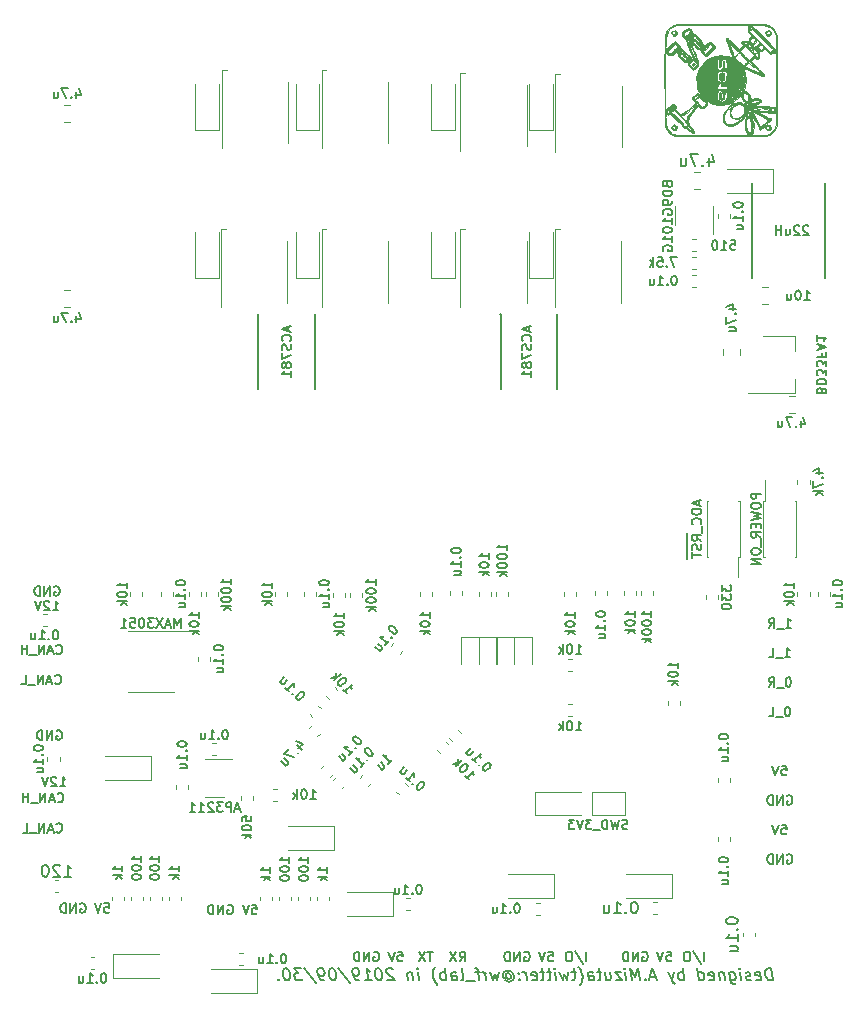
<source format=gbr>
G04 #@! TF.GenerationSoftware,KiCad,Pcbnew,(5.1.4)-1*
G04 #@! TF.CreationDate,2019-11-04T15:23:57+09:00*
G04 #@! TF.ProjectId,MD_Enbarr_x2,4d445f45-6e62-4617-9272-5f78322e6b69,rev?*
G04 #@! TF.SameCoordinates,Original*
G04 #@! TF.FileFunction,Legend,Bot*
G04 #@! TF.FilePolarity,Positive*
%FSLAX46Y46*%
G04 Gerber Fmt 4.6, Leading zero omitted, Abs format (unit mm)*
G04 Created by KiCad (PCBNEW (5.1.4)-1) date 2019-11-04 15:23:57*
%MOMM*%
%LPD*%
G04 APERTURE LIST*
%ADD10C,0.150000*%
%ADD11C,0.200000*%
%ADD12C,0.120000*%
%ADD13C,0.010000*%
G04 APERTURE END LIST*
D10*
X80045238Y-117311904D02*
X80502380Y-117311904D01*
X80273809Y-117311904D02*
X80273809Y-116511904D01*
X80350000Y-116626190D01*
X80426190Y-116702380D01*
X80502380Y-116740476D01*
X79740476Y-116588095D02*
X79702380Y-116550000D01*
X79626190Y-116511904D01*
X79435714Y-116511904D01*
X79359523Y-116550000D01*
X79321428Y-116588095D01*
X79283333Y-116664285D01*
X79283333Y-116740476D01*
X79321428Y-116854761D01*
X79778571Y-117311904D01*
X79283333Y-117311904D01*
X79054761Y-116511904D02*
X78788095Y-117311904D01*
X78521428Y-116511904D01*
X79759523Y-112600000D02*
X79835714Y-112561904D01*
X79950000Y-112561904D01*
X80064285Y-112600000D01*
X80140476Y-112676190D01*
X80178571Y-112752380D01*
X80216666Y-112904761D01*
X80216666Y-113019047D01*
X80178571Y-113171428D01*
X80140476Y-113247619D01*
X80064285Y-113323809D01*
X79950000Y-113361904D01*
X79873809Y-113361904D01*
X79759523Y-113323809D01*
X79721428Y-113285714D01*
X79721428Y-113019047D01*
X79873809Y-113019047D01*
X79378571Y-113361904D02*
X79378571Y-112561904D01*
X78921428Y-113361904D01*
X78921428Y-112561904D01*
X78540476Y-113361904D02*
X78540476Y-112561904D01*
X78350000Y-112561904D01*
X78235714Y-112600000D01*
X78159523Y-112676190D01*
X78121428Y-112752380D01*
X78083333Y-112904761D01*
X78083333Y-113019047D01*
X78121428Y-113171428D01*
X78159523Y-113247619D01*
X78235714Y-113323809D01*
X78350000Y-113361904D01*
X78540476Y-113361904D01*
X79838095Y-118585714D02*
X79876190Y-118623809D01*
X79990476Y-118661904D01*
X80066666Y-118661904D01*
X80180952Y-118623809D01*
X80257142Y-118547619D01*
X80295238Y-118471428D01*
X80333333Y-118319047D01*
X80333333Y-118204761D01*
X80295238Y-118052380D01*
X80257142Y-117976190D01*
X80180952Y-117900000D01*
X80066666Y-117861904D01*
X79990476Y-117861904D01*
X79876190Y-117900000D01*
X79838095Y-117938095D01*
X79533333Y-118433333D02*
X79152380Y-118433333D01*
X79609523Y-118661904D02*
X79342857Y-117861904D01*
X79076190Y-118661904D01*
X78809523Y-118661904D02*
X78809523Y-117861904D01*
X78352380Y-118661904D01*
X78352380Y-117861904D01*
X78161904Y-118738095D02*
X77552380Y-118738095D01*
X77361904Y-118661904D02*
X77361904Y-117861904D01*
X77361904Y-118242857D02*
X76904761Y-118242857D01*
X76904761Y-118661904D02*
X76904761Y-117861904D01*
X79742857Y-121135714D02*
X79780952Y-121173809D01*
X79895238Y-121211904D01*
X79971428Y-121211904D01*
X80085714Y-121173809D01*
X80161904Y-121097619D01*
X80200000Y-121021428D01*
X80238095Y-120869047D01*
X80238095Y-120754761D01*
X80200000Y-120602380D01*
X80161904Y-120526190D01*
X80085714Y-120450000D01*
X79971428Y-120411904D01*
X79895238Y-120411904D01*
X79780952Y-120450000D01*
X79742857Y-120488095D01*
X79438095Y-120983333D02*
X79057142Y-120983333D01*
X79514285Y-121211904D02*
X79247619Y-120411904D01*
X78980952Y-121211904D01*
X78714285Y-121211904D02*
X78714285Y-120411904D01*
X78257142Y-121211904D01*
X78257142Y-120411904D01*
X78066666Y-121288095D02*
X77457142Y-121288095D01*
X76885714Y-121211904D02*
X77266666Y-121211904D01*
X77266666Y-120411904D01*
X79642857Y-108585714D02*
X79680952Y-108623809D01*
X79795238Y-108661904D01*
X79871428Y-108661904D01*
X79985714Y-108623809D01*
X80061904Y-108547619D01*
X80100000Y-108471428D01*
X80138095Y-108319047D01*
X80138095Y-108204761D01*
X80100000Y-108052380D01*
X80061904Y-107976190D01*
X79985714Y-107900000D01*
X79871428Y-107861904D01*
X79795238Y-107861904D01*
X79680952Y-107900000D01*
X79642857Y-107938095D01*
X79338095Y-108433333D02*
X78957142Y-108433333D01*
X79414285Y-108661904D02*
X79147619Y-107861904D01*
X78880952Y-108661904D01*
X78614285Y-108661904D02*
X78614285Y-107861904D01*
X78157142Y-108661904D01*
X78157142Y-107861904D01*
X77966666Y-108738095D02*
X77357142Y-108738095D01*
X76785714Y-108661904D02*
X77166666Y-108661904D01*
X77166666Y-107861904D01*
X79738095Y-106035714D02*
X79776190Y-106073809D01*
X79890476Y-106111904D01*
X79966666Y-106111904D01*
X80080952Y-106073809D01*
X80157142Y-105997619D01*
X80195238Y-105921428D01*
X80233333Y-105769047D01*
X80233333Y-105654761D01*
X80195238Y-105502380D01*
X80157142Y-105426190D01*
X80080952Y-105350000D01*
X79966666Y-105311904D01*
X79890476Y-105311904D01*
X79776190Y-105350000D01*
X79738095Y-105388095D01*
X79433333Y-105883333D02*
X79052380Y-105883333D01*
X79509523Y-106111904D02*
X79242857Y-105311904D01*
X78976190Y-106111904D01*
X78709523Y-106111904D02*
X78709523Y-105311904D01*
X78252380Y-106111904D01*
X78252380Y-105311904D01*
X78061904Y-106188095D02*
X77452380Y-106188095D01*
X77261904Y-106111904D02*
X77261904Y-105311904D01*
X77261904Y-105692857D02*
X76804761Y-105692857D01*
X76804761Y-106111904D02*
X76804761Y-105311904D01*
X79445238Y-102411904D02*
X79902380Y-102411904D01*
X79673809Y-102411904D02*
X79673809Y-101611904D01*
X79750000Y-101726190D01*
X79826190Y-101802380D01*
X79902380Y-101840476D01*
X79140476Y-101688095D02*
X79102380Y-101650000D01*
X79026190Y-101611904D01*
X78835714Y-101611904D01*
X78759523Y-101650000D01*
X78721428Y-101688095D01*
X78683333Y-101764285D01*
X78683333Y-101840476D01*
X78721428Y-101954761D01*
X79178571Y-102411904D01*
X78683333Y-102411904D01*
X78454761Y-101611904D02*
X78188095Y-102411904D01*
X77921428Y-101611904D01*
X79559523Y-100400000D02*
X79635714Y-100361904D01*
X79750000Y-100361904D01*
X79864285Y-100400000D01*
X79940476Y-100476190D01*
X79978571Y-100552380D01*
X80016666Y-100704761D01*
X80016666Y-100819047D01*
X79978571Y-100971428D01*
X79940476Y-101047619D01*
X79864285Y-101123809D01*
X79750000Y-101161904D01*
X79673809Y-101161904D01*
X79559523Y-101123809D01*
X79521428Y-101085714D01*
X79521428Y-100819047D01*
X79673809Y-100819047D01*
X79178571Y-101161904D02*
X79178571Y-100361904D01*
X78721428Y-101161904D01*
X78721428Y-100361904D01*
X78340476Y-101161904D02*
X78340476Y-100361904D01*
X78150000Y-100361904D01*
X78035714Y-100400000D01*
X77959523Y-100476190D01*
X77921428Y-100552380D01*
X77883333Y-100704761D01*
X77883333Y-100819047D01*
X77921428Y-100971428D01*
X77959523Y-101047619D01*
X78035714Y-101123809D01*
X78150000Y-101161904D01*
X78340476Y-101161904D01*
X83802380Y-127211904D02*
X84183333Y-127211904D01*
X84221428Y-127592857D01*
X84183333Y-127554761D01*
X84107142Y-127516666D01*
X83916666Y-127516666D01*
X83840476Y-127554761D01*
X83802380Y-127592857D01*
X83764285Y-127669047D01*
X83764285Y-127859523D01*
X83802380Y-127935714D01*
X83840476Y-127973809D01*
X83916666Y-128011904D01*
X84107142Y-128011904D01*
X84183333Y-127973809D01*
X84221428Y-127935714D01*
X83535714Y-127211904D02*
X83269047Y-128011904D01*
X83002380Y-127211904D01*
X81759523Y-127250000D02*
X81835714Y-127211904D01*
X81950000Y-127211904D01*
X82064285Y-127250000D01*
X82140476Y-127326190D01*
X82178571Y-127402380D01*
X82216666Y-127554761D01*
X82216666Y-127669047D01*
X82178571Y-127821428D01*
X82140476Y-127897619D01*
X82064285Y-127973809D01*
X81950000Y-128011904D01*
X81873809Y-128011904D01*
X81759523Y-127973809D01*
X81721428Y-127935714D01*
X81721428Y-127669047D01*
X81873809Y-127669047D01*
X81378571Y-128011904D02*
X81378571Y-127211904D01*
X80921428Y-128011904D01*
X80921428Y-127211904D01*
X80540476Y-128011904D02*
X80540476Y-127211904D01*
X80350000Y-127211904D01*
X80235714Y-127250000D01*
X80159523Y-127326190D01*
X80121428Y-127402380D01*
X80083333Y-127554761D01*
X80083333Y-127669047D01*
X80121428Y-127821428D01*
X80159523Y-127897619D01*
X80235714Y-127973809D01*
X80350000Y-128011904D01*
X80540476Y-128011904D01*
X96302380Y-127311904D02*
X96683333Y-127311904D01*
X96721428Y-127692857D01*
X96683333Y-127654761D01*
X96607142Y-127616666D01*
X96416666Y-127616666D01*
X96340476Y-127654761D01*
X96302380Y-127692857D01*
X96264285Y-127769047D01*
X96264285Y-127959523D01*
X96302380Y-128035714D01*
X96340476Y-128073809D01*
X96416666Y-128111904D01*
X96607142Y-128111904D01*
X96683333Y-128073809D01*
X96721428Y-128035714D01*
X96035714Y-127311904D02*
X95769047Y-128111904D01*
X95502380Y-127311904D01*
X94259523Y-127350000D02*
X94335714Y-127311904D01*
X94450000Y-127311904D01*
X94564285Y-127350000D01*
X94640476Y-127426190D01*
X94678571Y-127502380D01*
X94716666Y-127654761D01*
X94716666Y-127769047D01*
X94678571Y-127921428D01*
X94640476Y-127997619D01*
X94564285Y-128073809D01*
X94450000Y-128111904D01*
X94373809Y-128111904D01*
X94259523Y-128073809D01*
X94221428Y-128035714D01*
X94221428Y-127769047D01*
X94373809Y-127769047D01*
X93878571Y-128111904D02*
X93878571Y-127311904D01*
X93421428Y-128111904D01*
X93421428Y-127311904D01*
X93040476Y-128111904D02*
X93040476Y-127311904D01*
X92850000Y-127311904D01*
X92735714Y-127350000D01*
X92659523Y-127426190D01*
X92621428Y-127502380D01*
X92583333Y-127654761D01*
X92583333Y-127769047D01*
X92621428Y-127921428D01*
X92659523Y-127997619D01*
X92735714Y-128073809D01*
X92850000Y-128111904D01*
X93040476Y-128111904D01*
X113883333Y-132111904D02*
X114150000Y-131730952D01*
X114340476Y-132111904D02*
X114340476Y-131311904D01*
X114035714Y-131311904D01*
X113959523Y-131350000D01*
X113921428Y-131388095D01*
X113883333Y-131464285D01*
X113883333Y-131578571D01*
X113921428Y-131654761D01*
X113959523Y-131692857D01*
X114035714Y-131730952D01*
X114340476Y-131730952D01*
X113616666Y-131311904D02*
X113083333Y-132111904D01*
X113083333Y-131311904D02*
X113616666Y-132111904D01*
X111609523Y-131311904D02*
X111152380Y-131311904D01*
X111380952Y-132111904D02*
X111380952Y-131311904D01*
X110961904Y-131311904D02*
X110428571Y-132111904D01*
X110428571Y-131311904D02*
X110961904Y-132111904D01*
X106609523Y-131350000D02*
X106685714Y-131311904D01*
X106800000Y-131311904D01*
X106914285Y-131350000D01*
X106990476Y-131426190D01*
X107028571Y-131502380D01*
X107066666Y-131654761D01*
X107066666Y-131769047D01*
X107028571Y-131921428D01*
X106990476Y-131997619D01*
X106914285Y-132073809D01*
X106800000Y-132111904D01*
X106723809Y-132111904D01*
X106609523Y-132073809D01*
X106571428Y-132035714D01*
X106571428Y-131769047D01*
X106723809Y-131769047D01*
X106228571Y-132111904D02*
X106228571Y-131311904D01*
X105771428Y-132111904D01*
X105771428Y-131311904D01*
X105390476Y-132111904D02*
X105390476Y-131311904D01*
X105200000Y-131311904D01*
X105085714Y-131350000D01*
X105009523Y-131426190D01*
X104971428Y-131502380D01*
X104933333Y-131654761D01*
X104933333Y-131769047D01*
X104971428Y-131921428D01*
X105009523Y-131997619D01*
X105085714Y-132073809D01*
X105200000Y-132111904D01*
X105390476Y-132111904D01*
X108652380Y-131311904D02*
X109033333Y-131311904D01*
X109071428Y-131692857D01*
X109033333Y-131654761D01*
X108957142Y-131616666D01*
X108766666Y-131616666D01*
X108690476Y-131654761D01*
X108652380Y-131692857D01*
X108614285Y-131769047D01*
X108614285Y-131959523D01*
X108652380Y-132035714D01*
X108690476Y-132073809D01*
X108766666Y-132111904D01*
X108957142Y-132111904D01*
X109033333Y-132073809D01*
X109071428Y-132035714D01*
X108385714Y-131311904D02*
X108119047Y-132111904D01*
X107852380Y-131311904D01*
X119359523Y-131350000D02*
X119435714Y-131311904D01*
X119550000Y-131311904D01*
X119664285Y-131350000D01*
X119740476Y-131426190D01*
X119778571Y-131502380D01*
X119816666Y-131654761D01*
X119816666Y-131769047D01*
X119778571Y-131921428D01*
X119740476Y-131997619D01*
X119664285Y-132073809D01*
X119550000Y-132111904D01*
X119473809Y-132111904D01*
X119359523Y-132073809D01*
X119321428Y-132035714D01*
X119321428Y-131769047D01*
X119473809Y-131769047D01*
X118978571Y-132111904D02*
X118978571Y-131311904D01*
X118521428Y-132111904D01*
X118521428Y-131311904D01*
X118140476Y-132111904D02*
X118140476Y-131311904D01*
X117950000Y-131311904D01*
X117835714Y-131350000D01*
X117759523Y-131426190D01*
X117721428Y-131502380D01*
X117683333Y-131654761D01*
X117683333Y-131769047D01*
X117721428Y-131921428D01*
X117759523Y-131997619D01*
X117835714Y-132073809D01*
X117950000Y-132111904D01*
X118140476Y-132111904D01*
X124588095Y-132111904D02*
X124588095Y-131311904D01*
X123635714Y-131273809D02*
X124321428Y-132302380D01*
X123216666Y-131311904D02*
X123064285Y-131311904D01*
X122988095Y-131350000D01*
X122911904Y-131426190D01*
X122873809Y-131578571D01*
X122873809Y-131845238D01*
X122911904Y-131997619D01*
X122988095Y-132073809D01*
X123064285Y-132111904D01*
X123216666Y-132111904D01*
X123292857Y-132073809D01*
X123369047Y-131997619D01*
X123407142Y-131845238D01*
X123407142Y-131578571D01*
X123369047Y-131426190D01*
X123292857Y-131350000D01*
X123216666Y-131311904D01*
X121402380Y-131311904D02*
X121783333Y-131311904D01*
X121821428Y-131692857D01*
X121783333Y-131654761D01*
X121707142Y-131616666D01*
X121516666Y-131616666D01*
X121440476Y-131654761D01*
X121402380Y-131692857D01*
X121364285Y-131769047D01*
X121364285Y-131959523D01*
X121402380Y-132035714D01*
X121440476Y-132073809D01*
X121516666Y-132111904D01*
X121707142Y-132111904D01*
X121783333Y-132073809D01*
X121821428Y-132035714D01*
X121135714Y-131311904D02*
X120869047Y-132111904D01*
X120602380Y-131311904D01*
X134588095Y-132111904D02*
X134588095Y-131311904D01*
X133635714Y-131273809D02*
X134321428Y-132302380D01*
X133216666Y-131311904D02*
X133064285Y-131311904D01*
X132988095Y-131350000D01*
X132911904Y-131426190D01*
X132873809Y-131578571D01*
X132873809Y-131845238D01*
X132911904Y-131997619D01*
X132988095Y-132073809D01*
X133064285Y-132111904D01*
X133216666Y-132111904D01*
X133292857Y-132073809D01*
X133369047Y-131997619D01*
X133407142Y-131845238D01*
X133407142Y-131578571D01*
X133369047Y-131426190D01*
X133292857Y-131350000D01*
X133216666Y-131311904D01*
X131402380Y-131311904D02*
X131783333Y-131311904D01*
X131821428Y-131692857D01*
X131783333Y-131654761D01*
X131707142Y-131616666D01*
X131516666Y-131616666D01*
X131440476Y-131654761D01*
X131402380Y-131692857D01*
X131364285Y-131769047D01*
X131364285Y-131959523D01*
X131402380Y-132035714D01*
X131440476Y-132073809D01*
X131516666Y-132111904D01*
X131707142Y-132111904D01*
X131783333Y-132073809D01*
X131821428Y-132035714D01*
X131135714Y-131311904D02*
X130869047Y-132111904D01*
X130602380Y-131311904D01*
X129359523Y-131350000D02*
X129435714Y-131311904D01*
X129550000Y-131311904D01*
X129664285Y-131350000D01*
X129740476Y-131426190D01*
X129778571Y-131502380D01*
X129816666Y-131654761D01*
X129816666Y-131769047D01*
X129778571Y-131921428D01*
X129740476Y-131997619D01*
X129664285Y-132073809D01*
X129550000Y-132111904D01*
X129473809Y-132111904D01*
X129359523Y-132073809D01*
X129321428Y-132035714D01*
X129321428Y-131769047D01*
X129473809Y-131769047D01*
X128978571Y-132111904D02*
X128978571Y-131311904D01*
X128521428Y-132111904D01*
X128521428Y-131311904D01*
X128140476Y-132111904D02*
X128140476Y-131311904D01*
X127950000Y-131311904D01*
X127835714Y-131350000D01*
X127759523Y-131426190D01*
X127721428Y-131502380D01*
X127683333Y-131654761D01*
X127683333Y-131769047D01*
X127721428Y-131921428D01*
X127759523Y-131997619D01*
X127835714Y-132073809D01*
X127950000Y-132111904D01*
X128140476Y-132111904D01*
X141476190Y-103861904D02*
X141933333Y-103861904D01*
X141704761Y-103861904D02*
X141704761Y-103061904D01*
X141780952Y-103176190D01*
X141857142Y-103252380D01*
X141933333Y-103290476D01*
X141323809Y-103938095D02*
X140714285Y-103938095D01*
X140066666Y-103861904D02*
X140333333Y-103480952D01*
X140523809Y-103861904D02*
X140523809Y-103061904D01*
X140219047Y-103061904D01*
X140142857Y-103100000D01*
X140104761Y-103138095D01*
X140066666Y-103214285D01*
X140066666Y-103328571D01*
X140104761Y-103404761D01*
X140142857Y-103442857D01*
X140219047Y-103480952D01*
X140523809Y-103480952D01*
X141400000Y-106361904D02*
X141857142Y-106361904D01*
X141628571Y-106361904D02*
X141628571Y-105561904D01*
X141704761Y-105676190D01*
X141780952Y-105752380D01*
X141857142Y-105790476D01*
X141247619Y-106438095D02*
X140638095Y-106438095D01*
X140066666Y-106361904D02*
X140447619Y-106361904D01*
X140447619Y-105561904D01*
X141742857Y-108061904D02*
X141666666Y-108061904D01*
X141590476Y-108100000D01*
X141552380Y-108138095D01*
X141514285Y-108214285D01*
X141476190Y-108366666D01*
X141476190Y-108557142D01*
X141514285Y-108709523D01*
X141552380Y-108785714D01*
X141590476Y-108823809D01*
X141666666Y-108861904D01*
X141742857Y-108861904D01*
X141819047Y-108823809D01*
X141857142Y-108785714D01*
X141895238Y-108709523D01*
X141933333Y-108557142D01*
X141933333Y-108366666D01*
X141895238Y-108214285D01*
X141857142Y-108138095D01*
X141819047Y-108100000D01*
X141742857Y-108061904D01*
X141323809Y-108938095D02*
X140714285Y-108938095D01*
X140066666Y-108861904D02*
X140333333Y-108480952D01*
X140523809Y-108861904D02*
X140523809Y-108061904D01*
X140219047Y-108061904D01*
X140142857Y-108100000D01*
X140104761Y-108138095D01*
X140066666Y-108214285D01*
X140066666Y-108328571D01*
X140104761Y-108404761D01*
X140142857Y-108442857D01*
X140219047Y-108480952D01*
X140523809Y-108480952D01*
X141666666Y-110561904D02*
X141590476Y-110561904D01*
X141514285Y-110600000D01*
X141476190Y-110638095D01*
X141438095Y-110714285D01*
X141400000Y-110866666D01*
X141400000Y-111057142D01*
X141438095Y-111209523D01*
X141476190Y-111285714D01*
X141514285Y-111323809D01*
X141590476Y-111361904D01*
X141666666Y-111361904D01*
X141742857Y-111323809D01*
X141780952Y-111285714D01*
X141819047Y-111209523D01*
X141857142Y-111057142D01*
X141857142Y-110866666D01*
X141819047Y-110714285D01*
X141780952Y-110638095D01*
X141742857Y-110600000D01*
X141666666Y-110561904D01*
X141247619Y-111438095D02*
X140638095Y-111438095D01*
X140066666Y-111361904D02*
X140447619Y-111361904D01*
X140447619Y-110561904D01*
X141609523Y-118100000D02*
X141685714Y-118061904D01*
X141800000Y-118061904D01*
X141914285Y-118100000D01*
X141990476Y-118176190D01*
X142028571Y-118252380D01*
X142066666Y-118404761D01*
X142066666Y-118519047D01*
X142028571Y-118671428D01*
X141990476Y-118747619D01*
X141914285Y-118823809D01*
X141800000Y-118861904D01*
X141723809Y-118861904D01*
X141609523Y-118823809D01*
X141571428Y-118785714D01*
X141571428Y-118519047D01*
X141723809Y-118519047D01*
X141228571Y-118861904D02*
X141228571Y-118061904D01*
X140771428Y-118861904D01*
X140771428Y-118061904D01*
X140390476Y-118861904D02*
X140390476Y-118061904D01*
X140200000Y-118061904D01*
X140085714Y-118100000D01*
X140009523Y-118176190D01*
X139971428Y-118252380D01*
X139933333Y-118404761D01*
X139933333Y-118519047D01*
X139971428Y-118671428D01*
X140009523Y-118747619D01*
X140085714Y-118823809D01*
X140200000Y-118861904D01*
X140390476Y-118861904D01*
X141152380Y-115561904D02*
X141533333Y-115561904D01*
X141571428Y-115942857D01*
X141533333Y-115904761D01*
X141457142Y-115866666D01*
X141266666Y-115866666D01*
X141190476Y-115904761D01*
X141152380Y-115942857D01*
X141114285Y-116019047D01*
X141114285Y-116209523D01*
X141152380Y-116285714D01*
X141190476Y-116323809D01*
X141266666Y-116361904D01*
X141457142Y-116361904D01*
X141533333Y-116323809D01*
X141571428Y-116285714D01*
X140885714Y-115561904D02*
X140619047Y-116361904D01*
X140352380Y-115561904D01*
X141152380Y-120561904D02*
X141533333Y-120561904D01*
X141571428Y-120942857D01*
X141533333Y-120904761D01*
X141457142Y-120866666D01*
X141266666Y-120866666D01*
X141190476Y-120904761D01*
X141152380Y-120942857D01*
X141114285Y-121019047D01*
X141114285Y-121209523D01*
X141152380Y-121285714D01*
X141190476Y-121323809D01*
X141266666Y-121361904D01*
X141457142Y-121361904D01*
X141533333Y-121323809D01*
X141571428Y-121285714D01*
X140885714Y-120561904D02*
X140619047Y-121361904D01*
X140352380Y-120561904D01*
X141609523Y-123100000D02*
X141685714Y-123061904D01*
X141800000Y-123061904D01*
X141914285Y-123100000D01*
X141990476Y-123176190D01*
X142028571Y-123252380D01*
X142066666Y-123404761D01*
X142066666Y-123519047D01*
X142028571Y-123671428D01*
X141990476Y-123747619D01*
X141914285Y-123823809D01*
X141800000Y-123861904D01*
X141723809Y-123861904D01*
X141609523Y-123823809D01*
X141571428Y-123785714D01*
X141571428Y-123519047D01*
X141723809Y-123519047D01*
X141228571Y-123861904D02*
X141228571Y-123061904D01*
X140771428Y-123861904D01*
X140771428Y-123061904D01*
X140390476Y-123861904D02*
X140390476Y-123061904D01*
X140200000Y-123061904D01*
X140085714Y-123100000D01*
X140009523Y-123176190D01*
X139971428Y-123252380D01*
X139933333Y-123404761D01*
X139933333Y-123519047D01*
X139971428Y-123671428D01*
X140009523Y-123747619D01*
X140085714Y-123823809D01*
X140200000Y-123861904D01*
X140390476Y-123861904D01*
D11*
X140375952Y-133702380D02*
X140250952Y-132702380D01*
X140012857Y-132702380D01*
X139875952Y-132750000D01*
X139792619Y-132845238D01*
X139756904Y-132940476D01*
X139733095Y-133130952D01*
X139750952Y-133273809D01*
X139822380Y-133464285D01*
X139881904Y-133559523D01*
X139989047Y-133654761D01*
X140137857Y-133702380D01*
X140375952Y-133702380D01*
X138989047Y-133654761D02*
X139090238Y-133702380D01*
X139280714Y-133702380D01*
X139370000Y-133654761D01*
X139405714Y-133559523D01*
X139358095Y-133178571D01*
X139298571Y-133083333D01*
X139197380Y-133035714D01*
X139006904Y-133035714D01*
X138917619Y-133083333D01*
X138881904Y-133178571D01*
X138893809Y-133273809D01*
X139381904Y-133369047D01*
X138560476Y-133654761D02*
X138471190Y-133702380D01*
X138280714Y-133702380D01*
X138179523Y-133654761D01*
X138120000Y-133559523D01*
X138114047Y-133511904D01*
X138149761Y-133416666D01*
X138239047Y-133369047D01*
X138381904Y-133369047D01*
X138471190Y-133321428D01*
X138506904Y-133226190D01*
X138500952Y-133178571D01*
X138441428Y-133083333D01*
X138340238Y-133035714D01*
X138197380Y-133035714D01*
X138108095Y-133083333D01*
X137709285Y-133702380D02*
X137625952Y-133035714D01*
X137584285Y-132702380D02*
X137637857Y-132750000D01*
X137596190Y-132797619D01*
X137542619Y-132750000D01*
X137584285Y-132702380D01*
X137596190Y-132797619D01*
X136721190Y-133035714D02*
X136822380Y-133845238D01*
X136881904Y-133940476D01*
X136935476Y-133988095D01*
X137036666Y-134035714D01*
X137179523Y-134035714D01*
X137268809Y-133988095D01*
X136798571Y-133654761D02*
X136899761Y-133702380D01*
X137090238Y-133702380D01*
X137179523Y-133654761D01*
X137221190Y-133607142D01*
X137256904Y-133511904D01*
X137221190Y-133226190D01*
X137161666Y-133130952D01*
X137108095Y-133083333D01*
X137006904Y-133035714D01*
X136816428Y-133035714D01*
X136727142Y-133083333D01*
X136245000Y-133035714D02*
X136328333Y-133702380D01*
X136256904Y-133130952D02*
X136203333Y-133083333D01*
X136102142Y-133035714D01*
X135959285Y-133035714D01*
X135870000Y-133083333D01*
X135834285Y-133178571D01*
X135899761Y-133702380D01*
X135036666Y-133654761D02*
X135137857Y-133702380D01*
X135328333Y-133702380D01*
X135417619Y-133654761D01*
X135453333Y-133559523D01*
X135405714Y-133178571D01*
X135346190Y-133083333D01*
X135245000Y-133035714D01*
X135054523Y-133035714D01*
X134965238Y-133083333D01*
X134929523Y-133178571D01*
X134941428Y-133273809D01*
X135429523Y-133369047D01*
X134137857Y-133702380D02*
X134012857Y-132702380D01*
X134131904Y-133654761D02*
X134233095Y-133702380D01*
X134423571Y-133702380D01*
X134512857Y-133654761D01*
X134554523Y-133607142D01*
X134590238Y-133511904D01*
X134554523Y-133226190D01*
X134495000Y-133130952D01*
X134441428Y-133083333D01*
X134340238Y-133035714D01*
X134149761Y-133035714D01*
X134060476Y-133083333D01*
X132899761Y-133702380D02*
X132774761Y-132702380D01*
X132822380Y-133083333D02*
X132721190Y-133035714D01*
X132530714Y-133035714D01*
X132441428Y-133083333D01*
X132399761Y-133130952D01*
X132364047Y-133226190D01*
X132399761Y-133511904D01*
X132459285Y-133607142D01*
X132512857Y-133654761D01*
X132614047Y-133702380D01*
X132804523Y-133702380D01*
X132893809Y-133654761D01*
X132006904Y-133035714D02*
X131852142Y-133702380D01*
X131530714Y-133035714D02*
X131852142Y-133702380D01*
X131977142Y-133940476D01*
X132030714Y-133988095D01*
X132131904Y-134035714D01*
X130483095Y-133416666D02*
X130006904Y-133416666D01*
X130614047Y-133702380D02*
X130155714Y-132702380D01*
X129947380Y-133702380D01*
X129602142Y-133607142D02*
X129560476Y-133654761D01*
X129614047Y-133702380D01*
X129655714Y-133654761D01*
X129602142Y-133607142D01*
X129614047Y-133702380D01*
X129137857Y-133702380D02*
X129012857Y-132702380D01*
X128768809Y-133416666D01*
X128346190Y-132702380D01*
X128471190Y-133702380D01*
X127995000Y-133702380D02*
X127911666Y-133035714D01*
X127870000Y-132702380D02*
X127923571Y-132750000D01*
X127881904Y-132797619D01*
X127828333Y-132750000D01*
X127870000Y-132702380D01*
X127881904Y-132797619D01*
X127530714Y-133035714D02*
X127006904Y-133035714D01*
X127614047Y-133702380D01*
X127090238Y-133702380D01*
X126197380Y-133035714D02*
X126280714Y-133702380D01*
X126625952Y-133035714D02*
X126691428Y-133559523D01*
X126655714Y-133654761D01*
X126566428Y-133702380D01*
X126423571Y-133702380D01*
X126322380Y-133654761D01*
X126268809Y-133607142D01*
X125864047Y-133035714D02*
X125483095Y-133035714D01*
X125679523Y-132702380D02*
X125786666Y-133559523D01*
X125750952Y-133654761D01*
X125661666Y-133702380D01*
X125566428Y-133702380D01*
X124804523Y-133702380D02*
X124739047Y-133178571D01*
X124774761Y-133083333D01*
X124864047Y-133035714D01*
X125054523Y-133035714D01*
X125155714Y-133083333D01*
X124798571Y-133654761D02*
X124899761Y-133702380D01*
X125137857Y-133702380D01*
X125227142Y-133654761D01*
X125262857Y-133559523D01*
X125250952Y-133464285D01*
X125191428Y-133369047D01*
X125090238Y-133321428D01*
X124852142Y-133321428D01*
X124750952Y-133273809D01*
X124090238Y-134083333D02*
X124131904Y-134035714D01*
X124209285Y-133892857D01*
X124245000Y-133797619D01*
X124274761Y-133654761D01*
X124292619Y-133416666D01*
X124268809Y-133226190D01*
X124191428Y-132988095D01*
X124125952Y-132845238D01*
X124066428Y-132750000D01*
X123953333Y-132607142D01*
X123899761Y-132559523D01*
X123721190Y-133035714D02*
X123340238Y-133035714D01*
X123536666Y-132702380D02*
X123643809Y-133559523D01*
X123608095Y-133654761D01*
X123518809Y-133702380D01*
X123423571Y-133702380D01*
X123102142Y-133035714D02*
X122995000Y-133702380D01*
X122745000Y-133226190D01*
X122614047Y-133702380D01*
X122340238Y-133035714D01*
X122042619Y-133702380D02*
X121959285Y-133035714D01*
X121917619Y-132702380D02*
X121971190Y-132750000D01*
X121929523Y-132797619D01*
X121875952Y-132750000D01*
X121917619Y-132702380D01*
X121929523Y-132797619D01*
X121625952Y-133035714D02*
X121245000Y-133035714D01*
X121441428Y-132702380D02*
X121548571Y-133559523D01*
X121512857Y-133654761D01*
X121423571Y-133702380D01*
X121328333Y-133702380D01*
X121054523Y-133035714D02*
X120673571Y-133035714D01*
X120870000Y-132702380D02*
X120977142Y-133559523D01*
X120941428Y-133654761D01*
X120852142Y-133702380D01*
X120756904Y-133702380D01*
X120036666Y-133654761D02*
X120137857Y-133702380D01*
X120328333Y-133702380D01*
X120417619Y-133654761D01*
X120453333Y-133559523D01*
X120405714Y-133178571D01*
X120346190Y-133083333D01*
X120245000Y-133035714D01*
X120054523Y-133035714D01*
X119965238Y-133083333D01*
X119929523Y-133178571D01*
X119941428Y-133273809D01*
X120429523Y-133369047D01*
X119566428Y-133702380D02*
X119483095Y-133035714D01*
X119506904Y-133226190D02*
X119447380Y-133130952D01*
X119393809Y-133083333D01*
X119292619Y-133035714D01*
X119197380Y-133035714D01*
X118935476Y-133607142D02*
X118893809Y-133654761D01*
X118947380Y-133702380D01*
X118989047Y-133654761D01*
X118935476Y-133607142D01*
X118947380Y-133702380D01*
X118870000Y-133083333D02*
X118828333Y-133130952D01*
X118881904Y-133178571D01*
X118923571Y-133130952D01*
X118870000Y-133083333D01*
X118881904Y-133178571D01*
X117792619Y-133226190D02*
X117834285Y-133178571D01*
X117923571Y-133130952D01*
X118018809Y-133130952D01*
X118120000Y-133178571D01*
X118173571Y-133226190D01*
X118233095Y-133321428D01*
X118245000Y-133416666D01*
X118209285Y-133511904D01*
X118167619Y-133559523D01*
X118078333Y-133607142D01*
X117983095Y-133607142D01*
X117881904Y-133559523D01*
X117828333Y-133511904D01*
X117780714Y-133130952D02*
X117828333Y-133511904D01*
X117786666Y-133559523D01*
X117739047Y-133559523D01*
X117637857Y-133511904D01*
X117578333Y-133416666D01*
X117548571Y-133178571D01*
X117625952Y-133035714D01*
X117756904Y-132940476D01*
X117941428Y-132892857D01*
X118137857Y-132940476D01*
X118292619Y-133035714D01*
X118405714Y-133178571D01*
X118477142Y-133369047D01*
X118453333Y-133559523D01*
X118375952Y-133702380D01*
X118245000Y-133797619D01*
X118060476Y-133845238D01*
X117864047Y-133797619D01*
X117709285Y-133702380D01*
X117197380Y-133035714D02*
X117090238Y-133702380D01*
X116840238Y-133226190D01*
X116709285Y-133702380D01*
X116435476Y-133035714D01*
X116137857Y-133702380D02*
X116054523Y-133035714D01*
X116078333Y-133226190D02*
X116018809Y-133130952D01*
X115965238Y-133083333D01*
X115864047Y-133035714D01*
X115768809Y-133035714D01*
X115578333Y-133035714D02*
X115197380Y-133035714D01*
X115518809Y-133702380D02*
X115411666Y-132845238D01*
X115352142Y-132750000D01*
X115250952Y-132702380D01*
X115155714Y-132702380D01*
X115197380Y-133797619D02*
X114435476Y-133797619D01*
X114042619Y-133702380D02*
X114131904Y-133654761D01*
X114167619Y-133559523D01*
X114060476Y-132702380D01*
X113233095Y-133702380D02*
X113167619Y-133178571D01*
X113203333Y-133083333D01*
X113292619Y-133035714D01*
X113483095Y-133035714D01*
X113584285Y-133083333D01*
X113227142Y-133654761D02*
X113328333Y-133702380D01*
X113566428Y-133702380D01*
X113655714Y-133654761D01*
X113691428Y-133559523D01*
X113679523Y-133464285D01*
X113620000Y-133369047D01*
X113518809Y-133321428D01*
X113280714Y-133321428D01*
X113179523Y-133273809D01*
X112756904Y-133702380D02*
X112631904Y-132702380D01*
X112679523Y-133083333D02*
X112578333Y-133035714D01*
X112387857Y-133035714D01*
X112298571Y-133083333D01*
X112256904Y-133130952D01*
X112221190Y-133226190D01*
X112256904Y-133511904D01*
X112316428Y-133607142D01*
X112370000Y-133654761D01*
X112471190Y-133702380D01*
X112661666Y-133702380D01*
X112750952Y-133654761D01*
X111995000Y-134083333D02*
X111941428Y-134035714D01*
X111828333Y-133892857D01*
X111768809Y-133797619D01*
X111703333Y-133654761D01*
X111625952Y-133416666D01*
X111602142Y-133226190D01*
X111620000Y-132988095D01*
X111649761Y-132845238D01*
X111685476Y-132750000D01*
X111762857Y-132607142D01*
X111804523Y-132559523D01*
X110423571Y-133702380D02*
X110340238Y-133035714D01*
X110298571Y-132702380D02*
X110352142Y-132750000D01*
X110310476Y-132797619D01*
X110256904Y-132750000D01*
X110298571Y-132702380D01*
X110310476Y-132797619D01*
X109864047Y-133035714D02*
X109947380Y-133702380D01*
X109875952Y-133130952D02*
X109822380Y-133083333D01*
X109721190Y-133035714D01*
X109578333Y-133035714D01*
X109489047Y-133083333D01*
X109453333Y-133178571D01*
X109518809Y-133702380D01*
X108215238Y-132797619D02*
X108161666Y-132750000D01*
X108060476Y-132702380D01*
X107822380Y-132702380D01*
X107733095Y-132750000D01*
X107691428Y-132797619D01*
X107655714Y-132892857D01*
X107667619Y-132988095D01*
X107733095Y-133130952D01*
X108375952Y-133702380D01*
X107756904Y-133702380D01*
X107012857Y-132702380D02*
X106917619Y-132702380D01*
X106828333Y-132750000D01*
X106786666Y-132797619D01*
X106750952Y-132892857D01*
X106727142Y-133083333D01*
X106756904Y-133321428D01*
X106828333Y-133511904D01*
X106887857Y-133607142D01*
X106941428Y-133654761D01*
X107042619Y-133702380D01*
X107137857Y-133702380D01*
X107227142Y-133654761D01*
X107268809Y-133607142D01*
X107304523Y-133511904D01*
X107328333Y-133321428D01*
X107298571Y-133083333D01*
X107227142Y-132892857D01*
X107167619Y-132797619D01*
X107114047Y-132750000D01*
X107012857Y-132702380D01*
X105852142Y-133702380D02*
X106423571Y-133702380D01*
X106137857Y-133702380D02*
X106012857Y-132702380D01*
X106125952Y-132845238D01*
X106233095Y-132940476D01*
X106334285Y-132988095D01*
X105375952Y-133702380D02*
X105185476Y-133702380D01*
X105084285Y-133654761D01*
X105030714Y-133607142D01*
X104917619Y-133464285D01*
X104846190Y-133273809D01*
X104798571Y-132892857D01*
X104834285Y-132797619D01*
X104875952Y-132750000D01*
X104965238Y-132702380D01*
X105155714Y-132702380D01*
X105256904Y-132750000D01*
X105310476Y-132797619D01*
X105370000Y-132892857D01*
X105399761Y-133130952D01*
X105364047Y-133226190D01*
X105322380Y-133273809D01*
X105233095Y-133321428D01*
X105042619Y-133321428D01*
X104941428Y-133273809D01*
X104887857Y-133226190D01*
X104828333Y-133130952D01*
X103625952Y-132654761D02*
X104643809Y-133940476D01*
X103108095Y-132702380D02*
X103012857Y-132702380D01*
X102923571Y-132750000D01*
X102881904Y-132797619D01*
X102846190Y-132892857D01*
X102822380Y-133083333D01*
X102852142Y-133321428D01*
X102923571Y-133511904D01*
X102983095Y-133607142D01*
X103036666Y-133654761D01*
X103137857Y-133702380D01*
X103233095Y-133702380D01*
X103322380Y-133654761D01*
X103364047Y-133607142D01*
X103399761Y-133511904D01*
X103423571Y-133321428D01*
X103393809Y-133083333D01*
X103322380Y-132892857D01*
X103262857Y-132797619D01*
X103209285Y-132750000D01*
X103108095Y-132702380D01*
X102423571Y-133702380D02*
X102233095Y-133702380D01*
X102131904Y-133654761D01*
X102078333Y-133607142D01*
X101965238Y-133464285D01*
X101893809Y-133273809D01*
X101846190Y-132892857D01*
X101881904Y-132797619D01*
X101923571Y-132750000D01*
X102012857Y-132702380D01*
X102203333Y-132702380D01*
X102304523Y-132750000D01*
X102358095Y-132797619D01*
X102417619Y-132892857D01*
X102447380Y-133130952D01*
X102411666Y-133226190D01*
X102370000Y-133273809D01*
X102280714Y-133321428D01*
X102090238Y-133321428D01*
X101989047Y-133273809D01*
X101935476Y-133226190D01*
X101875952Y-133130952D01*
X100673571Y-132654761D02*
X101691428Y-133940476D01*
X100441428Y-132702380D02*
X99822380Y-132702380D01*
X100203333Y-133083333D01*
X100060476Y-133083333D01*
X99971190Y-133130952D01*
X99929523Y-133178571D01*
X99893809Y-133273809D01*
X99923571Y-133511904D01*
X99983095Y-133607142D01*
X100036666Y-133654761D01*
X100137857Y-133702380D01*
X100423571Y-133702380D01*
X100512857Y-133654761D01*
X100554523Y-133607142D01*
X99203333Y-132702380D02*
X99108095Y-132702380D01*
X99018809Y-132750000D01*
X98977142Y-132797619D01*
X98941428Y-132892857D01*
X98917619Y-133083333D01*
X98947380Y-133321428D01*
X99018809Y-133511904D01*
X99078333Y-133607142D01*
X99131904Y-133654761D01*
X99233095Y-133702380D01*
X99328333Y-133702380D01*
X99417619Y-133654761D01*
X99459285Y-133607142D01*
X99495000Y-133511904D01*
X99518809Y-133321428D01*
X99489047Y-133083333D01*
X99417619Y-132892857D01*
X99358095Y-132797619D01*
X99304523Y-132750000D01*
X99203333Y-132702380D01*
X98554523Y-133607142D02*
X98512857Y-133654761D01*
X98566428Y-133702380D01*
X98608095Y-133654761D01*
X98554523Y-133607142D01*
X98566428Y-133702380D01*
D12*
X96990000Y-126637221D02*
X96990000Y-126962779D01*
X98010000Y-126637221D02*
X98010000Y-126962779D01*
X99390000Y-62850000D02*
X99390000Y-57650000D01*
X93790000Y-63250000D02*
X93790000Y-56650000D01*
X93790000Y-56650000D02*
X94190000Y-56650000D01*
X138910000Y-130012779D02*
X138910000Y-129687221D01*
X137890000Y-130012779D02*
X137890000Y-129687221D01*
X136760000Y-121912779D02*
X136760000Y-121587221D01*
X135740000Y-121912779D02*
X135740000Y-121587221D01*
X108524273Y-117745522D02*
X108754478Y-117975727D01*
X109245522Y-117024273D02*
X109475727Y-117254478D01*
X113745522Y-112524273D02*
X113975727Y-112754478D01*
X113024273Y-113245522D02*
X113254478Y-113475727D01*
X78587221Y-102740000D02*
X78912779Y-102740000D01*
X78587221Y-103760000D02*
X78912779Y-103760000D01*
X108062076Y-105379712D02*
X108279917Y-105137775D01*
X108820083Y-106062225D02*
X109037924Y-105820288D01*
X102125727Y-110704478D02*
X101895522Y-110474273D01*
X101404478Y-111425727D02*
X101174273Y-111195522D01*
X106375727Y-117045522D02*
X106145522Y-117275727D01*
X105654478Y-116324273D02*
X105424273Y-116554478D01*
X80010000Y-114837221D02*
X80010000Y-115162779D01*
X78990000Y-114837221D02*
X78990000Y-115162779D01*
X101354478Y-112124273D02*
X101124273Y-112354478D01*
X102075727Y-112845522D02*
X101845522Y-113075727D01*
X109662779Y-126740000D02*
X109337221Y-126740000D01*
X109662779Y-127760000D02*
X109337221Y-127760000D01*
X120337221Y-127140000D02*
X120662779Y-127140000D01*
X120337221Y-128160000D02*
X120662779Y-128160000D01*
X144240000Y-100837221D02*
X144240000Y-101162779D01*
X145260000Y-100837221D02*
X145260000Y-101162779D01*
X133912779Y-74040000D02*
X133587221Y-74040000D01*
X133912779Y-75060000D02*
X133587221Y-75060000D01*
X136760000Y-68837221D02*
X136760000Y-69162779D01*
X135740000Y-68837221D02*
X135740000Y-69162779D01*
X139491422Y-76460000D02*
X140008578Y-76460000D01*
X139491422Y-75040000D02*
X140008578Y-75040000D01*
X136190000Y-80291422D02*
X136190000Y-80808578D01*
X137610000Y-80291422D02*
X137610000Y-80808578D01*
X141741422Y-84290000D02*
X142258578Y-84290000D01*
X141741422Y-85710000D02*
X142258578Y-85710000D01*
X120250000Y-119750000D02*
X124150000Y-119750000D01*
X120250000Y-117750000D02*
X124150000Y-117750000D01*
X120250000Y-119750000D02*
X120250000Y-117750000D01*
X87750000Y-114750000D02*
X87750000Y-116750000D01*
X87750000Y-116750000D02*
X83850000Y-116750000D01*
X87750000Y-114750000D02*
X83850000Y-114750000D01*
X108250000Y-126250000D02*
X104350000Y-126250000D01*
X108250000Y-128250000D02*
X104350000Y-128250000D01*
X108250000Y-126250000D02*
X108250000Y-128250000D01*
X121900000Y-124750000D02*
X118000000Y-124750000D01*
X121900000Y-126750000D02*
X118000000Y-126750000D01*
X121900000Y-124750000D02*
X121900000Y-126750000D01*
X140400000Y-65050000D02*
X140400000Y-67050000D01*
X140400000Y-67050000D02*
X136500000Y-67050000D01*
X140400000Y-65050000D02*
X136500000Y-65050000D01*
X103250000Y-120700000D02*
X103250000Y-122700000D01*
X103250000Y-122700000D02*
X99350000Y-122700000D01*
X103250000Y-120700000D02*
X99350000Y-120700000D01*
X127900000Y-119750000D02*
X127900000Y-117750000D01*
X125100000Y-119750000D02*
X127900000Y-119750000D01*
X125100000Y-117750000D02*
X125100000Y-119750000D01*
X127900000Y-117750000D02*
X125100000Y-117750000D01*
D10*
X144850000Y-66250000D02*
X144850000Y-74250000D01*
X138650000Y-66250000D02*
X138650000Y-74250000D01*
D12*
X102804478Y-109875727D02*
X102574273Y-109645522D01*
X103525727Y-109154478D02*
X103295522Y-108924273D01*
X131490000Y-110412779D02*
X131490000Y-110087221D01*
X132510000Y-110412779D02*
X132510000Y-110087221D01*
X79912779Y-125240000D02*
X79587221Y-125240000D01*
X79912779Y-126260000D02*
X79587221Y-126260000D01*
X123412779Y-111360000D02*
X123087221Y-111360000D01*
X123412779Y-110340000D02*
X123087221Y-110340000D01*
X123412779Y-107560000D02*
X123087221Y-107560000D01*
X123412779Y-106540000D02*
X123087221Y-106540000D01*
X112925727Y-113754478D02*
X112695522Y-113524273D01*
X112204478Y-114475727D02*
X111974273Y-114245522D01*
X91960000Y-100887221D02*
X91960000Y-101212779D01*
X90940000Y-100887221D02*
X90940000Y-101212779D01*
X93410000Y-100887221D02*
X93410000Y-101212779D01*
X92390000Y-100887221D02*
X92390000Y-101212779D01*
X135760000Y-101137221D02*
X135760000Y-101462779D01*
X134740000Y-101137221D02*
X134740000Y-101462779D01*
X133912779Y-73510000D02*
X133587221Y-73510000D01*
X133912779Y-72490000D02*
X133587221Y-72490000D01*
X133587221Y-72010000D02*
X133912779Y-72010000D01*
X133587221Y-70990000D02*
X133912779Y-70990000D01*
X104590000Y-100937221D02*
X104590000Y-101262779D01*
X105610000Y-100937221D02*
X105610000Y-101262779D01*
X104160000Y-100937221D02*
X104160000Y-101262779D01*
X103140000Y-100937221D02*
X103140000Y-101262779D01*
X96410000Y-118462779D02*
X96410000Y-118137221D01*
X95390000Y-118462779D02*
X95390000Y-118137221D01*
X98087221Y-118510000D02*
X98412779Y-118510000D01*
X98087221Y-117490000D02*
X98412779Y-117490000D01*
X142490000Y-100837221D02*
X142490000Y-101162779D01*
X143510000Y-100837221D02*
X143510000Y-101162779D01*
X142490000Y-91662779D02*
X142490000Y-91337221D01*
X143510000Y-91662779D02*
X143510000Y-91337221D01*
X87750000Y-104190000D02*
X91200000Y-104190000D01*
X87750000Y-104190000D02*
X85800000Y-104190000D01*
X87750000Y-109310000D02*
X89700000Y-109310000D01*
X87750000Y-109310000D02*
X85800000Y-109310000D01*
X93950000Y-118200000D02*
X92350000Y-118200000D01*
X92350000Y-115000000D02*
X94650000Y-115000000D01*
X137450000Y-97900000D02*
X137450000Y-99600000D01*
X134950000Y-93100000D02*
X134800000Y-93100000D01*
X134800000Y-93100000D02*
X134800000Y-97900000D01*
X134800000Y-97900000D02*
X134950000Y-97900000D01*
X137450000Y-97900000D02*
X137600000Y-97900000D01*
X137600000Y-97900000D02*
X137600000Y-93100000D01*
X137600000Y-93100000D02*
X137450000Y-93100000D01*
X135350000Y-68200000D02*
X135350000Y-70500000D01*
X132150000Y-69800000D02*
X132150000Y-68200000D01*
X142280000Y-80400000D02*
X142280000Y-79200000D01*
X142280000Y-79200000D02*
X139580000Y-79200000D01*
X138280000Y-84000000D02*
X142280000Y-84000000D01*
X142280000Y-84000000D02*
X142280000Y-82800000D01*
X139600000Y-97900000D02*
X139750000Y-97900000D01*
X139600000Y-93100000D02*
X139600000Y-97900000D01*
X139750000Y-93100000D02*
X139600000Y-93100000D01*
X142400000Y-93100000D02*
X142250000Y-93100000D01*
X142400000Y-97900000D02*
X142400000Y-93100000D01*
X142250000Y-97900000D02*
X142400000Y-97900000D01*
X139750000Y-93100000D02*
X139750000Y-91400000D01*
X133741422Y-66710000D02*
X134258578Y-66710000D01*
X133741422Y-65290000D02*
X134258578Y-65290000D01*
X82637221Y-132760000D02*
X82962779Y-132760000D01*
X82637221Y-131740000D02*
X82962779Y-131740000D01*
X84500000Y-133500000D02*
X84500000Y-131500000D01*
X84500000Y-131500000D02*
X88400000Y-131500000D01*
X84500000Y-133500000D02*
X88400000Y-133500000D01*
X89240000Y-126637221D02*
X89240000Y-126962779D01*
X90260000Y-126637221D02*
X90260000Y-126962779D01*
X85460000Y-126637221D02*
X85460000Y-126962779D01*
X84440000Y-126637221D02*
X84440000Y-126962779D01*
X88660000Y-126962779D02*
X88660000Y-126637221D01*
X87640000Y-126962779D02*
X87640000Y-126637221D01*
X86040000Y-126962779D02*
X86040000Y-126637221D01*
X87060000Y-126962779D02*
X87060000Y-126637221D01*
X89890000Y-117187221D02*
X89890000Y-117512779D01*
X90910000Y-117187221D02*
X90910000Y-117512779D01*
X92937221Y-114660000D02*
X93262779Y-114660000D01*
X92937221Y-113640000D02*
X93262779Y-113640000D01*
X88590000Y-100837221D02*
X88590000Y-101162779D01*
X89610000Y-100837221D02*
X89610000Y-101162779D01*
X101760000Y-100837221D02*
X101760000Y-101162779D01*
X100740000Y-100837221D02*
X100740000Y-101162779D01*
X92760000Y-106662779D02*
X92760000Y-106337221D01*
X91740000Y-106662779D02*
X91740000Y-106337221D01*
X93500000Y-74250000D02*
X91500000Y-74250000D01*
X91500000Y-74250000D02*
X91500000Y-70350000D01*
X93500000Y-74250000D02*
X93500000Y-70350000D01*
X93500000Y-61750000D02*
X91500000Y-61750000D01*
X91500000Y-61750000D02*
X91500000Y-57850000D01*
X93500000Y-61750000D02*
X93500000Y-57850000D01*
X102000000Y-74250000D02*
X102000000Y-70350000D01*
X100000000Y-74250000D02*
X100000000Y-70350000D01*
X102000000Y-74250000D02*
X100000000Y-74250000D01*
X102000000Y-61750000D02*
X102000000Y-57850000D01*
X100000000Y-61750000D02*
X100000000Y-57850000D01*
X102000000Y-61750000D02*
X100000000Y-61750000D01*
X93700000Y-70150000D02*
X94100000Y-70150000D01*
X93700000Y-76750000D02*
X93700000Y-70150000D01*
X99300000Y-76350000D02*
X99300000Y-71150000D01*
X102200000Y-70150000D02*
X102600000Y-70150000D01*
X102200000Y-76750000D02*
X102200000Y-70150000D01*
X107800000Y-76350000D02*
X107800000Y-71150000D01*
X107800000Y-62850000D02*
X107800000Y-57650000D01*
X102200000Y-63250000D02*
X102200000Y-56650000D01*
X102200000Y-56650000D02*
X102600000Y-56650000D01*
X80908578Y-59640000D02*
X80391422Y-59640000D01*
X80908578Y-61060000D02*
X80391422Y-61060000D01*
X80908578Y-76710000D02*
X80391422Y-76710000D01*
X80908578Y-75290000D02*
X80391422Y-75290000D01*
X95187221Y-132410000D02*
X95512779Y-132410000D01*
X95187221Y-131390000D02*
X95512779Y-131390000D01*
X113090000Y-100787221D02*
X113090000Y-101112779D01*
X114110000Y-100787221D02*
X114110000Y-101112779D01*
X102895522Y-116475727D02*
X103125727Y-116245522D01*
X102174273Y-115754478D02*
X102404478Y-115524273D01*
X103895522Y-117475727D02*
X104125727Y-117245522D01*
X103174273Y-116754478D02*
X103404478Y-116524273D01*
X126360000Y-100787221D02*
X126360000Y-101112779D01*
X125340000Y-100787221D02*
X125340000Y-101112779D01*
X116985000Y-104627500D02*
X116985000Y-106912500D01*
X115515000Y-104627500D02*
X116985000Y-104627500D01*
X115515000Y-106912500D02*
X115515000Y-104627500D01*
X114015000Y-106900000D02*
X114015000Y-104615000D01*
X114015000Y-104615000D02*
X115485000Y-104615000D01*
X115485000Y-104615000D02*
X115485000Y-106900000D01*
X96700000Y-132800000D02*
X96700000Y-134800000D01*
X96700000Y-134800000D02*
X92800000Y-134800000D01*
X96700000Y-132800000D02*
X92800000Y-132800000D01*
X119985000Y-104615000D02*
X119985000Y-106900000D01*
X118515000Y-104615000D02*
X119985000Y-104615000D01*
X118515000Y-106900000D02*
X118515000Y-104615000D01*
X118485000Y-104615000D02*
X118485000Y-106900000D01*
X117015000Y-104615000D02*
X118485000Y-104615000D01*
X117015000Y-106900000D02*
X117015000Y-104615000D01*
X113500000Y-74250000D02*
X111500000Y-74250000D01*
X111500000Y-74250000D02*
X111500000Y-70350000D01*
X113500000Y-74250000D02*
X113500000Y-70350000D01*
X113500000Y-61750000D02*
X111500000Y-61750000D01*
X111500000Y-61750000D02*
X111500000Y-57850000D01*
X113500000Y-61750000D02*
X113500000Y-57850000D01*
X121750000Y-74250000D02*
X121750000Y-70350000D01*
X119750000Y-74250000D02*
X119750000Y-70350000D01*
X121750000Y-74250000D02*
X119750000Y-74250000D01*
X121750000Y-61700000D02*
X119750000Y-61700000D01*
X119750000Y-61700000D02*
X119750000Y-57800000D01*
X121750000Y-61700000D02*
X121750000Y-57800000D01*
X113950000Y-70150000D02*
X114350000Y-70150000D01*
X113950000Y-76750000D02*
X113950000Y-70150000D01*
X119550000Y-76350000D02*
X119550000Y-71150000D01*
X119550000Y-63100000D02*
X119550000Y-57900000D01*
X113950000Y-63500000D02*
X113950000Y-56900000D01*
X113950000Y-56900000D02*
X114350000Y-56900000D01*
X121950000Y-70150000D02*
X122350000Y-70150000D01*
X121950000Y-76750000D02*
X121950000Y-70150000D01*
X127550000Y-76350000D02*
X127550000Y-71150000D01*
X127600000Y-63200000D02*
X127600000Y-58000000D01*
X122000000Y-63600000D02*
X122000000Y-57000000D01*
X122000000Y-57000000D02*
X122400000Y-57000000D01*
X102810000Y-126637221D02*
X102810000Y-126962779D01*
X101790000Y-126637221D02*
X101790000Y-126962779D01*
X100190000Y-126962779D02*
X100190000Y-126637221D01*
X101210000Y-126962779D02*
X101210000Y-126637221D01*
X99610000Y-126962779D02*
X99610000Y-126637221D01*
X98590000Y-126962779D02*
X98590000Y-126637221D01*
X115540000Y-100837221D02*
X115540000Y-101162779D01*
X116560000Y-100837221D02*
X116560000Y-101162779D01*
X118010000Y-100837221D02*
X118010000Y-101162779D01*
X116990000Y-100837221D02*
X116990000Y-101162779D01*
X130260000Y-100787221D02*
X130260000Y-101112779D01*
X129240000Y-100787221D02*
X129240000Y-101112779D01*
X127790000Y-100787221D02*
X127790000Y-101112779D01*
X128810000Y-100787221D02*
X128810000Y-101112779D01*
X130237221Y-128110000D02*
X130562779Y-128110000D01*
X130237221Y-127090000D02*
X130562779Y-127090000D01*
X131850000Y-124750000D02*
X131850000Y-126750000D01*
X131850000Y-126750000D02*
X127950000Y-126750000D01*
X131850000Y-124750000D02*
X127950000Y-124750000D01*
D10*
X122150000Y-77300000D02*
X122150000Y-83700000D01*
X117350000Y-83700000D02*
X117350000Y-77300000D01*
X117350000Y-77300000D02*
X117340000Y-77290000D01*
X96850000Y-77300000D02*
X96840000Y-77290000D01*
X96850000Y-83700000D02*
X96850000Y-77300000D01*
X101650000Y-77300000D02*
X101650000Y-83700000D01*
D12*
X87010000Y-100837221D02*
X87010000Y-101162779D01*
X85990000Y-100837221D02*
X85990000Y-101162779D01*
X110490000Y-100837221D02*
X110490000Y-101162779D01*
X111510000Y-100837221D02*
X111510000Y-101162779D01*
X99260000Y-100837221D02*
X99260000Y-101162779D01*
X98240000Y-100837221D02*
X98240000Y-101162779D01*
X122740000Y-100837221D02*
X122740000Y-101162779D01*
X123760000Y-100837221D02*
X123760000Y-101162779D01*
D13*
G36*
X131735303Y-60137658D02*
G01*
X131796167Y-60088676D01*
X131861612Y-60022180D01*
X131884669Y-59986458D01*
X131857032Y-59995443D01*
X131796167Y-60044425D01*
X131730723Y-60110922D01*
X131707666Y-60146644D01*
X131735303Y-60137658D01*
X131735303Y-60137658D01*
G37*
X131735303Y-60137658D02*
X131796167Y-60088676D01*
X131861612Y-60022180D01*
X131884669Y-59986458D01*
X131857032Y-59995443D01*
X131796167Y-60044425D01*
X131730723Y-60110922D01*
X131707666Y-60146644D01*
X131735303Y-60137658D01*
G36*
X131987921Y-59830546D02*
G01*
X132014228Y-59824472D01*
X132017422Y-59801045D01*
X132001231Y-59764622D01*
X131987921Y-59771545D01*
X131982625Y-59824060D01*
X131987921Y-59830546D01*
X131987921Y-59830546D01*
G37*
X131987921Y-59830546D02*
X132014228Y-59824472D01*
X132017422Y-59801045D01*
X132001231Y-59764622D01*
X131987921Y-59771545D01*
X131982625Y-59824060D01*
X131987921Y-59830546D01*
G36*
X132259971Y-60675000D02*
G01*
X132439653Y-60859033D01*
X132566760Y-60987645D01*
X132650091Y-61069183D01*
X132698440Y-61111994D01*
X132720605Y-61124425D01*
X132725436Y-61116679D01*
X132695519Y-61083309D01*
X132613281Y-60999657D01*
X132489994Y-60876993D01*
X132336927Y-60726587D01*
X132271864Y-60663107D01*
X131818293Y-60221429D01*
X132259971Y-60675000D01*
X132259971Y-60675000D01*
G37*
X132259971Y-60675000D02*
X132439653Y-60859033D01*
X132566760Y-60987645D01*
X132650091Y-61069183D01*
X132698440Y-61111994D01*
X132720605Y-61124425D01*
X132725436Y-61116679D01*
X132695519Y-61083309D01*
X132613281Y-60999657D01*
X132489994Y-60876993D01*
X132336927Y-60726587D01*
X132271864Y-60663107D01*
X131818293Y-60221429D01*
X132259971Y-60675000D01*
G36*
X133568111Y-56262429D02*
G01*
X133654704Y-56283101D01*
X133745862Y-56258780D01*
X133779497Y-56183339D01*
X133763424Y-56089996D01*
X133724184Y-56056915D01*
X133669785Y-56052024D01*
X133669785Y-56091622D01*
X133731472Y-56100757D01*
X133735555Y-56157393D01*
X133692581Y-56225539D01*
X133654098Y-56238850D01*
X133597736Y-56211228D01*
X133594509Y-56153120D01*
X133640460Y-56101665D01*
X133669785Y-56091622D01*
X133669785Y-56052024D01*
X133614631Y-56047065D01*
X133543182Y-56100078D01*
X133529910Y-56183339D01*
X133568111Y-56262429D01*
X133568111Y-56262429D01*
G37*
X133568111Y-56262429D02*
X133654704Y-56283101D01*
X133745862Y-56258780D01*
X133779497Y-56183339D01*
X133763424Y-56089996D01*
X133724184Y-56056915D01*
X133669785Y-56052024D01*
X133669785Y-56091622D01*
X133731472Y-56100757D01*
X133735555Y-56157393D01*
X133692581Y-56225539D01*
X133654098Y-56238850D01*
X133597736Y-56211228D01*
X133594509Y-56153120D01*
X133640460Y-56101665D01*
X133669785Y-56091622D01*
X133669785Y-56052024D01*
X133614631Y-56047065D01*
X133543182Y-56100078D01*
X133529910Y-56183339D01*
X133568111Y-56262429D01*
G36*
X135845860Y-57352773D02*
G01*
X135911306Y-57481413D01*
X136019232Y-57541797D01*
X136161091Y-57526627D01*
X136224164Y-57498443D01*
X136273876Y-57455206D01*
X136300111Y-57377921D01*
X136309338Y-57243105D01*
X136309756Y-57187738D01*
X136306200Y-57037500D01*
X136289415Y-56950307D01*
X136250226Y-56900797D01*
X136195009Y-56870559D01*
X136088279Y-56841459D01*
X135985079Y-56871978D01*
X135962692Y-56884001D01*
X135887429Y-56941492D01*
X135848543Y-57024894D01*
X135831443Y-57163174D01*
X135845860Y-57352773D01*
X135845860Y-57352773D01*
G37*
X135845860Y-57352773D02*
X135911306Y-57481413D01*
X136019232Y-57541797D01*
X136161091Y-57526627D01*
X136224164Y-57498443D01*
X136273876Y-57455206D01*
X136300111Y-57377921D01*
X136309338Y-57243105D01*
X136309756Y-57187738D01*
X136306200Y-57037500D01*
X136289415Y-56950307D01*
X136250226Y-56900797D01*
X136195009Y-56870559D01*
X136088279Y-56841459D01*
X135985079Y-56871978D01*
X135962692Y-56884001D01*
X135887429Y-56941492D01*
X135848543Y-57024894D01*
X135831443Y-57163174D01*
X135845860Y-57352773D01*
G36*
X137406014Y-58782768D02*
G01*
X137416028Y-58783275D01*
X137458578Y-58749257D01*
X137460279Y-58736413D01*
X137433169Y-58709985D01*
X137416028Y-58716899D01*
X137373813Y-58756663D01*
X137371777Y-58763761D01*
X137406014Y-58782768D01*
X137406014Y-58782768D01*
G37*
X137406014Y-58782768D02*
X137416028Y-58783275D01*
X137458578Y-58749257D01*
X137460279Y-58736413D01*
X137433169Y-58709985D01*
X137416028Y-58716899D01*
X137373813Y-58756663D01*
X137371777Y-58763761D01*
X137406014Y-58782768D01*
G36*
X136799080Y-54430782D02*
G01*
X136829434Y-54468815D01*
X136957273Y-54617885D01*
X137092990Y-54764479D01*
X137222739Y-54895071D01*
X137332671Y-54996135D01*
X137408939Y-55054144D01*
X137435840Y-55061140D01*
X137414315Y-55024004D01*
X137340002Y-54937945D01*
X137224101Y-54815178D01*
X137077813Y-54667921D01*
X137052963Y-54643517D01*
X136898867Y-54494892D01*
X136805431Y-54410084D01*
X136772289Y-54388808D01*
X136799080Y-54430782D01*
X136799080Y-54430782D01*
G37*
X136799080Y-54430782D02*
X136829434Y-54468815D01*
X136957273Y-54617885D01*
X137092990Y-54764479D01*
X137222739Y-54895071D01*
X137332671Y-54996135D01*
X137408939Y-55054144D01*
X137435840Y-55061140D01*
X137414315Y-55024004D01*
X137340002Y-54937945D01*
X137224101Y-54815178D01*
X137077813Y-54667921D01*
X137052963Y-54643517D01*
X136898867Y-54494892D01*
X136805431Y-54410084D01*
X136772289Y-54388808D01*
X136799080Y-54430782D01*
G36*
X137531365Y-56671319D02*
G01*
X137590158Y-56681105D01*
X137657564Y-56651326D01*
X137681533Y-56612860D01*
X137649913Y-56557115D01*
X137642296Y-56551705D01*
X137589638Y-56558326D01*
X137539237Y-56606664D01*
X137524705Y-56660478D01*
X137531365Y-56671319D01*
X137531365Y-56671319D01*
G37*
X137531365Y-56671319D02*
X137590158Y-56681105D01*
X137657564Y-56651326D01*
X137681533Y-56612860D01*
X137649913Y-56557115D01*
X137642296Y-56551705D01*
X137589638Y-56558326D01*
X137539237Y-56606664D01*
X137524705Y-56660478D01*
X137531365Y-56671319D01*
G36*
X138146167Y-54535192D02*
G01*
X138168293Y-54513066D01*
X138146167Y-54490941D01*
X138124042Y-54513066D01*
X138146167Y-54535192D01*
X138146167Y-54535192D01*
G37*
X138146167Y-54535192D02*
X138168293Y-54513066D01*
X138146167Y-54490941D01*
X138124042Y-54513066D01*
X138146167Y-54535192D01*
G36*
X137930572Y-56242799D02*
G01*
X137998893Y-56185925D01*
X138013415Y-56172474D01*
X138087839Y-56096765D01*
X138123508Y-56049095D01*
X138124042Y-56046420D01*
X138096257Y-56057898D01*
X138027936Y-56114772D01*
X138013415Y-56128223D01*
X137938990Y-56203932D01*
X137903321Y-56251602D01*
X137902788Y-56254277D01*
X137930572Y-56242799D01*
X137930572Y-56242799D01*
G37*
X137930572Y-56242799D02*
X137998893Y-56185925D01*
X138013415Y-56172474D01*
X138087839Y-56096765D01*
X138123508Y-56049095D01*
X138124042Y-56046420D01*
X138096257Y-56057898D01*
X138027936Y-56114772D01*
X138013415Y-56128223D01*
X137938990Y-56203932D01*
X137903321Y-56251602D01*
X137902788Y-56254277D01*
X137930572Y-56242799D01*
G36*
X137622481Y-55239508D02*
G01*
X137702115Y-55325888D01*
X137818861Y-55446452D01*
X137924913Y-55552962D01*
X138060277Y-55685487D01*
X138169007Y-55788253D01*
X138238317Y-55849412D01*
X138256794Y-55860503D01*
X138227345Y-55822164D01*
X138147711Y-55735785D01*
X138030965Y-55615220D01*
X137924913Y-55508711D01*
X137789549Y-55376185D01*
X137680819Y-55273420D01*
X137611509Y-55212261D01*
X137593031Y-55201170D01*
X137622481Y-55239508D01*
X137622481Y-55239508D01*
G37*
X137622481Y-55239508D02*
X137702115Y-55325888D01*
X137818861Y-55446452D01*
X137924913Y-55552962D01*
X138060277Y-55685487D01*
X138169007Y-55788253D01*
X138238317Y-55849412D01*
X138256794Y-55860503D01*
X138227345Y-55822164D01*
X138147711Y-55735785D01*
X138030965Y-55615220D01*
X137924913Y-55508711D01*
X137789549Y-55376185D01*
X137680819Y-55273420D01*
X137611509Y-55212261D01*
X137593031Y-55201170D01*
X137622481Y-55239508D01*
G36*
X131832650Y-61638601D02*
G01*
X131923983Y-61717949D01*
X132042992Y-61744206D01*
X132162502Y-61707444D01*
X132209692Y-61667160D01*
X132276239Y-61546757D01*
X132254697Y-61427443D01*
X132194425Y-61349826D01*
X132100837Y-61283732D01*
X132047905Y-61268239D01*
X132047905Y-61349826D01*
X132124968Y-61363440D01*
X132145650Y-61422309D01*
X132142051Y-61471516D01*
X132110433Y-61566209D01*
X132026897Y-61604373D01*
X132006107Y-61607232D01*
X131896115Y-61594436D01*
X131857341Y-61551355D01*
X131860924Y-61456998D01*
X131930357Y-61381895D01*
X132043110Y-61349874D01*
X132047905Y-61349826D01*
X132047905Y-61268239D01*
X132024280Y-61261324D01*
X131919770Y-61299831D01*
X131834034Y-61393609D01*
X131796272Y-61510044D01*
X131796167Y-61516090D01*
X131832650Y-61638601D01*
X131832650Y-61638601D01*
G37*
X131832650Y-61638601D02*
X131923983Y-61717949D01*
X132042992Y-61744206D01*
X132162502Y-61707444D01*
X132209692Y-61667160D01*
X132276239Y-61546757D01*
X132254697Y-61427443D01*
X132194425Y-61349826D01*
X132100837Y-61283732D01*
X132047905Y-61268239D01*
X132047905Y-61349826D01*
X132124968Y-61363440D01*
X132145650Y-61422309D01*
X132142051Y-61471516D01*
X132110433Y-61566209D01*
X132026897Y-61604373D01*
X132006107Y-61607232D01*
X131896115Y-61594436D01*
X131857341Y-61551355D01*
X131860924Y-61456998D01*
X131930357Y-61381895D01*
X132043110Y-61349874D01*
X132047905Y-61349826D01*
X132047905Y-61268239D01*
X132024280Y-61261324D01*
X131919770Y-61299831D01*
X131834034Y-61393609D01*
X131796272Y-61510044D01*
X131796167Y-61516090D01*
X131832650Y-61638601D01*
G36*
X131826654Y-53625063D02*
G01*
X131920878Y-53726246D01*
X131934884Y-53734565D01*
X132027313Y-53774875D01*
X132102633Y-53762126D01*
X132167201Y-53723961D01*
X132260138Y-53619883D01*
X132279642Y-53494358D01*
X132222164Y-53374919D01*
X132213390Y-53365704D01*
X132095974Y-53303556D01*
X132026728Y-53309234D01*
X132026728Y-53350052D01*
X132105527Y-53362299D01*
X132149738Y-53433255D01*
X132142988Y-53529377D01*
X132092808Y-53609410D01*
X132056738Y-53629615D01*
X131955139Y-53627703D01*
X131879892Y-53571171D01*
X131858598Y-53484350D01*
X131865006Y-53460586D01*
X131929260Y-53387460D01*
X132026728Y-53350052D01*
X132026728Y-53309234D01*
X131964516Y-53314337D01*
X131865846Y-53381020D01*
X131806682Y-53501649D01*
X131826654Y-53625063D01*
X131826654Y-53625063D01*
G37*
X131826654Y-53625063D02*
X131920878Y-53726246D01*
X131934884Y-53734565D01*
X132027313Y-53774875D01*
X132102633Y-53762126D01*
X132167201Y-53723961D01*
X132260138Y-53619883D01*
X132279642Y-53494358D01*
X132222164Y-53374919D01*
X132213390Y-53365704D01*
X132095974Y-53303556D01*
X132026728Y-53309234D01*
X132026728Y-53350052D01*
X132105527Y-53362299D01*
X132149738Y-53433255D01*
X132142988Y-53529377D01*
X132092808Y-53609410D01*
X132056738Y-53629615D01*
X131955139Y-53627703D01*
X131879892Y-53571171D01*
X131858598Y-53484350D01*
X131865006Y-53460586D01*
X131929260Y-53387460D01*
X132026728Y-53350052D01*
X132026728Y-53309234D01*
X131964516Y-53314337D01*
X131865846Y-53381020D01*
X131806682Y-53501649D01*
X131826654Y-53625063D01*
G36*
X138599739Y-55622122D02*
G01*
X138700275Y-55527744D01*
X138740866Y-55478704D01*
X138730202Y-55464463D01*
X138729708Y-55464460D01*
X138694542Y-55494085D01*
X138622161Y-55568735D01*
X138585892Y-55608275D01*
X138455923Y-55752091D01*
X138599739Y-55622122D01*
X138599739Y-55622122D01*
G37*
X138599739Y-55622122D02*
X138700275Y-55527744D01*
X138740866Y-55478704D01*
X138730202Y-55464463D01*
X138729708Y-55464460D01*
X138694542Y-55494085D01*
X138622161Y-55568735D01*
X138585892Y-55608275D01*
X138455923Y-55752091D01*
X138599739Y-55622122D01*
G36*
X138418662Y-56083478D02*
G01*
X138494572Y-56165976D01*
X138588676Y-56260976D01*
X138690913Y-56358154D01*
X138762756Y-56420407D01*
X138787805Y-56434280D01*
X138758690Y-56394223D01*
X138682780Y-56311724D01*
X138588676Y-56216725D01*
X138486439Y-56119547D01*
X138414596Y-56057294D01*
X138389547Y-56043420D01*
X138418662Y-56083478D01*
X138418662Y-56083478D01*
G37*
X138418662Y-56083478D02*
X138494572Y-56165976D01*
X138588676Y-56260976D01*
X138690913Y-56358154D01*
X138762756Y-56420407D01*
X138787805Y-56434280D01*
X138758690Y-56394223D01*
X138682780Y-56311724D01*
X138588676Y-56216725D01*
X138486439Y-56119547D01*
X138414596Y-56057294D01*
X138389547Y-56043420D01*
X138418662Y-56083478D01*
G36*
X139700961Y-61197714D02*
G01*
X139772834Y-61136057D01*
X139827700Y-61084321D01*
X139917652Y-60992994D01*
X139973524Y-60928294D01*
X139982578Y-60912081D01*
X139954440Y-60926676D01*
X139882567Y-60988333D01*
X139827700Y-61040070D01*
X139737748Y-61131397D01*
X139681877Y-61196096D01*
X139672822Y-61212309D01*
X139700961Y-61197714D01*
X139700961Y-61197714D01*
G37*
X139700961Y-61197714D02*
X139772834Y-61136057D01*
X139827700Y-61084321D01*
X139917652Y-60992994D01*
X139973524Y-60928294D01*
X139982578Y-60912081D01*
X139954440Y-60926676D01*
X139882567Y-60988333D01*
X139827700Y-61040070D01*
X139737748Y-61131397D01*
X139681877Y-61196096D01*
X139672822Y-61212309D01*
X139700961Y-61197714D01*
G36*
X138809930Y-59889547D02*
G01*
X138832056Y-59867422D01*
X138809930Y-59845296D01*
X138787805Y-59867422D01*
X138809930Y-59889547D01*
X138809930Y-59889547D01*
G37*
X138809930Y-59889547D02*
X138832056Y-59867422D01*
X138809930Y-59845296D01*
X138787805Y-59867422D01*
X138809930Y-59889547D01*
G36*
X138898432Y-59889547D02*
G01*
X138920558Y-59867422D01*
X138898432Y-59845296D01*
X138876307Y-59867422D01*
X138898432Y-59889547D01*
X138898432Y-59889547D01*
G37*
X138898432Y-59889547D02*
X138920558Y-59867422D01*
X138898432Y-59845296D01*
X138876307Y-59867422D01*
X138898432Y-59889547D01*
G36*
X138986934Y-59889547D02*
G01*
X139009059Y-59867422D01*
X138986934Y-59845296D01*
X138964808Y-59867422D01*
X138986934Y-59889547D01*
X138986934Y-59889547D01*
G37*
X138986934Y-59889547D02*
X139009059Y-59867422D01*
X138986934Y-59845296D01*
X138964808Y-59867422D01*
X138986934Y-59889547D01*
G36*
X139075436Y-59889547D02*
G01*
X139097561Y-59867422D01*
X139075436Y-59845296D01*
X139053310Y-59867422D01*
X139075436Y-59889547D01*
X139075436Y-59889547D01*
G37*
X139075436Y-59889547D02*
X139097561Y-59867422D01*
X139075436Y-59845296D01*
X139053310Y-59867422D01*
X139075436Y-59889547D01*
G36*
X139119686Y-59978049D02*
G01*
X139141812Y-59955923D01*
X139119686Y-59933798D01*
X139097561Y-59955923D01*
X139119686Y-59978049D01*
X139119686Y-59978049D01*
G37*
X139119686Y-59978049D02*
X139141812Y-59955923D01*
X139119686Y-59933798D01*
X139097561Y-59955923D01*
X139119686Y-59978049D01*
G36*
X139208188Y-59978049D02*
G01*
X139230314Y-59955923D01*
X139208188Y-59933798D01*
X139186063Y-59955923D01*
X139208188Y-59978049D01*
X139208188Y-59978049D01*
G37*
X139208188Y-59978049D02*
X139230314Y-59955923D01*
X139208188Y-59933798D01*
X139186063Y-59955923D01*
X139208188Y-59978049D01*
G36*
X139296690Y-59978049D02*
G01*
X139318815Y-59955923D01*
X139296690Y-59933798D01*
X139274565Y-59955923D01*
X139296690Y-59978049D01*
X139296690Y-59978049D01*
G37*
X139296690Y-59978049D02*
X139318815Y-59955923D01*
X139296690Y-59933798D01*
X139274565Y-59955923D01*
X139296690Y-59978049D01*
G36*
X139650697Y-59933798D02*
G01*
X139672822Y-59911673D01*
X139650697Y-59889547D01*
X139628571Y-59911673D01*
X139650697Y-59933798D01*
X139650697Y-59933798D01*
G37*
X139650697Y-59933798D02*
X139672822Y-59911673D01*
X139650697Y-59889547D01*
X139628571Y-59911673D01*
X139650697Y-59933798D01*
G36*
X139739199Y-59933798D02*
G01*
X139761324Y-59911673D01*
X139739199Y-59889547D01*
X139717073Y-59911673D01*
X139739199Y-59933798D01*
X139739199Y-59933798D01*
G37*
X139739199Y-59933798D02*
X139761324Y-59911673D01*
X139739199Y-59889547D01*
X139717073Y-59911673D01*
X139739199Y-59933798D01*
G36*
X139827700Y-59933798D02*
G01*
X139849826Y-59911673D01*
X139827700Y-59889547D01*
X139805575Y-59911673D01*
X139827700Y-59933798D01*
X139827700Y-59933798D01*
G37*
X139827700Y-59933798D02*
X139849826Y-59911673D01*
X139827700Y-59889547D01*
X139805575Y-59911673D01*
X139827700Y-59933798D01*
G36*
X139916202Y-59933798D02*
G01*
X139938328Y-59911673D01*
X139916202Y-59889547D01*
X139894077Y-59911673D01*
X139916202Y-59933798D01*
X139916202Y-59933798D01*
G37*
X139916202Y-59933798D02*
X139938328Y-59911673D01*
X139916202Y-59889547D01*
X139894077Y-59911673D01*
X139916202Y-59933798D01*
G36*
X140048955Y-60022300D02*
G01*
X140071080Y-60000174D01*
X140048955Y-59978049D01*
X140026829Y-60000174D01*
X140048955Y-60022300D01*
X140048955Y-60022300D01*
G37*
X140048955Y-60022300D02*
X140071080Y-60000174D01*
X140048955Y-59978049D01*
X140026829Y-60000174D01*
X140048955Y-60022300D01*
G36*
X140137457Y-60022300D02*
G01*
X140159582Y-60000174D01*
X140137457Y-59978049D01*
X140115331Y-60000174D01*
X140137457Y-60022300D01*
X140137457Y-60022300D01*
G37*
X140137457Y-60022300D02*
X140159582Y-60000174D01*
X140137457Y-59978049D01*
X140115331Y-60000174D01*
X140137457Y-60022300D01*
G36*
X140225958Y-60022300D02*
G01*
X140248084Y-60000174D01*
X140225958Y-59978049D01*
X140203833Y-60000174D01*
X140225958Y-60022300D01*
X140225958Y-60022300D01*
G37*
X140225958Y-60022300D02*
X140248084Y-60000174D01*
X140225958Y-59978049D01*
X140203833Y-60000174D01*
X140225958Y-60022300D01*
G36*
X139776421Y-61597618D02*
G01*
X139830861Y-61678547D01*
X139934498Y-61733396D01*
X140064050Y-61744918D01*
X140175012Y-61711104D01*
X140194983Y-61694983D01*
X140245951Y-61588854D01*
X140237073Y-61461685D01*
X140173783Y-61352195D01*
X140143429Y-61327545D01*
X140084951Y-61307758D01*
X140084951Y-61356842D01*
X140111661Y-61400283D01*
X140107522Y-61468263D01*
X140077399Y-61564005D01*
X139997873Y-61603226D01*
X139968263Y-61607522D01*
X139880206Y-61608315D01*
X139853496Y-61564873D01*
X139857635Y-61496894D01*
X139887757Y-61401152D01*
X139967284Y-61361931D01*
X139996894Y-61357635D01*
X140084951Y-61356842D01*
X140084951Y-61307758D01*
X140018433Y-61285250D01*
X139903051Y-61309282D01*
X139813466Y-61381469D01*
X139765862Y-61483639D01*
X139776421Y-61597618D01*
X139776421Y-61597618D01*
G37*
X139776421Y-61597618D02*
X139830861Y-61678547D01*
X139934498Y-61733396D01*
X140064050Y-61744918D01*
X140175012Y-61711104D01*
X140194983Y-61694983D01*
X140245951Y-61588854D01*
X140237073Y-61461685D01*
X140173783Y-61352195D01*
X140143429Y-61327545D01*
X140084951Y-61307758D01*
X140084951Y-61356842D01*
X140111661Y-61400283D01*
X140107522Y-61468263D01*
X140077399Y-61564005D01*
X139997873Y-61603226D01*
X139968263Y-61607522D01*
X139880206Y-61608315D01*
X139853496Y-61564873D01*
X139857635Y-61496894D01*
X139887757Y-61401152D01*
X139967284Y-61361931D01*
X139996894Y-61357635D01*
X140084951Y-61356842D01*
X140084951Y-61307758D01*
X140018433Y-61285250D01*
X139903051Y-61309282D01*
X139813466Y-61381469D01*
X139765862Y-61483639D01*
X139776421Y-61597618D01*
G36*
X139788602Y-53606880D02*
G01*
X139854108Y-53701323D01*
X139951870Y-53761063D01*
X140063858Y-53768067D01*
X140158242Y-53717763D01*
X140234171Y-53599615D01*
X140237441Y-53468054D01*
X140178547Y-53365704D01*
X140064694Y-53305303D01*
X140064694Y-53360517D01*
X140126632Y-53414179D01*
X140130408Y-53496567D01*
X140085642Y-53579502D01*
X140001952Y-53634802D01*
X139968592Y-53642051D01*
X139881582Y-53639546D01*
X139851778Y-53588385D01*
X139849826Y-53547905D01*
X139882076Y-53428363D01*
X139964399Y-53360831D01*
X140064694Y-53360517D01*
X140064694Y-53305303D01*
X140061044Y-53303366D01*
X139929444Y-53315274D01*
X139826488Y-53386009D01*
X139773385Y-53495765D01*
X139788602Y-53606880D01*
X139788602Y-53606880D01*
G37*
X139788602Y-53606880D02*
X139854108Y-53701323D01*
X139951870Y-53761063D01*
X140063858Y-53768067D01*
X140158242Y-53717763D01*
X140234171Y-53599615D01*
X140237441Y-53468054D01*
X140178547Y-53365704D01*
X140064694Y-53305303D01*
X140064694Y-53360517D01*
X140126632Y-53414179D01*
X140130408Y-53496567D01*
X140085642Y-53579502D01*
X140001952Y-53634802D01*
X139968592Y-53642051D01*
X139881582Y-53639546D01*
X139851778Y-53588385D01*
X139849826Y-53547905D01*
X139882076Y-53428363D01*
X139964399Y-53360831D01*
X140064694Y-53360517D01*
X140064694Y-53305303D01*
X140061044Y-53303366D01*
X139929444Y-53315274D01*
X139826488Y-53386009D01*
X139773385Y-53495765D01*
X139788602Y-53606880D01*
G36*
X131226241Y-56939042D02*
G01*
X131227706Y-57443190D01*
X131230154Y-57950579D01*
X131233547Y-58452993D01*
X131237842Y-58942218D01*
X131242998Y-59410040D01*
X131248975Y-59848244D01*
X131255732Y-60248615D01*
X131263228Y-60602939D01*
X131271421Y-60903001D01*
X131280272Y-61140586D01*
X131289738Y-61307479D01*
X131299779Y-61395467D01*
X131301519Y-61401923D01*
X131443769Y-61700524D01*
X131648405Y-61945234D01*
X131903631Y-62123221D01*
X132165973Y-62256969D01*
X135929386Y-62269008D01*
X136619914Y-62271272D01*
X137227707Y-62273103D01*
X137758531Y-62274106D01*
X138218152Y-62273882D01*
X138612335Y-62272036D01*
X138946849Y-62268171D01*
X139227458Y-62261890D01*
X139459930Y-62252797D01*
X139650029Y-62240494D01*
X139803524Y-62224585D01*
X139926179Y-62204674D01*
X140023761Y-62180363D01*
X140102036Y-62151256D01*
X140166771Y-62116956D01*
X140223732Y-62077066D01*
X140278686Y-62031190D01*
X140337397Y-61978931D01*
X140353558Y-61964629D01*
X140498166Y-61806919D01*
X140622279Y-61619527D01*
X140651238Y-61561685D01*
X140756969Y-61327700D01*
X140765079Y-57588502D01*
X140766386Y-56917034D01*
X140767145Y-56328275D01*
X140767268Y-55816434D01*
X140766664Y-55375719D01*
X140765244Y-55000339D01*
X140762918Y-54684502D01*
X140759596Y-54422417D01*
X140755188Y-54208292D01*
X140749605Y-54036336D01*
X140742756Y-53900758D01*
X140734553Y-53795765D01*
X140724905Y-53715567D01*
X140713722Y-53654373D01*
X140703487Y-53614789D01*
X140581769Y-53349831D01*
X140391276Y-53113021D01*
X140151450Y-52925385D01*
X139991769Y-52845075D01*
X139739199Y-52743031D01*
X138886751Y-52739865D01*
X138886751Y-52817968D01*
X139245215Y-52820559D01*
X139584316Y-52856446D01*
X139882305Y-52922107D01*
X140117433Y-53014020D01*
X140126054Y-53018644D01*
X140317306Y-53148222D01*
X140463649Y-53310056D01*
X140569470Y-53515129D01*
X140639156Y-53774421D01*
X140677093Y-54098913D01*
X140687606Y-54424219D01*
X140690592Y-54954883D01*
X140439208Y-54703727D01*
X140439208Y-55001686D01*
X140509154Y-55007970D01*
X140577341Y-55032479D01*
X140565845Y-55059564D01*
X140539369Y-55075659D01*
X140444521Y-55103886D01*
X140402737Y-55102367D01*
X140363105Y-55063907D01*
X140372522Y-55034678D01*
X140439208Y-55001686D01*
X140439208Y-54703727D01*
X139627954Y-53893208D01*
X138565315Y-52831533D01*
X138886751Y-52817968D01*
X138886751Y-52739865D01*
X138480666Y-52738356D01*
X138480666Y-52956731D01*
X138525968Y-52973988D01*
X138569311Y-53011035D01*
X138658729Y-53091957D01*
X138636853Y-53103773D01*
X138636853Y-53161500D01*
X139409280Y-53939930D01*
X139629023Y-54159400D01*
X139834525Y-54360936D01*
X140015657Y-54534894D01*
X140162289Y-54671634D01*
X140264294Y-54761513D01*
X140303819Y-54791444D01*
X140425931Y-54864528D01*
X140292401Y-54998058D01*
X140158871Y-55131587D01*
X139385192Y-54357908D01*
X139385192Y-54535192D01*
X139472384Y-54570405D01*
X139551501Y-54650526D01*
X139584321Y-54734321D01*
X139555306Y-54812064D01*
X139514784Y-54863912D01*
X139433303Y-54920334D01*
X139385192Y-54933450D01*
X139297999Y-54898236D01*
X139218883Y-54818116D01*
X139186063Y-54734321D01*
X139221276Y-54647128D01*
X139301397Y-54568012D01*
X139385192Y-54535192D01*
X139385192Y-54357908D01*
X139285845Y-54258561D01*
X139065275Y-54037992D01*
X139065275Y-54132748D01*
X139169920Y-54231056D01*
X139242064Y-54306358D01*
X139274433Y-54355017D01*
X139274565Y-54356503D01*
X139244728Y-54398014D01*
X139166106Y-54482100D01*
X139055026Y-54591394D01*
X139050328Y-54595854D01*
X139050328Y-54800697D01*
X139095854Y-54837068D01*
X139118176Y-54884440D01*
X139188972Y-54978092D01*
X139308618Y-55034190D01*
X139441042Y-55040097D01*
X139502867Y-55019197D01*
X139596753Y-54953515D01*
X139644493Y-54900111D01*
X139677271Y-54878561D01*
X139734486Y-54903320D01*
X139828803Y-54982130D01*
X139916166Y-55066166D01*
X140149791Y-55296890D01*
X140378119Y-55247922D01*
X140515462Y-55220128D01*
X140618011Y-55202385D01*
X140649963Y-55198955D01*
X140659156Y-55242933D01*
X140666910Y-55373800D01*
X140673208Y-55589953D01*
X140678034Y-55889792D01*
X140681372Y-56271715D01*
X140683205Y-56734119D01*
X140683518Y-57275404D01*
X140682294Y-57893967D01*
X140680973Y-58263328D01*
X140678485Y-58858559D01*
X140676091Y-59371838D01*
X140673580Y-59809712D01*
X140670742Y-60178730D01*
X140667366Y-60485441D01*
X140663242Y-60736391D01*
X140658158Y-60938131D01*
X140651904Y-61097207D01*
X140644270Y-61220169D01*
X140635045Y-61313565D01*
X140624018Y-61383942D01*
X140610979Y-61437851D01*
X140595716Y-61481838D01*
X140578020Y-61522452D01*
X140575992Y-61526829D01*
X140421360Y-61763872D01*
X140205819Y-61962013D01*
X139954767Y-62099270D01*
X139888682Y-62121719D01*
X139768557Y-62146640D01*
X139603692Y-62166612D01*
X139411972Y-62181226D01*
X139211278Y-62190075D01*
X139019494Y-62192750D01*
X138854502Y-62188844D01*
X138734186Y-62177948D01*
X138676428Y-62159656D01*
X138675288Y-62149399D01*
X138671186Y-62092487D01*
X138660414Y-62083279D01*
X138654059Y-62032981D01*
X138685906Y-61936127D01*
X138707095Y-61892155D01*
X138762537Y-61717242D01*
X138783701Y-61491782D01*
X138771933Y-61246247D01*
X138728574Y-61011107D01*
X138660107Y-60826573D01*
X138632028Y-60758847D01*
X138632028Y-61258827D01*
X138638615Y-61301568D01*
X138641337Y-61414249D01*
X138641340Y-61416202D01*
X138639032Y-61533753D01*
X138632548Y-61585458D01*
X138623434Y-61560810D01*
X138615733Y-61426261D01*
X138622982Y-61295305D01*
X138632028Y-61258827D01*
X138632028Y-60758847D01*
X138600222Y-60682131D01*
X138600222Y-61723025D01*
X138607308Y-61766522D01*
X138599172Y-61823916D01*
X138584067Y-61824601D01*
X138573503Y-61765376D01*
X138580573Y-61739787D01*
X138600222Y-61723025D01*
X138600222Y-60682131D01*
X138596782Y-60673833D01*
X138589274Y-60559004D01*
X138597484Y-60526887D01*
X138615748Y-60490135D01*
X138641311Y-60488161D01*
X138681395Y-60530181D01*
X138743222Y-60625410D01*
X138834015Y-60783063D01*
X138920888Y-60939514D01*
X139029757Y-61141957D01*
X139123270Y-61325301D01*
X139192483Y-61471325D01*
X139228452Y-61561809D01*
X139230655Y-61570540D01*
X139261463Y-61656185D01*
X139313843Y-61690253D01*
X139395263Y-61669374D01*
X139513193Y-61590178D01*
X139675101Y-61449296D01*
X139831698Y-61299348D01*
X140033125Y-61093698D01*
X140166397Y-60936943D01*
X140233751Y-60824329D01*
X140237422Y-60751106D01*
X140179645Y-60712522D01*
X140111841Y-60703827D01*
X140028770Y-60681402D01*
X139889106Y-60623774D01*
X139712955Y-60539896D01*
X139536580Y-60447587D01*
X139075436Y-60195708D01*
X139407317Y-60218956D01*
X139607631Y-60230856D01*
X139853345Y-60242386D01*
X140101373Y-60251599D01*
X140181707Y-60253942D01*
X140624216Y-60265680D01*
X140624216Y-59778920D01*
X140225958Y-59747785D01*
X140017301Y-59732547D01*
X139755915Y-59715024D01*
X139477452Y-59697540D01*
X139252439Y-59684358D01*
X139021182Y-59669672D01*
X138874890Y-59656121D01*
X138817687Y-59644702D01*
X138817687Y-59805906D01*
X138924137Y-59806882D01*
X139079320Y-59813173D01*
X139292295Y-59824711D01*
X139572123Y-59841428D01*
X139927864Y-59863256D01*
X140082143Y-59872711D01*
X140513589Y-59899094D01*
X140513589Y-60030963D01*
X140507646Y-60115989D01*
X140472667Y-60147943D01*
X140382924Y-60143488D01*
X140347648Y-60138453D01*
X140247978Y-60128579D01*
X140078749Y-60116905D01*
X139858859Y-60104525D01*
X139607204Y-60092535D01*
X139429443Y-60085234D01*
X139178596Y-60073774D01*
X138957903Y-60060209D01*
X138782873Y-60045771D01*
X138669209Y-60031715D01*
X138669209Y-60170396D01*
X138715628Y-60180398D01*
X138822926Y-60226247D01*
X138975344Y-60299525D01*
X139157122Y-60391819D01*
X139352502Y-60494712D01*
X139545724Y-60599789D01*
X139721028Y-60698634D01*
X139862656Y-60782831D01*
X139954848Y-60843966D01*
X139982578Y-60871747D01*
X140008033Y-60888937D01*
X140048955Y-60863066D01*
X140113049Y-60813720D01*
X140117297Y-60820970D01*
X140065819Y-60880252D01*
X139962733Y-60986998D01*
X139812160Y-61136643D01*
X139728681Y-61218050D01*
X139599320Y-61342248D01*
X139514389Y-61421046D01*
X139479640Y-61449370D01*
X139500830Y-61422151D01*
X139516407Y-61405139D01*
X139601762Y-61305592D01*
X139646932Y-61237417D01*
X139645266Y-61217073D01*
X139586562Y-61246663D01*
X139504332Y-61318795D01*
X139495819Y-61327700D01*
X139418220Y-61402313D01*
X139366504Y-61437845D01*
X139363388Y-61438328D01*
X139331664Y-61401867D01*
X139268490Y-61303057D01*
X139182549Y-61157752D01*
X139082520Y-60981809D01*
X138977085Y-60791082D01*
X138874924Y-60601428D01*
X138784718Y-60428703D01*
X138715148Y-60288761D01*
X138674894Y-60197460D01*
X138669209Y-60170396D01*
X138669209Y-60031715D01*
X138669012Y-60031690D01*
X138632927Y-60021983D01*
X138588676Y-59997708D01*
X138588676Y-60332056D01*
X138610801Y-60354181D01*
X138588676Y-60376307D01*
X138566551Y-60354181D01*
X138588676Y-60332056D01*
X138588676Y-59997708D01*
X138551458Y-59977290D01*
X138522300Y-59966397D01*
X138510443Y-59956023D01*
X138572689Y-59959920D01*
X138577613Y-59960529D01*
X138666883Y-59959068D01*
X138697702Y-59912193D01*
X138699303Y-59883155D01*
X138697998Y-59856527D01*
X138700124Y-59835556D01*
X138714740Y-59820175D01*
X138750908Y-59810314D01*
X138817687Y-59805906D01*
X138817687Y-59644702D01*
X138810042Y-59643175D01*
X138823117Y-59630303D01*
X138854181Y-59624284D01*
X139066594Y-59567621D01*
X139241420Y-59476301D01*
X139356149Y-59362990D01*
X139372942Y-59332407D01*
X139398932Y-59241337D01*
X139365621Y-59167379D01*
X139329007Y-59127807D01*
X139211076Y-59063650D01*
X139043613Y-59037462D01*
X139027572Y-59038532D01*
X139027572Y-59155170D01*
X139176633Y-59177593D01*
X139194866Y-59186244D01*
X139293411Y-59238984D01*
X139192643Y-59276261D01*
X139125518Y-59318714D01*
X139117565Y-59355105D01*
X139110804Y-59411391D01*
X139091446Y-59428692D01*
X139060840Y-59435061D01*
X139075858Y-59402105D01*
X139086125Y-59363634D01*
X139030022Y-59375789D01*
X139027381Y-59376822D01*
X138942683Y-59401179D01*
X138942683Y-59447038D01*
X138964808Y-59469164D01*
X138942683Y-59491289D01*
X138920558Y-59469164D01*
X138942683Y-59447038D01*
X138942683Y-59401179D01*
X138933200Y-59403907D01*
X138794632Y-59433283D01*
X138732491Y-59444110D01*
X138717741Y-59445083D01*
X138717741Y-59494783D01*
X138775135Y-59502919D01*
X138775820Y-59518024D01*
X138716595Y-59528588D01*
X138691006Y-59521518D01*
X138674245Y-59501869D01*
X138717741Y-59494783D01*
X138717741Y-59445083D01*
X138587661Y-59453670D01*
X138521701Y-59426985D01*
X138537093Y-59369920D01*
X138636319Y-59288344D01*
X138660272Y-59273330D01*
X138846249Y-59188581D01*
X139027572Y-59155170D01*
X139027572Y-59038532D01*
X138857331Y-59049889D01*
X138682943Y-59101575D01*
X138657828Y-59113722D01*
X138566785Y-59157064D01*
X138529704Y-59152040D01*
X138522340Y-59091708D01*
X138522300Y-59074923D01*
X138486233Y-58875826D01*
X138389686Y-58690664D01*
X138250142Y-58542728D01*
X138085084Y-58455311D01*
X138051200Y-58447261D01*
X138014277Y-58438384D01*
X138014277Y-58574451D01*
X138125512Y-58651836D01*
X138137227Y-58663754D01*
X138192697Y-58718804D01*
X138191941Y-58708347D01*
X138168293Y-58674817D01*
X138125277Y-58613846D01*
X138136191Y-58614243D01*
X138198497Y-58665743D01*
X138264886Y-58752737D01*
X138268416Y-58816818D01*
X138264741Y-58863109D01*
X138283277Y-58860633D01*
X138307431Y-58882634D01*
X138316940Y-58972540D01*
X138315910Y-59019315D01*
X138307021Y-59203659D01*
X138342459Y-59048781D01*
X138365893Y-58953132D01*
X138377256Y-58939329D01*
X138382959Y-59002665D01*
X138383722Y-59018502D01*
X138371908Y-59143889D01*
X138370776Y-59147296D01*
X138370776Y-59402213D01*
X138448548Y-59432288D01*
X138477065Y-59494385D01*
X138426585Y-59530796D01*
X138425862Y-59530865D01*
X138425862Y-59585327D01*
X138475186Y-59626238D01*
X138478049Y-59646167D01*
X138447595Y-59693274D01*
X138347680Y-59710780D01*
X138314321Y-59711113D01*
X138314321Y-59756794D01*
X138476167Y-59760471D01*
X138567420Y-59774349D01*
X138605793Y-59802696D01*
X138610801Y-59828270D01*
X138598625Y-59867445D01*
X138548996Y-59883108D01*
X138442261Y-59878383D01*
X138356359Y-59868747D01*
X138178576Y-59840391D01*
X138146084Y-59830538D01*
X138146084Y-59907190D01*
X138249691Y-59936243D01*
X138418709Y-60001592D01*
X138424995Y-60004161D01*
X138519453Y-60051084D01*
X138544517Y-60097365D01*
X138524645Y-60150671D01*
X138502323Y-60185203D01*
X138502323Y-60837214D01*
X138522807Y-60841254D01*
X138559489Y-60888583D01*
X138565645Y-60939304D01*
X138549159Y-60951568D01*
X138520740Y-60916857D01*
X138505415Y-60882893D01*
X138502323Y-60837214D01*
X138502323Y-60185203D01*
X138493321Y-60199130D01*
X138455923Y-60210006D01*
X138455923Y-60420558D01*
X138478049Y-60442683D01*
X138455923Y-60464808D01*
X138433798Y-60442683D01*
X138455923Y-60420558D01*
X138455923Y-60210006D01*
X138454049Y-60210552D01*
X138382638Y-60182515D01*
X138309379Y-60142618D01*
X138309379Y-60289614D01*
X138332482Y-60321269D01*
X138368240Y-60361188D01*
X138382264Y-60358683D01*
X138404402Y-60381552D01*
X138411673Y-60446909D01*
X138386104Y-60534635D01*
X138355437Y-60546349D01*
X138355437Y-60693927D01*
X138435526Y-60730183D01*
X138459970Y-60774565D01*
X138477066Y-60891475D01*
X138507509Y-60989667D01*
X138541655Y-61045008D01*
X138566267Y-61040528D01*
X138580357Y-61049784D01*
X138583836Y-61130093D01*
X138577547Y-61264752D01*
X138562335Y-61437056D01*
X138539045Y-61630301D01*
X138534975Y-61659582D01*
X138517190Y-61789553D01*
X138505464Y-61883266D01*
X138503483Y-61902962D01*
X138471333Y-61938475D01*
X138455923Y-61937969D01*
X138455923Y-62057840D01*
X138478049Y-62079965D01*
X138455923Y-62102091D01*
X138433798Y-62079965D01*
X138455923Y-62057840D01*
X138455923Y-61937969D01*
X138374016Y-61935278D01*
X138353492Y-61931725D01*
X138299027Y-61882258D01*
X138241851Y-61767492D01*
X138189826Y-61609995D01*
X138150817Y-61432337D01*
X138135268Y-61305449D01*
X138134475Y-61074084D01*
X138166525Y-60887163D01*
X138226994Y-60756967D01*
X138311461Y-60695777D01*
X138355437Y-60693927D01*
X138355437Y-60546349D01*
X138337215Y-60553310D01*
X138266179Y-60516865D01*
X138228196Y-60434373D01*
X138236749Y-60346097D01*
X138257930Y-60316539D01*
X138309379Y-60289614D01*
X138309379Y-60142618D01*
X138279005Y-60126076D01*
X138165365Y-60050766D01*
X138128529Y-60014777D01*
X138128529Y-60167588D01*
X138172869Y-60176873D01*
X138181264Y-60180023D01*
X138235451Y-60215078D01*
X138235840Y-60235008D01*
X138189029Y-60230044D01*
X138156493Y-60204794D01*
X138128529Y-60167588D01*
X138128529Y-60014777D01*
X138093235Y-59980294D01*
X138079791Y-59949158D01*
X138094060Y-59912229D01*
X138146084Y-59907190D01*
X138146084Y-59830538D01*
X138081810Y-59811045D01*
X138067556Y-59784690D01*
X138137311Y-59765309D01*
X138292568Y-59756882D01*
X138314321Y-59756794D01*
X138314321Y-59711113D01*
X138312108Y-59711136D01*
X138208308Y-59707406D01*
X138181039Y-59692082D01*
X138218343Y-59655250D01*
X138232064Y-59644760D01*
X138335864Y-59591450D01*
X138425862Y-59585327D01*
X138425862Y-59530865D01*
X138377268Y-59535540D01*
X138264055Y-59560866D01*
X138175277Y-59606430D01*
X138084704Y-59655534D01*
X138051691Y-59644406D01*
X138080314Y-59583326D01*
X138139463Y-59516097D01*
X138257481Y-59430533D01*
X138370776Y-59402213D01*
X138370776Y-59147296D01*
X138343739Y-59228693D01*
X138270733Y-59300657D01*
X138178524Y-59303320D01*
X138078872Y-59250290D01*
X138032462Y-59203988D01*
X138032462Y-60066551D01*
X138061297Y-60082557D01*
X138085605Y-60143687D01*
X138112630Y-60269601D01*
X138118016Y-60298868D01*
X138087974Y-60328186D01*
X138057666Y-60332056D01*
X138004969Y-60292477D01*
X137991289Y-60199303D01*
X138003219Y-60106080D01*
X138031963Y-60066560D01*
X138032462Y-60066551D01*
X138032462Y-59203988D01*
X137983539Y-59155177D01*
X137904283Y-59031588D01*
X137852864Y-58893131D01*
X137841043Y-58753416D01*
X137859968Y-58668882D01*
X137924118Y-58580163D01*
X138014277Y-58574451D01*
X138014277Y-58438384D01*
X137954778Y-58424077D01*
X137929925Y-58388166D01*
X137960853Y-58312620D01*
X137966157Y-58302330D01*
X138033169Y-58121281D01*
X138083488Y-57884969D01*
X138112264Y-57625833D01*
X138114648Y-57376317D01*
X138111492Y-57329945D01*
X138084812Y-57127608D01*
X138034838Y-56924645D01*
X137953429Y-56692172D01*
X137883122Y-56519418D01*
X137902921Y-56505475D01*
X137990499Y-56526442D01*
X138148832Y-56583381D01*
X138380896Y-56677353D01*
X138658752Y-56795986D01*
X139005753Y-56944107D01*
X139275372Y-57052051D01*
X139469866Y-57118247D01*
X139591490Y-57141124D01*
X139642500Y-57119111D01*
X139625152Y-57050637D01*
X139541702Y-56934132D01*
X139394406Y-56768024D01*
X139185520Y-56550744D01*
X139114459Y-56478658D01*
X138547357Y-55905512D01*
X138710485Y-55742384D01*
X138873613Y-55579255D01*
X138983336Y-55682334D01*
X139091369Y-55755030D01*
X139172368Y-55743795D01*
X139227357Y-55648181D01*
X139245537Y-55567875D01*
X139271901Y-55359173D01*
X139266547Y-55210962D01*
X139225155Y-55099576D01*
X139143402Y-55001353D01*
X139141812Y-54999826D01*
X139115080Y-54970703D01*
X139115080Y-55214803D01*
X139136091Y-55265418D01*
X139141803Y-55385771D01*
X139141812Y-55393349D01*
X139135386Y-55512831D01*
X139119081Y-55584217D01*
X139108624Y-55593467D01*
X139063143Y-55560387D01*
X138983043Y-55479840D01*
X138926488Y-55416463D01*
X138777540Y-55243206D01*
X138889680Y-55243206D01*
X139005414Y-55232777D01*
X139071816Y-55216346D01*
X139115080Y-55214803D01*
X139115080Y-54970703D01*
X139040589Y-54889546D01*
X139010915Y-54822255D01*
X139050328Y-54800697D01*
X139050328Y-54595854D01*
X139042560Y-54603231D01*
X138938054Y-54700628D01*
X138894460Y-54736888D01*
X138909836Y-54713176D01*
X138965121Y-54649763D01*
X139119686Y-54476703D01*
X138954197Y-54599357D01*
X138829302Y-54671530D01*
X138774636Y-54683802D01*
X138774636Y-54844948D01*
X138822348Y-54873179D01*
X138907103Y-54944561D01*
X138951495Y-54986241D01*
X139039447Y-55089646D01*
X139047436Y-55156230D01*
X138973549Y-55190692D01*
X138865244Y-55198277D01*
X138787096Y-55190629D01*
X138752347Y-55149783D01*
X138743681Y-55050648D01*
X138743554Y-55021951D01*
X138750453Y-54911076D01*
X138767684Y-54849440D01*
X138774636Y-54844948D01*
X138774636Y-54683802D01*
X138726494Y-54694611D01*
X138680432Y-54673782D01*
X138680432Y-54765073D01*
X138699832Y-55210933D01*
X138526976Y-55016878D01*
X138435991Y-54912840D01*
X138375959Y-54840528D01*
X138360771Y-54818023D01*
X138404099Y-54808872D01*
X138502198Y-54792527D01*
X138523927Y-54789148D01*
X138680432Y-54765073D01*
X138680432Y-54673782D01*
X138664702Y-54666668D01*
X138655052Y-54629868D01*
X138682706Y-54578687D01*
X138755301Y-54483295D01*
X138857288Y-54364084D01*
X138860164Y-54360881D01*
X139065275Y-54132748D01*
X139065275Y-54037992D01*
X138699303Y-53672020D01*
X138699303Y-53915680D01*
X138832030Y-53949064D01*
X138907357Y-54034598D01*
X138916305Y-54150349D01*
X138849898Y-54274389D01*
X138847323Y-54277265D01*
X138733992Y-54351855D01*
X138618496Y-54351920D01*
X138525443Y-54286814D01*
X138479440Y-54165886D01*
X138478049Y-54136934D01*
X138509936Y-54001939D01*
X138604779Y-53929106D01*
X138699303Y-53915680D01*
X138699303Y-53672020D01*
X138412818Y-53385535D01*
X138636853Y-53161500D01*
X138636853Y-53103773D01*
X138557326Y-53146732D01*
X138480059Y-53178750D01*
X138447015Y-53155913D01*
X138441118Y-53135625D01*
X138443077Y-53036156D01*
X138453104Y-52999928D01*
X138480666Y-52956731D01*
X138480666Y-52738356D01*
X138344593Y-52737850D01*
X138344593Y-52804374D01*
X138318278Y-53127710D01*
X138291962Y-53451045D01*
X138606274Y-53751649D01*
X138475785Y-53873543D01*
X138389704Y-53979337D01*
X138346658Y-54082944D01*
X138345324Y-54099374D01*
X138338423Y-54160290D01*
X138302737Y-54188619D01*
X138289855Y-54189307D01*
X138289855Y-54358188D01*
X138325773Y-54385231D01*
X138407075Y-54455048D01*
X138484589Y-54524129D01*
X138668388Y-54690070D01*
X138540030Y-54718022D01*
X138423590Y-54740365D01*
X138345296Y-54751211D01*
X138302089Y-54730698D01*
X138282094Y-54649430D01*
X138278920Y-54557317D01*
X138281094Y-54438504D01*
X138286595Y-54367282D01*
X138289855Y-54358188D01*
X138289855Y-54189307D01*
X138215851Y-54193260D01*
X138212544Y-54193070D01*
X138212544Y-54313937D01*
X138212544Y-54490941D01*
X138209624Y-54601845D01*
X138202333Y-54663469D01*
X138199399Y-54667944D01*
X138164005Y-54639047D01*
X138086393Y-54564454D01*
X138037551Y-54515254D01*
X138037551Y-54605414D01*
X138434803Y-55000826D01*
X138584795Y-55151726D01*
X138708860Y-55279592D01*
X138795091Y-55371931D01*
X138831584Y-55416245D01*
X138832056Y-55417767D01*
X138803364Y-55457751D01*
X138728156Y-55541843D01*
X138623116Y-55651425D01*
X138414175Y-55863554D01*
X138389407Y-55838890D01*
X138389407Y-55930398D01*
X138896877Y-56436429D01*
X139066508Y-56607058D01*
X139210482Y-56754715D01*
X139318634Y-56868742D01*
X139380802Y-56938486D01*
X139391644Y-56955162D01*
X139348913Y-56942849D01*
X139238587Y-56900738D01*
X139074246Y-56834293D01*
X138869467Y-56748978D01*
X138696178Y-56675321D01*
X138468830Y-56577363D01*
X138271137Y-56491143D01*
X138116939Y-56422782D01*
X138020072Y-56378398D01*
X137993424Y-56364575D01*
X138011897Y-56326848D01*
X138079552Y-56245470D01*
X138181420Y-56138385D01*
X138389407Y-55930398D01*
X138389407Y-55838890D01*
X138003603Y-55454690D01*
X137850726Y-55299985D01*
X137723675Y-55166724D01*
X137634213Y-55067598D01*
X137594103Y-55015294D01*
X137593914Y-55014672D01*
X137593914Y-55135411D01*
X137969831Y-55509374D01*
X138345748Y-55883338D01*
X137903300Y-56325786D01*
X137590420Y-56014741D01*
X137590420Y-56393728D01*
X137631532Y-56429708D01*
X137637282Y-56462716D01*
X137660208Y-56507485D01*
X137684927Y-56502258D01*
X137716944Y-56513958D01*
X137718115Y-56599211D01*
X137683515Y-56701032D01*
X137617768Y-56733062D01*
X137617768Y-56791986D01*
X137663571Y-56813439D01*
X137659408Y-56836237D01*
X137624745Y-56862315D01*
X137624745Y-56938572D01*
X137657974Y-57018520D01*
X137672018Y-57068554D01*
X137719334Y-57171536D01*
X137778663Y-57209534D01*
X137830116Y-57177618D01*
X137850552Y-57112805D01*
X137880975Y-57028256D01*
X137920728Y-57023171D01*
X137945849Y-57095010D01*
X137947038Y-57123025D01*
X137921333Y-57214926D01*
X137830339Y-57262098D01*
X137829526Y-57262302D01*
X137816766Y-57261512D01*
X137816766Y-57389373D01*
X137869416Y-57429993D01*
X137906768Y-57537400D01*
X137908025Y-57544251D01*
X137927881Y-57656694D01*
X137940451Y-57727981D01*
X137941213Y-57732317D01*
X137913686Y-57764444D01*
X137902788Y-57765505D01*
X137871480Y-57727113D01*
X137858537Y-57635364D01*
X137842336Y-57517690D01*
X137799410Y-57482297D01*
X137738273Y-57531593D01*
X137702280Y-57591167D01*
X137675923Y-57633420D01*
X137675923Y-57787631D01*
X137678728Y-57906709D01*
X137697546Y-58007385D01*
X137737249Y-58057262D01*
X137781272Y-58041664D01*
X137797207Y-58011690D01*
X137841345Y-57951392D01*
X137864828Y-57942509D01*
X137879659Y-57974373D01*
X137858537Y-58031011D01*
X137797390Y-58101382D01*
X137751771Y-58119512D01*
X137661039Y-58083371D01*
X137619193Y-57993418D01*
X137633793Y-57892899D01*
X137675923Y-57787631D01*
X137675923Y-57633420D01*
X137649406Y-57675930D01*
X137610865Y-57707368D01*
X137606603Y-57705326D01*
X137607757Y-57652154D01*
X137650293Y-57564671D01*
X137714466Y-57472560D01*
X137780528Y-57405508D01*
X137816766Y-57389373D01*
X137816766Y-57261512D01*
X137710435Y-57254922D01*
X137627019Y-57175599D01*
X137593184Y-57038173D01*
X137593031Y-57026908D01*
X137601673Y-56940616D01*
X137624745Y-56938572D01*
X137624745Y-56862315D01*
X137602835Y-56878800D01*
X137590420Y-56880488D01*
X137564578Y-56858925D01*
X137564578Y-58119962D01*
X137584678Y-58152174D01*
X137577029Y-58185889D01*
X137581893Y-58242864D01*
X137607695Y-58252265D01*
X137684773Y-58281683D01*
X137752063Y-58345274D01*
X137770035Y-58390248D01*
X137755781Y-58455432D01*
X137743175Y-58492025D01*
X137698985Y-58557387D01*
X137663541Y-58546628D01*
X137659120Y-58471089D01*
X137663362Y-58451394D01*
X137671680Y-58369469D01*
X137627176Y-58342163D01*
X137596440Y-58340767D01*
X137509314Y-58368229D01*
X137476281Y-58407143D01*
X137434652Y-58465655D01*
X137414580Y-58473519D01*
X137407816Y-58437670D01*
X137432910Y-58347191D01*
X137452502Y-58296966D01*
X137505741Y-58189036D01*
X137551965Y-58126332D01*
X137564578Y-58119962D01*
X137564578Y-56858925D01*
X137549972Y-56846736D01*
X137548781Y-56836237D01*
X137584799Y-56797402D01*
X137617768Y-56791986D01*
X137617768Y-56733062D01*
X137604021Y-56739760D01*
X137495673Y-56723642D01*
X137438080Y-56687607D01*
X137388167Y-56618306D01*
X137372736Y-56560132D01*
X137395739Y-56540177D01*
X137417966Y-56549804D01*
X137481507Y-56550441D01*
X137545437Y-56508038D01*
X137573287Y-56451030D01*
X137567807Y-56432965D01*
X137576128Y-56396007D01*
X137590420Y-56393728D01*
X137590420Y-56014741D01*
X137549037Y-55973600D01*
X137407401Y-55828840D01*
X137292705Y-55704088D01*
X137290378Y-55701285D01*
X137290378Y-56039721D01*
X137325449Y-56068114D01*
X137311142Y-56123931D01*
X137283275Y-56150348D01*
X137238220Y-56204917D01*
X137264895Y-56242021D01*
X137329650Y-56238176D01*
X137411032Y-56238337D01*
X137497738Y-56268854D01*
X137547131Y-56313351D01*
X137548781Y-56322325D01*
X137508934Y-56326449D01*
X137407008Y-56330149D01*
X137366970Y-56330924D01*
X137366970Y-58545639D01*
X137349753Y-58597824D01*
X137323116Y-58633711D01*
X137287181Y-58685497D01*
X137318873Y-58688537D01*
X137360665Y-58676175D01*
X137474053Y-58664844D01*
X137535073Y-58711095D01*
X137538434Y-58776338D01*
X137488793Y-58832818D01*
X137399676Y-58840834D01*
X137317743Y-58841610D01*
X137309430Y-58868615D01*
X137329389Y-58896148D01*
X137356879Y-58948608D01*
X137323162Y-58955095D01*
X137242294Y-58916199D01*
X137203879Y-58890875D01*
X137137861Y-58821901D01*
X137138548Y-58770986D01*
X137201397Y-58760152D01*
X137229379Y-58767257D01*
X137278243Y-58778673D01*
X137248223Y-58751203D01*
X137240784Y-58745900D01*
X137202578Y-58702990D01*
X137225083Y-58648483D01*
X137258951Y-58608702D01*
X137331170Y-58547109D01*
X137366970Y-58545639D01*
X137366970Y-56330924D01*
X137326279Y-56331712D01*
X137202806Y-56328910D01*
X137128363Y-56318337D01*
X137117507Y-56308969D01*
X137145356Y-56254490D01*
X137192234Y-56161411D01*
X137245919Y-56075847D01*
X137290025Y-56039727D01*
X137290378Y-56039721D01*
X137290378Y-55701285D01*
X137217735Y-55613755D01*
X137194774Y-55574276D01*
X137224279Y-55520729D01*
X137301131Y-55428249D01*
X137394344Y-55331274D01*
X137593914Y-55135411D01*
X137593914Y-55014672D01*
X137593031Y-55011763D01*
X137628774Y-54981064D01*
X137655960Y-54977700D01*
X137717853Y-54946191D01*
X137810081Y-54865139D01*
X137878219Y-54791557D01*
X138037551Y-54605414D01*
X138037551Y-54515254D01*
X138013415Y-54490941D01*
X137840575Y-54313937D01*
X138212544Y-54313937D01*
X138212544Y-54193070D01*
X138122416Y-54187865D01*
X137920881Y-54185255D01*
X137773256Y-54206679D01*
X137692634Y-54249440D01*
X137681533Y-54278740D01*
X137709546Y-54344783D01*
X137777055Y-54432033D01*
X137778370Y-54433437D01*
X137875206Y-54536514D01*
X137702327Y-54713559D01*
X137529448Y-54890603D01*
X137040600Y-54403141D01*
X136869144Y-54235591D01*
X136716587Y-54092902D01*
X136594997Y-53985870D01*
X136587603Y-53980169D01*
X136587603Y-54181185D01*
X136608529Y-54187495D01*
X136682037Y-54247739D01*
X136798295Y-54353107D01*
X136947468Y-54494789D01*
X137056033Y-54600813D01*
X137224631Y-54768604D01*
X137368394Y-54914540D01*
X137476566Y-55027473D01*
X137538394Y-55096256D01*
X137548781Y-55111548D01*
X137519630Y-55153026D01*
X137443667Y-55236522D01*
X137350579Y-55330797D01*
X137245662Y-55428547D01*
X137167652Y-55491494D01*
X137135432Y-55505951D01*
X137114953Y-55462079D01*
X137068128Y-55353095D01*
X137050207Y-55310530D01*
X137050207Y-55844064D01*
X137087714Y-55848085D01*
X137129142Y-55900911D01*
X137141372Y-55990447D01*
X137126176Y-56078457D01*
X137085326Y-56126706D01*
X137074734Y-56128223D01*
X137022183Y-56157048D01*
X137017770Y-56175085D01*
X136989606Y-56199009D01*
X136964636Y-56189109D01*
X136960673Y-56184738D01*
X136960673Y-58875734D01*
X137007715Y-58887431D01*
X137017770Y-58932735D01*
X137048989Y-59010286D01*
X137084146Y-59048781D01*
X137139279Y-59104075D01*
X137150523Y-59125309D01*
X137117252Y-59131107D01*
X137084146Y-59121280D01*
X137027044Y-59126691D01*
X137017770Y-59153938D01*
X136987486Y-59225035D01*
X136929268Y-59292160D01*
X136861201Y-59342438D01*
X136845033Y-59327506D01*
X136880844Y-59253895D01*
X136927961Y-59183369D01*
X136984479Y-59076488D01*
X136970584Y-59016443D01*
X136921893Y-59004530D01*
X136889147Y-59040476D01*
X136885017Y-59070906D01*
X136874945Y-59129942D01*
X136866511Y-59137282D01*
X136814689Y-59151100D01*
X136773319Y-59165942D01*
X136735469Y-59170495D01*
X136745364Y-59129117D01*
X136802888Y-59033737D01*
X136887729Y-58926696D01*
X136960673Y-58875734D01*
X136960673Y-56184738D01*
X136934433Y-56155793D01*
X136964636Y-56138559D01*
X137013234Y-56084946D01*
X137017770Y-56058159D01*
X137044326Y-56001700D01*
X137064633Y-55995470D01*
X137088556Y-55967306D01*
X137078656Y-55942336D01*
X137045305Y-55912263D01*
X137028014Y-55942612D01*
X136986258Y-55975739D01*
X136967591Y-55969681D01*
X136949877Y-55924154D01*
X136986584Y-55873001D01*
X137050207Y-55844064D01*
X137050207Y-55310530D01*
X137001937Y-55195878D01*
X136923358Y-55007304D01*
X136839371Y-54804250D01*
X136756956Y-54603593D01*
X136683090Y-54422211D01*
X136624754Y-54276980D01*
X136588927Y-54184778D01*
X136587603Y-54181185D01*
X136587603Y-53980169D01*
X136516440Y-53925290D01*
X136495741Y-53915680D01*
X136458468Y-53920409D01*
X136434051Y-53939375D01*
X136424803Y-53979742D01*
X136433032Y-54048674D01*
X136461049Y-54153335D01*
X136511164Y-54300891D01*
X136585686Y-54498507D01*
X136686927Y-54753346D01*
X136817196Y-55072573D01*
X136978803Y-55463354D01*
X137050064Y-55634873D01*
X137045665Y-55663901D01*
X136982505Y-55645220D01*
X136933976Y-55621477D01*
X136933976Y-55774216D01*
X136945199Y-55804117D01*
X136910912Y-55870765D01*
X136868885Y-55961911D01*
X136891696Y-56025643D01*
X136916295Y-56075065D01*
X136886445Y-56082912D01*
X136824078Y-56052315D01*
X136771625Y-56008509D01*
X136724206Y-55948229D01*
X136745043Y-55917993D01*
X136757401Y-55913518D01*
X136834677Y-55859758D01*
X136854028Y-55834104D01*
X136910414Y-55780518D01*
X136933976Y-55774216D01*
X136933976Y-55621477D01*
X136924656Y-55616917D01*
X136634133Y-55505621D01*
X136296958Y-55439434D01*
X135944306Y-55421324D01*
X135732705Y-55442005D01*
X135732705Y-55685714D01*
X135775792Y-55694123D01*
X135802993Y-55730955D01*
X135819056Y-55813614D01*
X135828726Y-55959506D01*
X135832270Y-56050784D01*
X135842138Y-56237112D01*
X135857855Y-56349973D01*
X135882674Y-56404363D01*
X135911498Y-56415854D01*
X135949080Y-56394107D01*
X135975105Y-56319141D01*
X135993577Y-56176366D01*
X136000000Y-56093342D01*
X136022799Y-55888521D01*
X136057995Y-55766495D01*
X136088502Y-55728950D01*
X136178084Y-55699172D01*
X136298053Y-55687231D01*
X136406774Y-55694678D01*
X136457259Y-55715215D01*
X136469825Y-55769482D01*
X136479726Y-55891607D01*
X136485654Y-56060954D01*
X136486760Y-56179849D01*
X136485506Y-56379262D01*
X136479557Y-56506332D01*
X136465628Y-56577209D01*
X136440433Y-56608040D01*
X136400690Y-56614974D01*
X136398258Y-56614983D01*
X136355226Y-56607983D01*
X136328941Y-56575448D01*
X136315331Y-56500072D01*
X136310325Y-56364550D01*
X136309756Y-56238850D01*
X136306922Y-56050804D01*
X136296607Y-55935713D01*
X136276089Y-55878159D01*
X136243380Y-55862718D01*
X136206260Y-55881823D01*
X136185570Y-55950133D01*
X136177529Y-56084140D01*
X136177004Y-56152360D01*
X136172139Y-56319426D01*
X136152259Y-56427348D01*
X136109433Y-56505203D01*
X136068388Y-56550618D01*
X136059538Y-56558043D01*
X136059538Y-56694872D01*
X136239774Y-56711466D01*
X136380026Y-56768343D01*
X136434270Y-56809526D01*
X136466024Y-56859551D01*
X136480127Y-56940031D01*
X136481420Y-57072579D01*
X136477451Y-57203476D01*
X136464634Y-57566376D01*
X136296769Y-57648379D01*
X136095073Y-57705416D01*
X135934404Y-57686281D01*
X135934404Y-57772093D01*
X135994347Y-57808438D01*
X136029770Y-57856528D01*
X136028914Y-57870780D01*
X135989130Y-57971899D01*
X135986402Y-58025332D01*
X136035871Y-58044294D01*
X136152676Y-58041998D01*
X136220674Y-58038143D01*
X136367763Y-58031751D01*
X136447296Y-58038917D01*
X136480029Y-58067407D01*
X136486719Y-58124987D01*
X136486760Y-58137707D01*
X136486760Y-58252265D01*
X136087113Y-58252265D01*
X135919956Y-58247995D01*
X135919956Y-58340767D01*
X136044876Y-58380163D01*
X136130017Y-58495090D01*
X136172533Y-58680649D01*
X136177004Y-58783275D01*
X136173774Y-58931565D01*
X136159589Y-59011694D01*
X136127701Y-59043899D01*
X136088502Y-59048781D01*
X136037141Y-59038101D01*
X136010511Y-58992020D01*
X136000870Y-58889474D01*
X136000000Y-58808012D01*
X135988305Y-58649408D01*
X135956874Y-58551443D01*
X135911190Y-58523663D01*
X135861860Y-58567414D01*
X135840744Y-58645287D01*
X135832041Y-58774146D01*
X135833619Y-58848199D01*
X135848890Y-58989803D01*
X135884413Y-59072940D01*
X135953129Y-59127346D01*
X135955749Y-59128796D01*
X136074487Y-59166558D01*
X136188066Y-59142406D01*
X136250021Y-59113740D01*
X136286321Y-59073248D01*
X136303811Y-58999548D01*
X136309336Y-58871255D01*
X136309756Y-58762245D01*
X136311833Y-58592222D01*
X136321310Y-58492352D01*
X136343052Y-58444322D01*
X136381929Y-58429820D01*
X136398258Y-58429268D01*
X136442353Y-58436659D01*
X136468781Y-58470700D01*
X136481991Y-58549192D01*
X136486434Y-58689939D01*
X136486760Y-58783275D01*
X136483057Y-58971176D01*
X136468912Y-59093545D01*
X136439770Y-59173160D01*
X136398258Y-59225784D01*
X136270702Y-59297671D01*
X136103224Y-59321251D01*
X135929207Y-59297810D01*
X135782031Y-59228630D01*
X135749775Y-59200836D01*
X135690169Y-59133275D01*
X135658109Y-59063341D01*
X135647479Y-58963906D01*
X135652168Y-58807842D01*
X135653941Y-58775629D01*
X135678909Y-58565094D01*
X135729866Y-58429874D01*
X135813587Y-58358891D01*
X135919956Y-58340767D01*
X135919956Y-58247995D01*
X135867038Y-58246643D01*
X135727828Y-58225413D01*
X135662313Y-58182033D01*
X135663322Y-58109958D01*
X135723684Y-58002644D01*
X135759310Y-57953120D01*
X135833785Y-57852813D01*
X135882013Y-57787454D01*
X135890637Y-57775526D01*
X135934404Y-57772093D01*
X135934404Y-57686281D01*
X135902427Y-57682472D01*
X135742248Y-57586227D01*
X135688789Y-57521579D01*
X135659332Y-57436162D01*
X135647415Y-57303791D01*
X135645993Y-57196234D01*
X135650270Y-57027453D01*
X135667941Y-56919635D01*
X135706268Y-56845452D01*
X135752335Y-56796012D01*
X135885043Y-56723583D01*
X136059538Y-56694872D01*
X136059538Y-56558043D01*
X135966633Y-56635994D01*
X135885022Y-56648459D01*
X135793532Y-56588011D01*
X135754609Y-56550618D01*
X135701092Y-56488779D01*
X135668679Y-56419380D01*
X135652192Y-56319214D01*
X135646452Y-56165072D01*
X135645993Y-56063858D01*
X135647688Y-55880236D01*
X135655406Y-55767876D01*
X135673093Y-55709564D01*
X135704697Y-55688084D01*
X135732705Y-55685714D01*
X135732705Y-55442005D01*
X135607350Y-55454258D01*
X135491115Y-55480450D01*
X135112996Y-55624342D01*
X134764793Y-55839932D01*
X134462543Y-56114272D01*
X134222286Y-56434411D01*
X134152741Y-56561020D01*
X134001601Y-56956252D01*
X133932809Y-57356216D01*
X133941442Y-57751459D01*
X134022575Y-58132526D01*
X134171284Y-58489963D01*
X134382645Y-58814316D01*
X134651734Y-59096131D01*
X134973627Y-59325953D01*
X135343399Y-59494329D01*
X135729316Y-59587990D01*
X136120353Y-59604834D01*
X136513841Y-59545759D01*
X136890271Y-59417025D01*
X137230132Y-59224894D01*
X137459640Y-59032698D01*
X137658130Y-58834129D01*
X137761881Y-59052424D01*
X137835658Y-59184150D01*
X137911620Y-59283795D01*
X137950139Y-59315945D01*
X138007664Y-59364928D01*
X137990166Y-59432018D01*
X137982836Y-59444130D01*
X137939281Y-59498439D01*
X137889007Y-59495678D01*
X137821701Y-59455456D01*
X137671409Y-59400351D01*
X137472921Y-59386951D01*
X137459414Y-59388651D01*
X137459414Y-59535535D01*
X137656098Y-59545178D01*
X137829644Y-59626669D01*
X137834046Y-59630087D01*
X137893487Y-59682051D01*
X137928361Y-59737526D01*
X137944188Y-59819482D01*
X137946486Y-59950889D01*
X137943030Y-60083659D01*
X137930953Y-60268541D01*
X137909179Y-60431701D01*
X137882002Y-60542673D01*
X137876525Y-60555457D01*
X137766555Y-60717572D01*
X137601357Y-60888305D01*
X137407836Y-61043301D01*
X137212896Y-61158206D01*
X137208404Y-61160278D01*
X137029462Y-61229860D01*
X136875235Y-61255346D01*
X136744017Y-61250532D01*
X136532015Y-61200605D01*
X136386649Y-61094217D01*
X136301689Y-60925137D01*
X136276298Y-60782812D01*
X136294109Y-60540271D01*
X136384478Y-60287705D01*
X136536086Y-60043327D01*
X136737615Y-59825348D01*
X136977745Y-59651981D01*
X136979844Y-59650793D01*
X137128397Y-59566917D01*
X136989892Y-59717170D01*
X136857432Y-59877586D01*
X136783630Y-60018311D01*
X136754522Y-60170232D01*
X136752265Y-60242842D01*
X136786638Y-60470458D01*
X136885742Y-60641757D01*
X137043551Y-60750552D01*
X137254041Y-60790659D01*
X137285706Y-60790487D01*
X137427601Y-60764187D01*
X137586894Y-60701855D01*
X137734990Y-60618609D01*
X137843298Y-60529570D01*
X137878305Y-60477119D01*
X137880239Y-60442378D01*
X137831994Y-60471929D01*
X137783925Y-60514790D01*
X137624013Y-60642713D01*
X137470044Y-60709304D01*
X137284182Y-60730145D01*
X137260655Y-60730314D01*
X137060006Y-60695121D01*
X136911998Y-60598057D01*
X136821722Y-60451894D01*
X136794268Y-60269402D01*
X136834728Y-60063353D01*
X136923300Y-59883959D01*
X137073738Y-59710299D01*
X137258869Y-59592367D01*
X137459414Y-59535535D01*
X137459414Y-59388651D01*
X137255585Y-59414306D01*
X137050925Y-59480480D01*
X136803500Y-59629084D01*
X136566336Y-59838418D01*
X136365543Y-60082142D01*
X136243800Y-60294806D01*
X136156601Y-60571065D01*
X136147035Y-60819962D01*
X136206377Y-61033510D01*
X136325906Y-61203719D01*
X136496898Y-61322603D01*
X136710631Y-61382174D01*
X136958380Y-61374442D01*
X137231424Y-61291422D01*
X137298075Y-61260244D01*
X137469859Y-61153303D01*
X137649579Y-61007213D01*
X137814188Y-60844147D01*
X137940642Y-60686277D01*
X137994237Y-60590445D01*
X138035641Y-60502480D01*
X138067605Y-60487619D01*
X138109203Y-60533667D01*
X138143165Y-60605217D01*
X138112798Y-60672823D01*
X138090498Y-60698793D01*
X138052808Y-60758156D01*
X138029330Y-60847647D01*
X138017221Y-60986215D01*
X138013634Y-61192806D01*
X138013629Y-61210769D01*
X138015991Y-61416215D01*
X138026785Y-61561764D01*
X138051937Y-61675986D01*
X138097375Y-61787453D01*
X138157232Y-61902962D01*
X138300622Y-62168467D01*
X135324962Y-62179999D01*
X134706047Y-62182393D01*
X134169147Y-62184060D01*
X133707778Y-62184424D01*
X133315453Y-62182909D01*
X132985687Y-62178938D01*
X132711995Y-62171937D01*
X132487891Y-62161329D01*
X132306889Y-62146538D01*
X132162503Y-62126989D01*
X132048249Y-62102105D01*
X131957640Y-62071310D01*
X131884190Y-62034029D01*
X131821415Y-61989685D01*
X131762828Y-61937703D01*
X131701943Y-61877507D01*
X131680908Y-61856408D01*
X131549821Y-61698899D01*
X131453677Y-61515849D01*
X131386610Y-61289925D01*
X131342753Y-61003797D01*
X131325935Y-60807753D01*
X131314189Y-60598874D01*
X131315580Y-60466460D01*
X131333419Y-60399020D01*
X131371019Y-60385065D01*
X131431692Y-60413104D01*
X131438467Y-60417338D01*
X131533079Y-60433419D01*
X131611786Y-60414950D01*
X131654412Y-60404505D01*
X131700882Y-60411654D01*
X131760951Y-60443993D01*
X131844371Y-60509120D01*
X131960897Y-60614628D01*
X132120282Y-60768114D01*
X132327039Y-60971983D01*
X132518583Y-61158532D01*
X132692059Y-61321386D01*
X132836634Y-61450862D01*
X132941476Y-61537277D01*
X132995753Y-61570948D01*
X132997270Y-61571080D01*
X133066786Y-61601143D01*
X133161174Y-61676319D01*
X133192854Y-61707783D01*
X133363234Y-61855208D01*
X133533417Y-61945970D01*
X133652506Y-61969338D01*
X133728769Y-61942820D01*
X133738015Y-61867739D01*
X133682348Y-61750802D01*
X133563872Y-61598716D01*
X133521951Y-61553093D01*
X133412508Y-61425160D01*
X133333404Y-61309398D01*
X133300819Y-61229695D01*
X133300697Y-61226472D01*
X133281802Y-61138954D01*
X133256446Y-61106446D01*
X133216659Y-61033267D01*
X133221577Y-60904252D01*
X133268656Y-60738399D01*
X133321926Y-60617312D01*
X133388786Y-60505118D01*
X133490081Y-60359990D01*
X133613032Y-60197525D01*
X133744859Y-60033321D01*
X133872784Y-59882974D01*
X133984029Y-59762083D01*
X134065815Y-59686245D01*
X134099447Y-59668293D01*
X134146803Y-59704781D01*
X134183420Y-59772885D01*
X134258236Y-59876376D01*
X134368365Y-59906359D01*
X134503079Y-59864907D01*
X134651650Y-59754096D01*
X134733579Y-59666487D01*
X134822018Y-59540122D01*
X134846056Y-59433674D01*
X134801102Y-59331462D01*
X134682564Y-59217805D01*
X134579868Y-59141574D01*
X134399562Y-58996299D01*
X134279935Y-58860678D01*
X134248738Y-58804202D01*
X134164781Y-58673013D01*
X134134099Y-58659756D01*
X134134099Y-58920758D01*
X134293993Y-59071557D01*
X134419708Y-59180345D01*
X134545892Y-59274785D01*
X134585305Y-59299987D01*
X134686290Y-59383232D01*
X134706829Y-59472957D01*
X134646248Y-59578983D01*
X134560307Y-59663709D01*
X134432523Y-59764481D01*
X134354280Y-59797008D01*
X134320629Y-59762781D01*
X134318467Y-59736648D01*
X134289218Y-59675645D01*
X134211956Y-59573670D01*
X134102409Y-59451150D01*
X134083894Y-59431987D01*
X134036917Y-59383871D01*
X134036917Y-59450504D01*
X134052526Y-59466187D01*
X134052962Y-59473738D01*
X134025434Y-59515874D01*
X133950980Y-59609002D01*
X133841798Y-59738258D01*
X133741708Y-59853083D01*
X133525016Y-60106441D01*
X133364082Y-60314368D01*
X133249173Y-60490959D01*
X133170554Y-60650307D01*
X133152822Y-60697409D01*
X133152822Y-61426997D01*
X133194516Y-61433603D01*
X133278025Y-61491639D01*
X133373650Y-61577535D01*
X133467288Y-61678868D01*
X133519111Y-61754355D01*
X133519317Y-61785838D01*
X133462419Y-61766542D01*
X133369295Y-61699241D01*
X133298489Y-61635300D01*
X133207967Y-61535765D01*
X133156874Y-61457203D01*
X133152822Y-61426997D01*
X133152822Y-60697409D01*
X133145971Y-60715608D01*
X133100114Y-60824712D01*
X133056984Y-60889773D01*
X133047767Y-60895750D01*
X132998962Y-60873688D01*
X132913534Y-60805894D01*
X132813153Y-60713225D01*
X132719491Y-60616542D01*
X132654220Y-60536702D01*
X132636934Y-60500327D01*
X132673673Y-60470467D01*
X132716772Y-60464808D01*
X132830833Y-60431931D01*
X132993199Y-60337420D01*
X133195310Y-60187456D01*
X133428606Y-59988220D01*
X133605443Y-59823173D01*
X133785405Y-59651626D01*
X133911726Y-59536689D01*
X133992773Y-59471827D01*
X134036917Y-59450504D01*
X134036917Y-59383871D01*
X133849322Y-59191723D01*
X133991711Y-59056240D01*
X134134099Y-58920758D01*
X134134099Y-58659756D01*
X134054980Y-58625569D01*
X134054898Y-58625589D01*
X134054898Y-58740834D01*
X134095430Y-58772779D01*
X134080170Y-58853417D01*
X134001637Y-58971652D01*
X133946760Y-59031080D01*
X133848719Y-59119714D01*
X133770792Y-59173771D01*
X133747631Y-59181533D01*
X133701539Y-59150811D01*
X133704348Y-59073867D01*
X133749604Y-58973536D01*
X133830857Y-58872652D01*
X133836387Y-58867406D01*
X133966056Y-58768678D01*
X134054898Y-58740834D01*
X134054898Y-58625589D01*
X133914993Y-58660628D01*
X133857741Y-58692358D01*
X133696901Y-58821364D01*
X133600555Y-58961540D01*
X133571547Y-59098864D01*
X133612725Y-59219315D01*
X133726932Y-59308870D01*
X133732143Y-59311209D01*
X133827429Y-59361674D01*
X133874799Y-59403472D01*
X133875958Y-59408263D01*
X133844631Y-59448870D01*
X133759197Y-59534995D01*
X133632479Y-59654250D01*
X133477298Y-59794247D01*
X133467381Y-59803019D01*
X133234088Y-59998230D01*
X133014775Y-60161235D01*
X132822106Y-60283808D01*
X132668751Y-60357723D01*
X132584611Y-60376307D01*
X132526555Y-60347136D01*
X132429269Y-60270961D01*
X132323023Y-60173086D01*
X132212728Y-60060418D01*
X132156411Y-59984628D01*
X132143054Y-59922528D01*
X132161640Y-59850927D01*
X132165300Y-59841108D01*
X132190597Y-59738378D01*
X132159877Y-59662242D01*
X132119687Y-59618138D01*
X132021556Y-59555161D01*
X131908367Y-59556252D01*
X131894839Y-59562957D01*
X131894839Y-59687190D01*
X131990407Y-59695076D01*
X132052411Y-59767323D01*
X132060995Y-59814684D01*
X132033080Y-59862999D01*
X132005537Y-59897055D01*
X132005537Y-60014070D01*
X132586520Y-60604509D01*
X132807416Y-60832058D01*
X132969001Y-61007697D01*
X133076483Y-61140098D01*
X133135068Y-61237931D01*
X133149963Y-61309868D01*
X133126377Y-61364579D01*
X133070369Y-61410202D01*
X133001295Y-61429417D01*
X132923238Y-61387913D01*
X132883666Y-61352975D01*
X132816397Y-61271566D01*
X132797654Y-61209335D01*
X132800013Y-61203804D01*
X132800260Y-61178712D01*
X132784513Y-61185785D01*
X132740124Y-61165277D01*
X132645922Y-61091236D01*
X132513559Y-60973803D01*
X132354688Y-60823118D01*
X132258608Y-60728113D01*
X131775802Y-60243805D01*
X131890670Y-60128938D01*
X132005537Y-60014070D01*
X132005537Y-59897055D01*
X131959533Y-59953938D01*
X131865325Y-60058064D01*
X131760270Y-60167262D01*
X131702796Y-60217380D01*
X131680307Y-60214231D01*
X131680211Y-60163634D01*
X131682396Y-60142540D01*
X131706366Y-60026442D01*
X131759803Y-59972602D01*
X131848975Y-59956108D01*
X131934551Y-59926784D01*
X131965505Y-59890418D01*
X131954521Y-59850288D01*
X131893904Y-59855703D01*
X131828570Y-59860103D01*
X131827574Y-59812785D01*
X131829612Y-59807100D01*
X131818527Y-59793234D01*
X131761303Y-59835251D01*
X131704611Y-59889547D01*
X131623136Y-59982748D01*
X131582745Y-60049703D01*
X131583956Y-60067914D01*
X131606616Y-60126156D01*
X131608317Y-60181780D01*
X131582221Y-60248162D01*
X131508537Y-60253187D01*
X131508537Y-60287805D01*
X131530662Y-60309930D01*
X131508537Y-60332056D01*
X131486411Y-60309930D01*
X131508537Y-60287805D01*
X131508537Y-60253187D01*
X131504008Y-60253496D01*
X131499709Y-60252697D01*
X131420884Y-60222504D01*
X131397909Y-60192249D01*
X131428342Y-60133098D01*
X131506373Y-60036935D01*
X131612100Y-59923987D01*
X131725622Y-59814482D01*
X131827037Y-59728647D01*
X131894839Y-59687190D01*
X131894839Y-59562957D01*
X131770210Y-59624731D01*
X131597173Y-59763915D01*
X131547968Y-59809517D01*
X131309408Y-60035138D01*
X131309408Y-55092492D01*
X131477214Y-55256350D01*
X131625138Y-55375339D01*
X131754968Y-55413747D01*
X131885162Y-55371598D01*
X132025957Y-55256996D01*
X132193102Y-55093783D01*
X132301195Y-55195331D01*
X132368672Y-55280781D01*
X132387638Y-55352294D01*
X132386254Y-55356899D01*
X132405455Y-55413349D01*
X132475406Y-55509530D01*
X132579124Y-55628208D01*
X132699627Y-55752148D01*
X132819933Y-55864119D01*
X132923059Y-55946884D01*
X132992024Y-55983211D01*
X133002925Y-55982705D01*
X133101414Y-55987394D01*
X133182825Y-56052153D01*
X133212195Y-56139168D01*
X133244581Y-56228203D01*
X133326776Y-56343102D01*
X133436339Y-56460662D01*
X133550827Y-56557681D01*
X133647799Y-56610956D01*
X133672408Y-56614983D01*
X133749925Y-56584152D01*
X133855733Y-56504863D01*
X133929613Y-56433289D01*
X134026215Y-56323685D01*
X134073404Y-56239384D01*
X134084174Y-56142939D01*
X134073795Y-56017811D01*
X134045746Y-55883759D01*
X133986192Y-55686028D01*
X133900704Y-55441300D01*
X133794856Y-55166254D01*
X133763125Y-55088020D01*
X133669249Y-54858140D01*
X133588361Y-54658224D01*
X133525952Y-54501994D01*
X133487512Y-54403170D01*
X133477700Y-54374768D01*
X133506737Y-54395933D01*
X133584732Y-54466955D01*
X133698011Y-54575161D01*
X133772111Y-54647619D01*
X133932369Y-54795831D01*
X134052638Y-54886443D01*
X134125698Y-54914133D01*
X134131727Y-54912693D01*
X134221556Y-54918219D01*
X134295121Y-54982456D01*
X134318467Y-55058692D01*
X134351663Y-55140211D01*
X134434793Y-55245431D01*
X134543169Y-55350467D01*
X134652105Y-55431435D01*
X134736914Y-55464452D01*
X134737876Y-55464460D01*
X134805277Y-55433611D01*
X134913568Y-55351923D01*
X135045965Y-55235690D01*
X135185687Y-55101203D01*
X135315949Y-54964754D01*
X135419968Y-54842635D01*
X135480961Y-54751137D01*
X135486636Y-54737617D01*
X135485376Y-54665965D01*
X135429291Y-54572583D01*
X135336237Y-54469494D01*
X135336237Y-54756446D01*
X135379337Y-54771544D01*
X135380488Y-54775960D01*
X135349480Y-54813740D01*
X135336237Y-54822822D01*
X135295461Y-54819314D01*
X135291986Y-54803308D01*
X135324108Y-54758247D01*
X135336237Y-54756446D01*
X135336237Y-54469494D01*
X135328615Y-54461049D01*
X135216136Y-54358582D01*
X135141034Y-54305918D01*
X135141034Y-54468946D01*
X135181383Y-54493523D01*
X135201478Y-54511250D01*
X135268656Y-54588509D01*
X135291986Y-54642801D01*
X135262322Y-54693665D01*
X135200603Y-54767908D01*
X135200603Y-54944299D01*
X135203484Y-54950352D01*
X135172333Y-54990735D01*
X135159234Y-54999826D01*
X135117864Y-55011102D01*
X135114983Y-55005049D01*
X135146134Y-54964666D01*
X135159234Y-54955575D01*
X135200603Y-54944299D01*
X135200603Y-54767908D01*
X135182641Y-54789515D01*
X135066905Y-54914192D01*
X135004355Y-54977588D01*
X135004355Y-55110453D01*
X135026481Y-55132578D01*
X135004355Y-55154704D01*
X134982230Y-55132578D01*
X135004355Y-55110453D01*
X135004355Y-54977588D01*
X134991024Y-54991100D01*
X134805227Y-55175472D01*
X134805227Y-55287457D01*
X134841650Y-55303647D01*
X134834727Y-55316957D01*
X134782212Y-55322253D01*
X134775726Y-55316957D01*
X134781800Y-55290650D01*
X134805227Y-55287457D01*
X134805227Y-55175472D01*
X134690061Y-55289756D01*
X134583615Y-55176449D01*
X134477168Y-55063142D01*
X134794069Y-54746241D01*
X134937836Y-54603740D01*
X135033856Y-54515636D01*
X135096723Y-54473511D01*
X135141034Y-54468946D01*
X135141034Y-54305918D01*
X135117102Y-54289136D01*
X135064669Y-54269686D01*
X135023600Y-54285573D01*
X135023600Y-54413288D01*
X135026481Y-54419341D01*
X134995329Y-54459724D01*
X134982230Y-54468815D01*
X134940860Y-54480091D01*
X134937979Y-54474038D01*
X134969131Y-54433656D01*
X134982230Y-54424565D01*
X135023600Y-54413288D01*
X135023600Y-54285573D01*
X134990195Y-54298497D01*
X134884781Y-54371971D01*
X134846596Y-54405246D01*
X134846596Y-54590292D01*
X134849477Y-54596345D01*
X134818326Y-54636728D01*
X134805227Y-54645819D01*
X134763857Y-54657095D01*
X134760976Y-54651042D01*
X134792127Y-54610659D01*
X134805227Y-54601568D01*
X134846596Y-54590292D01*
X134846596Y-54405246D01*
X134822911Y-54425887D01*
X134669593Y-54570483D01*
X134669593Y-54767295D01*
X134672474Y-54773348D01*
X134641322Y-54813731D01*
X134628223Y-54822822D01*
X134586853Y-54834098D01*
X134583972Y-54828045D01*
X134615124Y-54787663D01*
X134628223Y-54778571D01*
X134669593Y-54767295D01*
X134669593Y-54570483D01*
X134657290Y-54582087D01*
X134510004Y-54439332D01*
X134421063Y-54337282D01*
X134368653Y-54246519D01*
X134362718Y-54219007D01*
X134329681Y-54146412D01*
X134318692Y-54134401D01*
X134318692Y-54427348D01*
X134345538Y-54428290D01*
X134413971Y-54482130D01*
X134468277Y-54535192D01*
X134561915Y-54641542D01*
X134596938Y-54699832D01*
X134575152Y-54703260D01*
X134498365Y-54645024D01*
X134492589Y-54639699D01*
X134492589Y-54944299D01*
X134495470Y-54950352D01*
X134464319Y-54990735D01*
X134451220Y-54999826D01*
X134409850Y-55011102D01*
X134406969Y-55005049D01*
X134438120Y-54964666D01*
X134451220Y-54955575D01*
X134492589Y-54944299D01*
X134492589Y-54639699D01*
X134450758Y-54601126D01*
X134388001Y-54533032D01*
X134388001Y-54686328D01*
X134430164Y-54713083D01*
X134475418Y-54770702D01*
X134461480Y-54798398D01*
X134409913Y-54780391D01*
X134377468Y-54736855D01*
X134377468Y-54859698D01*
X134403775Y-54865772D01*
X134406969Y-54889199D01*
X134390778Y-54925622D01*
X134377468Y-54918699D01*
X134372172Y-54866184D01*
X134377468Y-54859698D01*
X134377468Y-54736855D01*
X134365052Y-54720194D01*
X134362718Y-54704165D01*
X134388001Y-54686328D01*
X134388001Y-54533032D01*
X134367755Y-54511063D01*
X134321890Y-54440808D01*
X134318692Y-54427348D01*
X134318692Y-54134401D01*
X134246607Y-54055609D01*
X134205231Y-54021317D01*
X134089722Y-53915463D01*
X133997947Y-53801337D01*
X133982071Y-53774198D01*
X133876778Y-53657528D01*
X133788175Y-53622773D01*
X133788175Y-53757879D01*
X133854758Y-53780337D01*
X133875958Y-53849416D01*
X133907774Y-53910843D01*
X133989089Y-54000541D01*
X134052164Y-54056996D01*
X134165089Y-54154648D01*
X134216616Y-54216746D01*
X134215335Y-54261908D01*
X134169832Y-54308755D01*
X134168711Y-54309687D01*
X134123743Y-54323662D01*
X134058496Y-54294252D01*
X133958936Y-54212808D01*
X133861573Y-54120464D01*
X133766173Y-54025679D01*
X133766173Y-54193072D01*
X133827164Y-54198010D01*
X133861708Y-54258624D01*
X133915038Y-54352886D01*
X134000747Y-54455479D01*
X134093060Y-54539741D01*
X134166202Y-54579014D01*
X134171868Y-54579443D01*
X134222780Y-54608728D01*
X134219953Y-54676866D01*
X134165771Y-54754285D01*
X134157156Y-54761785D01*
X134093566Y-54797387D01*
X134046718Y-54758375D01*
X134035466Y-54740284D01*
X133889602Y-54535563D01*
X133747577Y-54415759D01*
X133709429Y-54398009D01*
X133633415Y-54362559D01*
X133632916Y-54322491D01*
X133677848Y-54268561D01*
X133766173Y-54193072D01*
X133766173Y-54025679D01*
X133739294Y-53998972D01*
X133672400Y-53921790D01*
X133652232Y-53872149D01*
X133670131Y-53833280D01*
X133698785Y-53805206D01*
X133788175Y-53757879D01*
X133788175Y-53622773D01*
X133781844Y-53620289D01*
X133671541Y-53572667D01*
X133632578Y-53519389D01*
X133632578Y-53738676D01*
X133654704Y-53760801D01*
X133632578Y-53782927D01*
X133632578Y-54181185D01*
X133654704Y-54203310D01*
X133632578Y-54225436D01*
X133610453Y-54203310D01*
X133632578Y-54181185D01*
X133632578Y-53782927D01*
X133610453Y-53760801D01*
X133632578Y-53738676D01*
X133632578Y-53519389D01*
X133594564Y-53467407D01*
X133579251Y-53433710D01*
X133544077Y-53353959D01*
X133544077Y-53605923D01*
X133566202Y-53628049D01*
X133544077Y-53650174D01*
X133521951Y-53628049D01*
X133544077Y-53605923D01*
X133544077Y-53353959D01*
X133512265Y-53281830D01*
X133462114Y-53193323D01*
X133412399Y-53149536D01*
X133346718Y-53131819D01*
X133310115Y-53127633D01*
X133303865Y-53128374D01*
X133303865Y-53254479D01*
X133359698Y-53281417D01*
X133380185Y-53301607D01*
X133383147Y-53324662D01*
X133361819Y-53375286D01*
X133334535Y-53428876D01*
X133334535Y-53783604D01*
X133391956Y-53817778D01*
X133463030Y-53903140D01*
X133478185Y-53926742D01*
X133539818Y-54029632D01*
X133560940Y-54077708D01*
X133546933Y-54091831D01*
X133521003Y-54092683D01*
X133472980Y-54056448D01*
X133422339Y-53970993D01*
X133406086Y-53940757D01*
X133406086Y-54154239D01*
X133455088Y-54180780D01*
X133497604Y-54245179D01*
X133493807Y-54279425D01*
X133452835Y-54290148D01*
X133428596Y-54263348D01*
X133392059Y-54183567D01*
X133406086Y-54154239D01*
X133406086Y-53940757D01*
X133369449Y-53872599D01*
X133367073Y-53869700D01*
X133367073Y-54048432D01*
X133389199Y-54070558D01*
X133367073Y-54092683D01*
X133344948Y-54070558D01*
X133367073Y-54048432D01*
X133367073Y-53869700D01*
X133323723Y-53816793D01*
X133309528Y-53787921D01*
X133334535Y-53783604D01*
X133334535Y-53428876D01*
X133309433Y-53478182D01*
X133301587Y-53493551D01*
X133278571Y-53525730D01*
X133278571Y-53915680D01*
X133300697Y-53937805D01*
X133278571Y-53959930D01*
X133256446Y-53937805D01*
X133278571Y-53915680D01*
X133278571Y-53525730D01*
X133199434Y-53636376D01*
X133145819Y-53667882D01*
X133145819Y-53959930D01*
X133167944Y-53982056D01*
X133161463Y-53988537D01*
X133161463Y-54048375D01*
X133181281Y-54048432D01*
X133222287Y-54089833D01*
X133291074Y-54212391D01*
X133386452Y-54413637D01*
X133507227Y-54691103D01*
X133603388Y-54922387D01*
X133709588Y-55183951D01*
X133803413Y-55419487D01*
X133879890Y-55616145D01*
X133934046Y-55761072D01*
X133960909Y-55841417D01*
X133962939Y-55851655D01*
X133942335Y-55882876D01*
X133942335Y-55951220D01*
X133964460Y-55973345D01*
X133942335Y-55995470D01*
X133920209Y-55973345D01*
X133942335Y-55951220D01*
X133942335Y-55882876D01*
X133929537Y-55902269D01*
X133906253Y-55906969D01*
X133871330Y-55867041D01*
X133809801Y-55753399D01*
X133725980Y-55575251D01*
X133653034Y-55407974D01*
X133653034Y-55843738D01*
X133964978Y-56146086D01*
X133800196Y-56314839D01*
X133784575Y-56330836D01*
X133784575Y-56448829D01*
X133787457Y-56454881D01*
X133756305Y-56495264D01*
X133743206Y-56504355D01*
X133701836Y-56515631D01*
X133698955Y-56509579D01*
X133730106Y-56469196D01*
X133743206Y-56460105D01*
X133784575Y-56448829D01*
X133784575Y-56330836D01*
X133635414Y-56483591D01*
X133479856Y-56328032D01*
X133324297Y-56172474D01*
X133488665Y-56008106D01*
X133653034Y-55843738D01*
X133653034Y-55407974D01*
X133624181Y-55341808D01*
X133508717Y-55062280D01*
X133496933Y-55033014D01*
X133372762Y-54723886D01*
X133278295Y-54487275D01*
X133210427Y-54313501D01*
X133166056Y-54192883D01*
X133142077Y-54115741D01*
X133135387Y-54072396D01*
X133142884Y-54053168D01*
X133161463Y-54048375D01*
X133161463Y-53988537D01*
X133145819Y-54004181D01*
X133123693Y-53982056D01*
X133145819Y-53959930D01*
X133145819Y-53667882D01*
X133057450Y-53719811D01*
X133047144Y-53723496D01*
X132939450Y-53760282D01*
X132875432Y-53780786D01*
X132869251Y-53782261D01*
X132861374Y-53744333D01*
X132858188Y-53654758D01*
X132889819Y-53540601D01*
X132970908Y-53428081D01*
X133080750Y-53332611D01*
X133198637Y-53269605D01*
X133303865Y-53254479D01*
X133303865Y-53128374D01*
X133122645Y-53149885D01*
X132951511Y-53242219D01*
X132816579Y-53386286D01*
X132737715Y-53563735D01*
X132725436Y-53667661D01*
X132739253Y-53782918D01*
X132795779Y-53864489D01*
X132879766Y-53926335D01*
X132976282Y-53999009D01*
X133030435Y-54059467D01*
X133034644Y-54072703D01*
X133050657Y-54126702D01*
X133094867Y-54248965D01*
X133162069Y-54425802D01*
X133247060Y-54643519D01*
X133344637Y-54888426D01*
X133344948Y-54889199D01*
X133458418Y-55172153D01*
X133541896Y-55383520D01*
X133598788Y-55533671D01*
X133632496Y-55632978D01*
X133646426Y-55691813D01*
X133643982Y-55720548D01*
X133628567Y-55729554D01*
X133620905Y-55729965D01*
X133577503Y-55700653D01*
X133486958Y-55620866D01*
X133361441Y-55502829D01*
X133213124Y-55358766D01*
X133054178Y-55200901D01*
X132896776Y-55041458D01*
X132753089Y-54892662D01*
X132635288Y-54766738D01*
X132555546Y-54675908D01*
X132526033Y-54632398D01*
X132526524Y-54630851D01*
X132513975Y-54587794D01*
X132457718Y-54516635D01*
X132457718Y-54801375D01*
X132512672Y-54831523D01*
X132613381Y-54913578D01*
X132746422Y-55034082D01*
X132898374Y-55179573D01*
X133055816Y-55336595D01*
X133205323Y-55491686D01*
X133333476Y-55631389D01*
X133426852Y-55742244D01*
X133472028Y-55810792D01*
X133474207Y-55820680D01*
X133463951Y-55856455D01*
X133448394Y-55829530D01*
X133394608Y-55778159D01*
X133373618Y-55774216D01*
X133324968Y-55744351D01*
X133300697Y-55723952D01*
X133300697Y-55951220D01*
X133337120Y-55967410D01*
X133330198Y-55980720D01*
X133277682Y-55986016D01*
X133271196Y-55980720D01*
X133277271Y-55954413D01*
X133300697Y-55951220D01*
X133300697Y-55723952D01*
X133227403Y-55662350D01*
X133093625Y-55539608D01*
X132936334Y-55387519D01*
X132880314Y-55331707D01*
X132726129Y-55174023D01*
X132657465Y-55100676D01*
X132657465Y-55256023D01*
X132718127Y-55261658D01*
X132767885Y-55349095D01*
X132768180Y-55349870D01*
X132827978Y-55444062D01*
X132928156Y-55549898D01*
X132964381Y-55580728D01*
X133057653Y-55659839D01*
X133089740Y-55710764D01*
X133070423Y-55758200D01*
X133045972Y-55786752D01*
X132984070Y-55839968D01*
X132940099Y-55824079D01*
X132926115Y-55806924D01*
X132788923Y-55636892D01*
X132666498Y-55512730D01*
X132574637Y-55450023D01*
X132519222Y-55421863D01*
X132526484Y-55383538D01*
X132571392Y-55330785D01*
X132657465Y-55256023D01*
X132657465Y-55100676D01*
X132601636Y-55041038D01*
X132526307Y-54954755D01*
X132526307Y-55243206D01*
X132548432Y-55265331D01*
X132526307Y-55287457D01*
X132504181Y-55265331D01*
X132526307Y-55243206D01*
X132526307Y-54954755D01*
X132516708Y-54943760D01*
X132481216Y-54893199D01*
X132482886Y-54888521D01*
X132490086Y-54869662D01*
X132459930Y-54844948D01*
X132417283Y-54810410D01*
X132451888Y-54801464D01*
X132457718Y-54801375D01*
X132457718Y-54516635D01*
X132451869Y-54509236D01*
X132412798Y-54468852D01*
X132412798Y-54723045D01*
X132415680Y-54729098D01*
X132384528Y-54769480D01*
X132371429Y-54778571D01*
X132330059Y-54789848D01*
X132327178Y-54783795D01*
X132358329Y-54743412D01*
X132371429Y-54734321D01*
X132412798Y-54723045D01*
X132412798Y-54468852D01*
X132360166Y-54414449D01*
X132258824Y-54322706D01*
X132167802Y-54253278D01*
X132124068Y-54233235D01*
X132124068Y-54404058D01*
X132225623Y-54499464D01*
X132296469Y-54573625D01*
X132327144Y-54620807D01*
X132327178Y-54621531D01*
X132297734Y-54662089D01*
X132218484Y-54749673D01*
X132208566Y-54759976D01*
X132208566Y-54913677D01*
X132272267Y-54948757D01*
X132309721Y-54982086D01*
X132382994Y-55064239D01*
X132415528Y-55127060D01*
X132415625Y-55129229D01*
X132391287Y-55131469D01*
X132330947Y-55077601D01*
X132311588Y-55055925D01*
X132234976Y-54984911D01*
X132178539Y-54963878D01*
X132171795Y-54967423D01*
X132157414Y-54967233D01*
X132169873Y-54941184D01*
X132208566Y-54913677D01*
X132208566Y-54759976D01*
X132103048Y-54869591D01*
X132058791Y-54914042D01*
X132058791Y-55077052D01*
X132061673Y-55083104D01*
X132030521Y-55123487D01*
X132017422Y-55132578D01*
X131976052Y-55143854D01*
X131973171Y-55137802D01*
X132004323Y-55097419D01*
X132017422Y-55088328D01*
X132058791Y-55077052D01*
X132058791Y-54914042D01*
X132019012Y-54953997D01*
X131881788Y-55088865D01*
X131881788Y-55254055D01*
X131884669Y-55260108D01*
X131853517Y-55300491D01*
X131840418Y-55309582D01*
X131799048Y-55320858D01*
X131796167Y-55314805D01*
X131827319Y-55274422D01*
X131840418Y-55265331D01*
X131881788Y-55254055D01*
X131881788Y-55088865D01*
X131877343Y-55093234D01*
X131783255Y-55178283D01*
X131721783Y-55217570D01*
X131677963Y-55219521D01*
X131636832Y-55192564D01*
X131620754Y-55178269D01*
X131553832Y-55101972D01*
X131530662Y-55049392D01*
X131560074Y-54999261D01*
X131639050Y-54903650D01*
X131753700Y-54778773D01*
X131827365Y-54703053D01*
X132124068Y-54404058D01*
X132124068Y-54233235D01*
X132107060Y-54225439D01*
X132106665Y-54225436D01*
X132058791Y-54249955D01*
X132058791Y-54369038D01*
X132061673Y-54375091D01*
X132030521Y-54415473D01*
X132017422Y-54424565D01*
X131976052Y-54435841D01*
X131973171Y-54429788D01*
X132004323Y-54389405D01*
X132017422Y-54380314D01*
X132058791Y-54369038D01*
X132058791Y-54249955D01*
X132048286Y-54255336D01*
X131945148Y-54336115D01*
X131881788Y-54392969D01*
X131881788Y-54546041D01*
X131884669Y-54552094D01*
X131853517Y-54592477D01*
X131840418Y-54601568D01*
X131799048Y-54612844D01*
X131796167Y-54606791D01*
X131827319Y-54566408D01*
X131840418Y-54557317D01*
X131881788Y-54546041D01*
X131881788Y-54392969D01*
X131813343Y-54454386D01*
X131707666Y-54557317D01*
X131704784Y-54560141D01*
X131704784Y-54723045D01*
X131707666Y-54729098D01*
X131676514Y-54769480D01*
X131663415Y-54778571D01*
X131622045Y-54789848D01*
X131619164Y-54783795D01*
X131650316Y-54743412D01*
X131663415Y-54734321D01*
X131704784Y-54723045D01*
X131704784Y-54560141D01*
X131568222Y-54694002D01*
X131527781Y-54731305D01*
X131527781Y-54900048D01*
X131530662Y-54906101D01*
X131499510Y-54946484D01*
X131486411Y-54955575D01*
X131445041Y-54966851D01*
X131442160Y-54960798D01*
X131473312Y-54920415D01*
X131486411Y-54911324D01*
X131527781Y-54900048D01*
X131527781Y-54731305D01*
X131449686Y-54803342D01*
X131366803Y-54872142D01*
X131336874Y-54889199D01*
X131321716Y-54847043D01*
X131314547Y-54728285D01*
X131315649Y-54544487D01*
X131323615Y-54339405D01*
X131357325Y-53952605D01*
X131418758Y-53640926D01*
X131513427Y-53393820D01*
X131646844Y-53200739D01*
X131824521Y-53051135D01*
X132051970Y-52934459D01*
X132059394Y-52931448D01*
X132108600Y-52912100D01*
X132157647Y-52895420D01*
X132213227Y-52881178D01*
X132282031Y-52869141D01*
X132370751Y-52859079D01*
X132486079Y-52850759D01*
X132634705Y-52843950D01*
X132823322Y-52838420D01*
X133058621Y-52833938D01*
X133347294Y-52830272D01*
X133696032Y-52827190D01*
X134111526Y-52824461D01*
X134600469Y-52821853D01*
X135169551Y-52819134D01*
X135324823Y-52818412D01*
X138344593Y-52804374D01*
X138344593Y-52737850D01*
X136223252Y-52729967D01*
X135449235Y-52727754D01*
X134761236Y-52727183D01*
X134159581Y-52728252D01*
X133644597Y-52730957D01*
X133216609Y-52735296D01*
X132875944Y-52741266D01*
X132622928Y-52748864D01*
X132457887Y-52758087D01*
X132403353Y-52764063D01*
X132051402Y-52849197D01*
X131768836Y-52987359D01*
X131550794Y-53183408D01*
X131392414Y-53442204D01*
X131288834Y-53768606D01*
X131264125Y-53902951D01*
X131254885Y-54008275D01*
X131246999Y-54190771D01*
X131240425Y-54442226D01*
X131235121Y-54754423D01*
X131231049Y-55119149D01*
X131228165Y-55528188D01*
X131226430Y-55973327D01*
X131225803Y-56446350D01*
X131226241Y-56939042D01*
X131226241Y-56939042D01*
G37*
X131226241Y-56939042D02*
X131227706Y-57443190D01*
X131230154Y-57950579D01*
X131233547Y-58452993D01*
X131237842Y-58942218D01*
X131242998Y-59410040D01*
X131248975Y-59848244D01*
X131255732Y-60248615D01*
X131263228Y-60602939D01*
X131271421Y-60903001D01*
X131280272Y-61140586D01*
X131289738Y-61307479D01*
X131299779Y-61395467D01*
X131301519Y-61401923D01*
X131443769Y-61700524D01*
X131648405Y-61945234D01*
X131903631Y-62123221D01*
X132165973Y-62256969D01*
X135929386Y-62269008D01*
X136619914Y-62271272D01*
X137227707Y-62273103D01*
X137758531Y-62274106D01*
X138218152Y-62273882D01*
X138612335Y-62272036D01*
X138946849Y-62268171D01*
X139227458Y-62261890D01*
X139459930Y-62252797D01*
X139650029Y-62240494D01*
X139803524Y-62224585D01*
X139926179Y-62204674D01*
X140023761Y-62180363D01*
X140102036Y-62151256D01*
X140166771Y-62116956D01*
X140223732Y-62077066D01*
X140278686Y-62031190D01*
X140337397Y-61978931D01*
X140353558Y-61964629D01*
X140498166Y-61806919D01*
X140622279Y-61619527D01*
X140651238Y-61561685D01*
X140756969Y-61327700D01*
X140765079Y-57588502D01*
X140766386Y-56917034D01*
X140767145Y-56328275D01*
X140767268Y-55816434D01*
X140766664Y-55375719D01*
X140765244Y-55000339D01*
X140762918Y-54684502D01*
X140759596Y-54422417D01*
X140755188Y-54208292D01*
X140749605Y-54036336D01*
X140742756Y-53900758D01*
X140734553Y-53795765D01*
X140724905Y-53715567D01*
X140713722Y-53654373D01*
X140703487Y-53614789D01*
X140581769Y-53349831D01*
X140391276Y-53113021D01*
X140151450Y-52925385D01*
X139991769Y-52845075D01*
X139739199Y-52743031D01*
X138886751Y-52739865D01*
X138886751Y-52817968D01*
X139245215Y-52820559D01*
X139584316Y-52856446D01*
X139882305Y-52922107D01*
X140117433Y-53014020D01*
X140126054Y-53018644D01*
X140317306Y-53148222D01*
X140463649Y-53310056D01*
X140569470Y-53515129D01*
X140639156Y-53774421D01*
X140677093Y-54098913D01*
X140687606Y-54424219D01*
X140690592Y-54954883D01*
X140439208Y-54703727D01*
X140439208Y-55001686D01*
X140509154Y-55007970D01*
X140577341Y-55032479D01*
X140565845Y-55059564D01*
X140539369Y-55075659D01*
X140444521Y-55103886D01*
X140402737Y-55102367D01*
X140363105Y-55063907D01*
X140372522Y-55034678D01*
X140439208Y-55001686D01*
X140439208Y-54703727D01*
X139627954Y-53893208D01*
X138565315Y-52831533D01*
X138886751Y-52817968D01*
X138886751Y-52739865D01*
X138480666Y-52738356D01*
X138480666Y-52956731D01*
X138525968Y-52973988D01*
X138569311Y-53011035D01*
X138658729Y-53091957D01*
X138636853Y-53103773D01*
X138636853Y-53161500D01*
X139409280Y-53939930D01*
X139629023Y-54159400D01*
X139834525Y-54360936D01*
X140015657Y-54534894D01*
X140162289Y-54671634D01*
X140264294Y-54761513D01*
X140303819Y-54791444D01*
X140425931Y-54864528D01*
X140292401Y-54998058D01*
X140158871Y-55131587D01*
X139385192Y-54357908D01*
X139385192Y-54535192D01*
X139472384Y-54570405D01*
X139551501Y-54650526D01*
X139584321Y-54734321D01*
X139555306Y-54812064D01*
X139514784Y-54863912D01*
X139433303Y-54920334D01*
X139385192Y-54933450D01*
X139297999Y-54898236D01*
X139218883Y-54818116D01*
X139186063Y-54734321D01*
X139221276Y-54647128D01*
X139301397Y-54568012D01*
X139385192Y-54535192D01*
X139385192Y-54357908D01*
X139285845Y-54258561D01*
X139065275Y-54037992D01*
X139065275Y-54132748D01*
X139169920Y-54231056D01*
X139242064Y-54306358D01*
X139274433Y-54355017D01*
X139274565Y-54356503D01*
X139244728Y-54398014D01*
X139166106Y-54482100D01*
X139055026Y-54591394D01*
X139050328Y-54595854D01*
X139050328Y-54800697D01*
X139095854Y-54837068D01*
X139118176Y-54884440D01*
X139188972Y-54978092D01*
X139308618Y-55034190D01*
X139441042Y-55040097D01*
X139502867Y-55019197D01*
X139596753Y-54953515D01*
X139644493Y-54900111D01*
X139677271Y-54878561D01*
X139734486Y-54903320D01*
X139828803Y-54982130D01*
X139916166Y-55066166D01*
X140149791Y-55296890D01*
X140378119Y-55247922D01*
X140515462Y-55220128D01*
X140618011Y-55202385D01*
X140649963Y-55198955D01*
X140659156Y-55242933D01*
X140666910Y-55373800D01*
X140673208Y-55589953D01*
X140678034Y-55889792D01*
X140681372Y-56271715D01*
X140683205Y-56734119D01*
X140683518Y-57275404D01*
X140682294Y-57893967D01*
X140680973Y-58263328D01*
X140678485Y-58858559D01*
X140676091Y-59371838D01*
X140673580Y-59809712D01*
X140670742Y-60178730D01*
X140667366Y-60485441D01*
X140663242Y-60736391D01*
X140658158Y-60938131D01*
X140651904Y-61097207D01*
X140644270Y-61220169D01*
X140635045Y-61313565D01*
X140624018Y-61383942D01*
X140610979Y-61437851D01*
X140595716Y-61481838D01*
X140578020Y-61522452D01*
X140575992Y-61526829D01*
X140421360Y-61763872D01*
X140205819Y-61962013D01*
X139954767Y-62099270D01*
X139888682Y-62121719D01*
X139768557Y-62146640D01*
X139603692Y-62166612D01*
X139411972Y-62181226D01*
X139211278Y-62190075D01*
X139019494Y-62192750D01*
X138854502Y-62188844D01*
X138734186Y-62177948D01*
X138676428Y-62159656D01*
X138675288Y-62149399D01*
X138671186Y-62092487D01*
X138660414Y-62083279D01*
X138654059Y-62032981D01*
X138685906Y-61936127D01*
X138707095Y-61892155D01*
X138762537Y-61717242D01*
X138783701Y-61491782D01*
X138771933Y-61246247D01*
X138728574Y-61011107D01*
X138660107Y-60826573D01*
X138632028Y-60758847D01*
X138632028Y-61258827D01*
X138638615Y-61301568D01*
X138641337Y-61414249D01*
X138641340Y-61416202D01*
X138639032Y-61533753D01*
X138632548Y-61585458D01*
X138623434Y-61560810D01*
X138615733Y-61426261D01*
X138622982Y-61295305D01*
X138632028Y-61258827D01*
X138632028Y-60758847D01*
X138600222Y-60682131D01*
X138600222Y-61723025D01*
X138607308Y-61766522D01*
X138599172Y-61823916D01*
X138584067Y-61824601D01*
X138573503Y-61765376D01*
X138580573Y-61739787D01*
X138600222Y-61723025D01*
X138600222Y-60682131D01*
X138596782Y-60673833D01*
X138589274Y-60559004D01*
X138597484Y-60526887D01*
X138615748Y-60490135D01*
X138641311Y-60488161D01*
X138681395Y-60530181D01*
X138743222Y-60625410D01*
X138834015Y-60783063D01*
X138920888Y-60939514D01*
X139029757Y-61141957D01*
X139123270Y-61325301D01*
X139192483Y-61471325D01*
X139228452Y-61561809D01*
X139230655Y-61570540D01*
X139261463Y-61656185D01*
X139313843Y-61690253D01*
X139395263Y-61669374D01*
X139513193Y-61590178D01*
X139675101Y-61449296D01*
X139831698Y-61299348D01*
X140033125Y-61093698D01*
X140166397Y-60936943D01*
X140233751Y-60824329D01*
X140237422Y-60751106D01*
X140179645Y-60712522D01*
X140111841Y-60703827D01*
X140028770Y-60681402D01*
X139889106Y-60623774D01*
X139712955Y-60539896D01*
X139536580Y-60447587D01*
X139075436Y-60195708D01*
X139407317Y-60218956D01*
X139607631Y-60230856D01*
X139853345Y-60242386D01*
X140101373Y-60251599D01*
X140181707Y-60253942D01*
X140624216Y-60265680D01*
X140624216Y-59778920D01*
X140225958Y-59747785D01*
X140017301Y-59732547D01*
X139755915Y-59715024D01*
X139477452Y-59697540D01*
X139252439Y-59684358D01*
X139021182Y-59669672D01*
X138874890Y-59656121D01*
X138817687Y-59644702D01*
X138817687Y-59805906D01*
X138924137Y-59806882D01*
X139079320Y-59813173D01*
X139292295Y-59824711D01*
X139572123Y-59841428D01*
X139927864Y-59863256D01*
X140082143Y-59872711D01*
X140513589Y-59899094D01*
X140513589Y-60030963D01*
X140507646Y-60115989D01*
X140472667Y-60147943D01*
X140382924Y-60143488D01*
X140347648Y-60138453D01*
X140247978Y-60128579D01*
X140078749Y-60116905D01*
X139858859Y-60104525D01*
X139607204Y-60092535D01*
X139429443Y-60085234D01*
X139178596Y-60073774D01*
X138957903Y-60060209D01*
X138782873Y-60045771D01*
X138669209Y-60031715D01*
X138669209Y-60170396D01*
X138715628Y-60180398D01*
X138822926Y-60226247D01*
X138975344Y-60299525D01*
X139157122Y-60391819D01*
X139352502Y-60494712D01*
X139545724Y-60599789D01*
X139721028Y-60698634D01*
X139862656Y-60782831D01*
X139954848Y-60843966D01*
X139982578Y-60871747D01*
X140008033Y-60888937D01*
X140048955Y-60863066D01*
X140113049Y-60813720D01*
X140117297Y-60820970D01*
X140065819Y-60880252D01*
X139962733Y-60986998D01*
X139812160Y-61136643D01*
X139728681Y-61218050D01*
X139599320Y-61342248D01*
X139514389Y-61421046D01*
X139479640Y-61449370D01*
X139500830Y-61422151D01*
X139516407Y-61405139D01*
X139601762Y-61305592D01*
X139646932Y-61237417D01*
X139645266Y-61217073D01*
X139586562Y-61246663D01*
X139504332Y-61318795D01*
X139495819Y-61327700D01*
X139418220Y-61402313D01*
X139366504Y-61437845D01*
X139363388Y-61438328D01*
X139331664Y-61401867D01*
X139268490Y-61303057D01*
X139182549Y-61157752D01*
X139082520Y-60981809D01*
X138977085Y-60791082D01*
X138874924Y-60601428D01*
X138784718Y-60428703D01*
X138715148Y-60288761D01*
X138674894Y-60197460D01*
X138669209Y-60170396D01*
X138669209Y-60031715D01*
X138669012Y-60031690D01*
X138632927Y-60021983D01*
X138588676Y-59997708D01*
X138588676Y-60332056D01*
X138610801Y-60354181D01*
X138588676Y-60376307D01*
X138566551Y-60354181D01*
X138588676Y-60332056D01*
X138588676Y-59997708D01*
X138551458Y-59977290D01*
X138522300Y-59966397D01*
X138510443Y-59956023D01*
X138572689Y-59959920D01*
X138577613Y-59960529D01*
X138666883Y-59959068D01*
X138697702Y-59912193D01*
X138699303Y-59883155D01*
X138697998Y-59856527D01*
X138700124Y-59835556D01*
X138714740Y-59820175D01*
X138750908Y-59810314D01*
X138817687Y-59805906D01*
X138817687Y-59644702D01*
X138810042Y-59643175D01*
X138823117Y-59630303D01*
X138854181Y-59624284D01*
X139066594Y-59567621D01*
X139241420Y-59476301D01*
X139356149Y-59362990D01*
X139372942Y-59332407D01*
X139398932Y-59241337D01*
X139365621Y-59167379D01*
X139329007Y-59127807D01*
X139211076Y-59063650D01*
X139043613Y-59037462D01*
X139027572Y-59038532D01*
X139027572Y-59155170D01*
X139176633Y-59177593D01*
X139194866Y-59186244D01*
X139293411Y-59238984D01*
X139192643Y-59276261D01*
X139125518Y-59318714D01*
X139117565Y-59355105D01*
X139110804Y-59411391D01*
X139091446Y-59428692D01*
X139060840Y-59435061D01*
X139075858Y-59402105D01*
X139086125Y-59363634D01*
X139030022Y-59375789D01*
X139027381Y-59376822D01*
X138942683Y-59401179D01*
X138942683Y-59447038D01*
X138964808Y-59469164D01*
X138942683Y-59491289D01*
X138920558Y-59469164D01*
X138942683Y-59447038D01*
X138942683Y-59401179D01*
X138933200Y-59403907D01*
X138794632Y-59433283D01*
X138732491Y-59444110D01*
X138717741Y-59445083D01*
X138717741Y-59494783D01*
X138775135Y-59502919D01*
X138775820Y-59518024D01*
X138716595Y-59528588D01*
X138691006Y-59521518D01*
X138674245Y-59501869D01*
X138717741Y-59494783D01*
X138717741Y-59445083D01*
X138587661Y-59453670D01*
X138521701Y-59426985D01*
X138537093Y-59369920D01*
X138636319Y-59288344D01*
X138660272Y-59273330D01*
X138846249Y-59188581D01*
X139027572Y-59155170D01*
X139027572Y-59038532D01*
X138857331Y-59049889D01*
X138682943Y-59101575D01*
X138657828Y-59113722D01*
X138566785Y-59157064D01*
X138529704Y-59152040D01*
X138522340Y-59091708D01*
X138522300Y-59074923D01*
X138486233Y-58875826D01*
X138389686Y-58690664D01*
X138250142Y-58542728D01*
X138085084Y-58455311D01*
X138051200Y-58447261D01*
X138014277Y-58438384D01*
X138014277Y-58574451D01*
X138125512Y-58651836D01*
X138137227Y-58663754D01*
X138192697Y-58718804D01*
X138191941Y-58708347D01*
X138168293Y-58674817D01*
X138125277Y-58613846D01*
X138136191Y-58614243D01*
X138198497Y-58665743D01*
X138264886Y-58752737D01*
X138268416Y-58816818D01*
X138264741Y-58863109D01*
X138283277Y-58860633D01*
X138307431Y-58882634D01*
X138316940Y-58972540D01*
X138315910Y-59019315D01*
X138307021Y-59203659D01*
X138342459Y-59048781D01*
X138365893Y-58953132D01*
X138377256Y-58939329D01*
X138382959Y-59002665D01*
X138383722Y-59018502D01*
X138371908Y-59143889D01*
X138370776Y-59147296D01*
X138370776Y-59402213D01*
X138448548Y-59432288D01*
X138477065Y-59494385D01*
X138426585Y-59530796D01*
X138425862Y-59530865D01*
X138425862Y-59585327D01*
X138475186Y-59626238D01*
X138478049Y-59646167D01*
X138447595Y-59693274D01*
X138347680Y-59710780D01*
X138314321Y-59711113D01*
X138314321Y-59756794D01*
X138476167Y-59760471D01*
X138567420Y-59774349D01*
X138605793Y-59802696D01*
X138610801Y-59828270D01*
X138598625Y-59867445D01*
X138548996Y-59883108D01*
X138442261Y-59878383D01*
X138356359Y-59868747D01*
X138178576Y-59840391D01*
X138146084Y-59830538D01*
X138146084Y-59907190D01*
X138249691Y-59936243D01*
X138418709Y-60001592D01*
X138424995Y-60004161D01*
X138519453Y-60051084D01*
X138544517Y-60097365D01*
X138524645Y-60150671D01*
X138502323Y-60185203D01*
X138502323Y-60837214D01*
X138522807Y-60841254D01*
X138559489Y-60888583D01*
X138565645Y-60939304D01*
X138549159Y-60951568D01*
X138520740Y-60916857D01*
X138505415Y-60882893D01*
X138502323Y-60837214D01*
X138502323Y-60185203D01*
X138493321Y-60199130D01*
X138455923Y-60210006D01*
X138455923Y-60420558D01*
X138478049Y-60442683D01*
X138455923Y-60464808D01*
X138433798Y-60442683D01*
X138455923Y-60420558D01*
X138455923Y-60210006D01*
X138454049Y-60210552D01*
X138382638Y-60182515D01*
X138309379Y-60142618D01*
X138309379Y-60289614D01*
X138332482Y-60321269D01*
X138368240Y-60361188D01*
X138382264Y-60358683D01*
X138404402Y-60381552D01*
X138411673Y-60446909D01*
X138386104Y-60534635D01*
X138355437Y-60546349D01*
X138355437Y-60693927D01*
X138435526Y-60730183D01*
X138459970Y-60774565D01*
X138477066Y-60891475D01*
X138507509Y-60989667D01*
X138541655Y-61045008D01*
X138566267Y-61040528D01*
X138580357Y-61049784D01*
X138583836Y-61130093D01*
X138577547Y-61264752D01*
X138562335Y-61437056D01*
X138539045Y-61630301D01*
X138534975Y-61659582D01*
X138517190Y-61789553D01*
X138505464Y-61883266D01*
X138503483Y-61902962D01*
X138471333Y-61938475D01*
X138455923Y-61937969D01*
X138455923Y-62057840D01*
X138478049Y-62079965D01*
X138455923Y-62102091D01*
X138433798Y-62079965D01*
X138455923Y-62057840D01*
X138455923Y-61937969D01*
X138374016Y-61935278D01*
X138353492Y-61931725D01*
X138299027Y-61882258D01*
X138241851Y-61767492D01*
X138189826Y-61609995D01*
X138150817Y-61432337D01*
X138135268Y-61305449D01*
X138134475Y-61074084D01*
X138166525Y-60887163D01*
X138226994Y-60756967D01*
X138311461Y-60695777D01*
X138355437Y-60693927D01*
X138355437Y-60546349D01*
X138337215Y-60553310D01*
X138266179Y-60516865D01*
X138228196Y-60434373D01*
X138236749Y-60346097D01*
X138257930Y-60316539D01*
X138309379Y-60289614D01*
X138309379Y-60142618D01*
X138279005Y-60126076D01*
X138165365Y-60050766D01*
X138128529Y-60014777D01*
X138128529Y-60167588D01*
X138172869Y-60176873D01*
X138181264Y-60180023D01*
X138235451Y-60215078D01*
X138235840Y-60235008D01*
X138189029Y-60230044D01*
X138156493Y-60204794D01*
X138128529Y-60167588D01*
X138128529Y-60014777D01*
X138093235Y-59980294D01*
X138079791Y-59949158D01*
X138094060Y-59912229D01*
X138146084Y-59907190D01*
X138146084Y-59830538D01*
X138081810Y-59811045D01*
X138067556Y-59784690D01*
X138137311Y-59765309D01*
X138292568Y-59756882D01*
X138314321Y-59756794D01*
X138314321Y-59711113D01*
X138312108Y-59711136D01*
X138208308Y-59707406D01*
X138181039Y-59692082D01*
X138218343Y-59655250D01*
X138232064Y-59644760D01*
X138335864Y-59591450D01*
X138425862Y-59585327D01*
X138425862Y-59530865D01*
X138377268Y-59535540D01*
X138264055Y-59560866D01*
X138175277Y-59606430D01*
X138084704Y-59655534D01*
X138051691Y-59644406D01*
X138080314Y-59583326D01*
X138139463Y-59516097D01*
X138257481Y-59430533D01*
X138370776Y-59402213D01*
X138370776Y-59147296D01*
X138343739Y-59228693D01*
X138270733Y-59300657D01*
X138178524Y-59303320D01*
X138078872Y-59250290D01*
X138032462Y-59203988D01*
X138032462Y-60066551D01*
X138061297Y-60082557D01*
X138085605Y-60143687D01*
X138112630Y-60269601D01*
X138118016Y-60298868D01*
X138087974Y-60328186D01*
X138057666Y-60332056D01*
X138004969Y-60292477D01*
X137991289Y-60199303D01*
X138003219Y-60106080D01*
X138031963Y-60066560D01*
X138032462Y-60066551D01*
X138032462Y-59203988D01*
X137983539Y-59155177D01*
X137904283Y-59031588D01*
X137852864Y-58893131D01*
X137841043Y-58753416D01*
X137859968Y-58668882D01*
X137924118Y-58580163D01*
X138014277Y-58574451D01*
X138014277Y-58438384D01*
X137954778Y-58424077D01*
X137929925Y-58388166D01*
X137960853Y-58312620D01*
X137966157Y-58302330D01*
X138033169Y-58121281D01*
X138083488Y-57884969D01*
X138112264Y-57625833D01*
X138114648Y-57376317D01*
X138111492Y-57329945D01*
X138084812Y-57127608D01*
X138034838Y-56924645D01*
X137953429Y-56692172D01*
X137883122Y-56519418D01*
X137902921Y-56505475D01*
X137990499Y-56526442D01*
X138148832Y-56583381D01*
X138380896Y-56677353D01*
X138658752Y-56795986D01*
X139005753Y-56944107D01*
X139275372Y-57052051D01*
X139469866Y-57118247D01*
X139591490Y-57141124D01*
X139642500Y-57119111D01*
X139625152Y-57050637D01*
X139541702Y-56934132D01*
X139394406Y-56768024D01*
X139185520Y-56550744D01*
X139114459Y-56478658D01*
X138547357Y-55905512D01*
X138710485Y-55742384D01*
X138873613Y-55579255D01*
X138983336Y-55682334D01*
X139091369Y-55755030D01*
X139172368Y-55743795D01*
X139227357Y-55648181D01*
X139245537Y-55567875D01*
X139271901Y-55359173D01*
X139266547Y-55210962D01*
X139225155Y-55099576D01*
X139143402Y-55001353D01*
X139141812Y-54999826D01*
X139115080Y-54970703D01*
X139115080Y-55214803D01*
X139136091Y-55265418D01*
X139141803Y-55385771D01*
X139141812Y-55393349D01*
X139135386Y-55512831D01*
X139119081Y-55584217D01*
X139108624Y-55593467D01*
X139063143Y-55560387D01*
X138983043Y-55479840D01*
X138926488Y-55416463D01*
X138777540Y-55243206D01*
X138889680Y-55243206D01*
X139005414Y-55232777D01*
X139071816Y-55216346D01*
X139115080Y-55214803D01*
X139115080Y-54970703D01*
X139040589Y-54889546D01*
X139010915Y-54822255D01*
X139050328Y-54800697D01*
X139050328Y-54595854D01*
X139042560Y-54603231D01*
X138938054Y-54700628D01*
X138894460Y-54736888D01*
X138909836Y-54713176D01*
X138965121Y-54649763D01*
X139119686Y-54476703D01*
X138954197Y-54599357D01*
X138829302Y-54671530D01*
X138774636Y-54683802D01*
X138774636Y-54844948D01*
X138822348Y-54873179D01*
X138907103Y-54944561D01*
X138951495Y-54986241D01*
X139039447Y-55089646D01*
X139047436Y-55156230D01*
X138973549Y-55190692D01*
X138865244Y-55198277D01*
X138787096Y-55190629D01*
X138752347Y-55149783D01*
X138743681Y-55050648D01*
X138743554Y-55021951D01*
X138750453Y-54911076D01*
X138767684Y-54849440D01*
X138774636Y-54844948D01*
X138774636Y-54683802D01*
X138726494Y-54694611D01*
X138680432Y-54673782D01*
X138680432Y-54765073D01*
X138699832Y-55210933D01*
X138526976Y-55016878D01*
X138435991Y-54912840D01*
X138375959Y-54840528D01*
X138360771Y-54818023D01*
X138404099Y-54808872D01*
X138502198Y-54792527D01*
X138523927Y-54789148D01*
X138680432Y-54765073D01*
X138680432Y-54673782D01*
X138664702Y-54666668D01*
X138655052Y-54629868D01*
X138682706Y-54578687D01*
X138755301Y-54483295D01*
X138857288Y-54364084D01*
X138860164Y-54360881D01*
X139065275Y-54132748D01*
X139065275Y-54037992D01*
X138699303Y-53672020D01*
X138699303Y-53915680D01*
X138832030Y-53949064D01*
X138907357Y-54034598D01*
X138916305Y-54150349D01*
X138849898Y-54274389D01*
X138847323Y-54277265D01*
X138733992Y-54351855D01*
X138618496Y-54351920D01*
X138525443Y-54286814D01*
X138479440Y-54165886D01*
X138478049Y-54136934D01*
X138509936Y-54001939D01*
X138604779Y-53929106D01*
X138699303Y-53915680D01*
X138699303Y-53672020D01*
X138412818Y-53385535D01*
X138636853Y-53161500D01*
X138636853Y-53103773D01*
X138557326Y-53146732D01*
X138480059Y-53178750D01*
X138447015Y-53155913D01*
X138441118Y-53135625D01*
X138443077Y-53036156D01*
X138453104Y-52999928D01*
X138480666Y-52956731D01*
X138480666Y-52738356D01*
X138344593Y-52737850D01*
X138344593Y-52804374D01*
X138318278Y-53127710D01*
X138291962Y-53451045D01*
X138606274Y-53751649D01*
X138475785Y-53873543D01*
X138389704Y-53979337D01*
X138346658Y-54082944D01*
X138345324Y-54099374D01*
X138338423Y-54160290D01*
X138302737Y-54188619D01*
X138289855Y-54189307D01*
X138289855Y-54358188D01*
X138325773Y-54385231D01*
X138407075Y-54455048D01*
X138484589Y-54524129D01*
X138668388Y-54690070D01*
X138540030Y-54718022D01*
X138423590Y-54740365D01*
X138345296Y-54751211D01*
X138302089Y-54730698D01*
X138282094Y-54649430D01*
X138278920Y-54557317D01*
X138281094Y-54438504D01*
X138286595Y-54367282D01*
X138289855Y-54358188D01*
X138289855Y-54189307D01*
X138215851Y-54193260D01*
X138212544Y-54193070D01*
X138212544Y-54313937D01*
X138212544Y-54490941D01*
X138209624Y-54601845D01*
X138202333Y-54663469D01*
X138199399Y-54667944D01*
X138164005Y-54639047D01*
X138086393Y-54564454D01*
X138037551Y-54515254D01*
X138037551Y-54605414D01*
X138434803Y-55000826D01*
X138584795Y-55151726D01*
X138708860Y-55279592D01*
X138795091Y-55371931D01*
X138831584Y-55416245D01*
X138832056Y-55417767D01*
X138803364Y-55457751D01*
X138728156Y-55541843D01*
X138623116Y-55651425D01*
X138414175Y-55863554D01*
X138389407Y-55838890D01*
X138389407Y-55930398D01*
X138896877Y-56436429D01*
X139066508Y-56607058D01*
X139210482Y-56754715D01*
X139318634Y-56868742D01*
X139380802Y-56938486D01*
X139391644Y-56955162D01*
X139348913Y-56942849D01*
X139238587Y-56900738D01*
X139074246Y-56834293D01*
X138869467Y-56748978D01*
X138696178Y-56675321D01*
X138468830Y-56577363D01*
X138271137Y-56491143D01*
X138116939Y-56422782D01*
X138020072Y-56378398D01*
X137993424Y-56364575D01*
X138011897Y-56326848D01*
X138079552Y-56245470D01*
X138181420Y-56138385D01*
X138389407Y-55930398D01*
X138389407Y-55838890D01*
X138003603Y-55454690D01*
X137850726Y-55299985D01*
X137723675Y-55166724D01*
X137634213Y-55067598D01*
X137594103Y-55015294D01*
X137593914Y-55014672D01*
X137593914Y-55135411D01*
X137969831Y-55509374D01*
X138345748Y-55883338D01*
X137903300Y-56325786D01*
X137590420Y-56014741D01*
X137590420Y-56393728D01*
X137631532Y-56429708D01*
X137637282Y-56462716D01*
X137660208Y-56507485D01*
X137684927Y-56502258D01*
X137716944Y-56513958D01*
X137718115Y-56599211D01*
X137683515Y-56701032D01*
X137617768Y-56733062D01*
X137617768Y-56791986D01*
X137663571Y-56813439D01*
X137659408Y-56836237D01*
X137624745Y-56862315D01*
X137624745Y-56938572D01*
X137657974Y-57018520D01*
X137672018Y-57068554D01*
X137719334Y-57171536D01*
X137778663Y-57209534D01*
X137830116Y-57177618D01*
X137850552Y-57112805D01*
X137880975Y-57028256D01*
X137920728Y-57023171D01*
X137945849Y-57095010D01*
X137947038Y-57123025D01*
X137921333Y-57214926D01*
X137830339Y-57262098D01*
X137829526Y-57262302D01*
X137816766Y-57261512D01*
X137816766Y-57389373D01*
X137869416Y-57429993D01*
X137906768Y-57537400D01*
X137908025Y-57544251D01*
X137927881Y-57656694D01*
X137940451Y-57727981D01*
X137941213Y-57732317D01*
X137913686Y-57764444D01*
X137902788Y-57765505D01*
X137871480Y-57727113D01*
X137858537Y-57635364D01*
X137842336Y-57517690D01*
X137799410Y-57482297D01*
X137738273Y-57531593D01*
X137702280Y-57591167D01*
X137675923Y-57633420D01*
X137675923Y-57787631D01*
X137678728Y-57906709D01*
X137697546Y-58007385D01*
X137737249Y-58057262D01*
X137781272Y-58041664D01*
X137797207Y-58011690D01*
X137841345Y-57951392D01*
X137864828Y-57942509D01*
X137879659Y-57974373D01*
X137858537Y-58031011D01*
X137797390Y-58101382D01*
X137751771Y-58119512D01*
X137661039Y-58083371D01*
X137619193Y-57993418D01*
X137633793Y-57892899D01*
X137675923Y-57787631D01*
X137675923Y-57633420D01*
X137649406Y-57675930D01*
X137610865Y-57707368D01*
X137606603Y-57705326D01*
X137607757Y-57652154D01*
X137650293Y-57564671D01*
X137714466Y-57472560D01*
X137780528Y-57405508D01*
X137816766Y-57389373D01*
X137816766Y-57261512D01*
X137710435Y-57254922D01*
X137627019Y-57175599D01*
X137593184Y-57038173D01*
X137593031Y-57026908D01*
X137601673Y-56940616D01*
X137624745Y-56938572D01*
X137624745Y-56862315D01*
X137602835Y-56878800D01*
X137590420Y-56880488D01*
X137564578Y-56858925D01*
X137564578Y-58119962D01*
X137584678Y-58152174D01*
X137577029Y-58185889D01*
X137581893Y-58242864D01*
X137607695Y-58252265D01*
X137684773Y-58281683D01*
X137752063Y-58345274D01*
X137770035Y-58390248D01*
X137755781Y-58455432D01*
X137743175Y-58492025D01*
X137698985Y-58557387D01*
X137663541Y-58546628D01*
X137659120Y-58471089D01*
X137663362Y-58451394D01*
X137671680Y-58369469D01*
X137627176Y-58342163D01*
X137596440Y-58340767D01*
X137509314Y-58368229D01*
X137476281Y-58407143D01*
X137434652Y-58465655D01*
X137414580Y-58473519D01*
X137407816Y-58437670D01*
X137432910Y-58347191D01*
X137452502Y-58296966D01*
X137505741Y-58189036D01*
X137551965Y-58126332D01*
X137564578Y-58119962D01*
X137564578Y-56858925D01*
X137549972Y-56846736D01*
X137548781Y-56836237D01*
X137584799Y-56797402D01*
X137617768Y-56791986D01*
X137617768Y-56733062D01*
X137604021Y-56739760D01*
X137495673Y-56723642D01*
X137438080Y-56687607D01*
X137388167Y-56618306D01*
X137372736Y-56560132D01*
X137395739Y-56540177D01*
X137417966Y-56549804D01*
X137481507Y-56550441D01*
X137545437Y-56508038D01*
X137573287Y-56451030D01*
X137567807Y-56432965D01*
X137576128Y-56396007D01*
X137590420Y-56393728D01*
X137590420Y-56014741D01*
X137549037Y-55973600D01*
X137407401Y-55828840D01*
X137292705Y-55704088D01*
X137290378Y-55701285D01*
X137290378Y-56039721D01*
X137325449Y-56068114D01*
X137311142Y-56123931D01*
X137283275Y-56150348D01*
X137238220Y-56204917D01*
X137264895Y-56242021D01*
X137329650Y-56238176D01*
X137411032Y-56238337D01*
X137497738Y-56268854D01*
X137547131Y-56313351D01*
X137548781Y-56322325D01*
X137508934Y-56326449D01*
X137407008Y-56330149D01*
X137366970Y-56330924D01*
X137366970Y-58545639D01*
X137349753Y-58597824D01*
X137323116Y-58633711D01*
X137287181Y-58685497D01*
X137318873Y-58688537D01*
X137360665Y-58676175D01*
X137474053Y-58664844D01*
X137535073Y-58711095D01*
X137538434Y-58776338D01*
X137488793Y-58832818D01*
X137399676Y-58840834D01*
X137317743Y-58841610D01*
X137309430Y-58868615D01*
X137329389Y-58896148D01*
X137356879Y-58948608D01*
X137323162Y-58955095D01*
X137242294Y-58916199D01*
X137203879Y-58890875D01*
X137137861Y-58821901D01*
X137138548Y-58770986D01*
X137201397Y-58760152D01*
X137229379Y-58767257D01*
X137278243Y-58778673D01*
X137248223Y-58751203D01*
X137240784Y-58745900D01*
X137202578Y-58702990D01*
X137225083Y-58648483D01*
X137258951Y-58608702D01*
X137331170Y-58547109D01*
X137366970Y-58545639D01*
X137366970Y-56330924D01*
X137326279Y-56331712D01*
X137202806Y-56328910D01*
X137128363Y-56318337D01*
X137117507Y-56308969D01*
X137145356Y-56254490D01*
X137192234Y-56161411D01*
X137245919Y-56075847D01*
X137290025Y-56039727D01*
X137290378Y-56039721D01*
X137290378Y-55701285D01*
X137217735Y-55613755D01*
X137194774Y-55574276D01*
X137224279Y-55520729D01*
X137301131Y-55428249D01*
X137394344Y-55331274D01*
X137593914Y-55135411D01*
X137593914Y-55014672D01*
X137593031Y-55011763D01*
X137628774Y-54981064D01*
X137655960Y-54977700D01*
X137717853Y-54946191D01*
X137810081Y-54865139D01*
X137878219Y-54791557D01*
X138037551Y-54605414D01*
X138037551Y-54515254D01*
X138013415Y-54490941D01*
X137840575Y-54313937D01*
X138212544Y-54313937D01*
X138212544Y-54193070D01*
X138122416Y-54187865D01*
X137920881Y-54185255D01*
X137773256Y-54206679D01*
X137692634Y-54249440D01*
X137681533Y-54278740D01*
X137709546Y-54344783D01*
X137777055Y-54432033D01*
X137778370Y-54433437D01*
X137875206Y-54536514D01*
X137702327Y-54713559D01*
X137529448Y-54890603D01*
X137040600Y-54403141D01*
X136869144Y-54235591D01*
X136716587Y-54092902D01*
X136594997Y-53985870D01*
X136587603Y-53980169D01*
X136587603Y-54181185D01*
X136608529Y-54187495D01*
X136682037Y-54247739D01*
X136798295Y-54353107D01*
X136947468Y-54494789D01*
X137056033Y-54600813D01*
X137224631Y-54768604D01*
X137368394Y-54914540D01*
X137476566Y-55027473D01*
X137538394Y-55096256D01*
X137548781Y-55111548D01*
X137519630Y-55153026D01*
X137443667Y-55236522D01*
X137350579Y-55330797D01*
X137245662Y-55428547D01*
X137167652Y-55491494D01*
X137135432Y-55505951D01*
X137114953Y-55462079D01*
X137068128Y-55353095D01*
X137050207Y-55310530D01*
X137050207Y-55844064D01*
X137087714Y-55848085D01*
X137129142Y-55900911D01*
X137141372Y-55990447D01*
X137126176Y-56078457D01*
X137085326Y-56126706D01*
X137074734Y-56128223D01*
X137022183Y-56157048D01*
X137017770Y-56175085D01*
X136989606Y-56199009D01*
X136964636Y-56189109D01*
X136960673Y-56184738D01*
X136960673Y-58875734D01*
X137007715Y-58887431D01*
X137017770Y-58932735D01*
X137048989Y-59010286D01*
X137084146Y-59048781D01*
X137139279Y-59104075D01*
X137150523Y-59125309D01*
X137117252Y-59131107D01*
X137084146Y-59121280D01*
X137027044Y-59126691D01*
X137017770Y-59153938D01*
X136987486Y-59225035D01*
X136929268Y-59292160D01*
X136861201Y-59342438D01*
X136845033Y-59327506D01*
X136880844Y-59253895D01*
X136927961Y-59183369D01*
X136984479Y-59076488D01*
X136970584Y-59016443D01*
X136921893Y-59004530D01*
X136889147Y-59040476D01*
X136885017Y-59070906D01*
X136874945Y-59129942D01*
X136866511Y-59137282D01*
X136814689Y-59151100D01*
X136773319Y-59165942D01*
X136735469Y-59170495D01*
X136745364Y-59129117D01*
X136802888Y-59033737D01*
X136887729Y-58926696D01*
X136960673Y-58875734D01*
X136960673Y-56184738D01*
X136934433Y-56155793D01*
X136964636Y-56138559D01*
X137013234Y-56084946D01*
X137017770Y-56058159D01*
X137044326Y-56001700D01*
X137064633Y-55995470D01*
X137088556Y-55967306D01*
X137078656Y-55942336D01*
X137045305Y-55912263D01*
X137028014Y-55942612D01*
X136986258Y-55975739D01*
X136967591Y-55969681D01*
X136949877Y-55924154D01*
X136986584Y-55873001D01*
X137050207Y-55844064D01*
X137050207Y-55310530D01*
X137001937Y-55195878D01*
X136923358Y-55007304D01*
X136839371Y-54804250D01*
X136756956Y-54603593D01*
X136683090Y-54422211D01*
X136624754Y-54276980D01*
X136588927Y-54184778D01*
X136587603Y-54181185D01*
X136587603Y-53980169D01*
X136516440Y-53925290D01*
X136495741Y-53915680D01*
X136458468Y-53920409D01*
X136434051Y-53939375D01*
X136424803Y-53979742D01*
X136433032Y-54048674D01*
X136461049Y-54153335D01*
X136511164Y-54300891D01*
X136585686Y-54498507D01*
X136686927Y-54753346D01*
X136817196Y-55072573D01*
X136978803Y-55463354D01*
X137050064Y-55634873D01*
X137045665Y-55663901D01*
X136982505Y-55645220D01*
X136933976Y-55621477D01*
X136933976Y-55774216D01*
X136945199Y-55804117D01*
X136910912Y-55870765D01*
X136868885Y-55961911D01*
X136891696Y-56025643D01*
X136916295Y-56075065D01*
X136886445Y-56082912D01*
X136824078Y-56052315D01*
X136771625Y-56008509D01*
X136724206Y-55948229D01*
X136745043Y-55917993D01*
X136757401Y-55913518D01*
X136834677Y-55859758D01*
X136854028Y-55834104D01*
X136910414Y-55780518D01*
X136933976Y-55774216D01*
X136933976Y-55621477D01*
X136924656Y-55616917D01*
X136634133Y-55505621D01*
X136296958Y-55439434D01*
X135944306Y-55421324D01*
X135732705Y-55442005D01*
X135732705Y-55685714D01*
X135775792Y-55694123D01*
X135802993Y-55730955D01*
X135819056Y-55813614D01*
X135828726Y-55959506D01*
X135832270Y-56050784D01*
X135842138Y-56237112D01*
X135857855Y-56349973D01*
X135882674Y-56404363D01*
X135911498Y-56415854D01*
X135949080Y-56394107D01*
X135975105Y-56319141D01*
X135993577Y-56176366D01*
X136000000Y-56093342D01*
X136022799Y-55888521D01*
X136057995Y-55766495D01*
X136088502Y-55728950D01*
X136178084Y-55699172D01*
X136298053Y-55687231D01*
X136406774Y-55694678D01*
X136457259Y-55715215D01*
X136469825Y-55769482D01*
X136479726Y-55891607D01*
X136485654Y-56060954D01*
X136486760Y-56179849D01*
X136485506Y-56379262D01*
X136479557Y-56506332D01*
X136465628Y-56577209D01*
X136440433Y-56608040D01*
X136400690Y-56614974D01*
X136398258Y-56614983D01*
X136355226Y-56607983D01*
X136328941Y-56575448D01*
X136315331Y-56500072D01*
X136310325Y-56364550D01*
X136309756Y-56238850D01*
X136306922Y-56050804D01*
X136296607Y-55935713D01*
X136276089Y-55878159D01*
X136243380Y-55862718D01*
X136206260Y-55881823D01*
X136185570Y-55950133D01*
X136177529Y-56084140D01*
X136177004Y-56152360D01*
X136172139Y-56319426D01*
X136152259Y-56427348D01*
X136109433Y-56505203D01*
X136068388Y-56550618D01*
X136059538Y-56558043D01*
X136059538Y-56694872D01*
X136239774Y-56711466D01*
X136380026Y-56768343D01*
X136434270Y-56809526D01*
X136466024Y-56859551D01*
X136480127Y-56940031D01*
X136481420Y-57072579D01*
X136477451Y-57203476D01*
X136464634Y-57566376D01*
X136296769Y-57648379D01*
X136095073Y-57705416D01*
X135934404Y-57686281D01*
X135934404Y-57772093D01*
X135994347Y-57808438D01*
X136029770Y-57856528D01*
X136028914Y-57870780D01*
X135989130Y-57971899D01*
X135986402Y-58025332D01*
X136035871Y-58044294D01*
X136152676Y-58041998D01*
X136220674Y-58038143D01*
X136367763Y-58031751D01*
X136447296Y-58038917D01*
X136480029Y-58067407D01*
X136486719Y-58124987D01*
X136486760Y-58137707D01*
X136486760Y-58252265D01*
X136087113Y-58252265D01*
X135919956Y-58247995D01*
X135919956Y-58340767D01*
X136044876Y-58380163D01*
X136130017Y-58495090D01*
X136172533Y-58680649D01*
X136177004Y-58783275D01*
X136173774Y-58931565D01*
X136159589Y-59011694D01*
X136127701Y-59043899D01*
X136088502Y-59048781D01*
X136037141Y-59038101D01*
X136010511Y-58992020D01*
X136000870Y-58889474D01*
X136000000Y-58808012D01*
X135988305Y-58649408D01*
X135956874Y-58551443D01*
X135911190Y-58523663D01*
X135861860Y-58567414D01*
X135840744Y-58645287D01*
X135832041Y-58774146D01*
X135833619Y-58848199D01*
X135848890Y-58989803D01*
X135884413Y-59072940D01*
X135953129Y-59127346D01*
X135955749Y-59128796D01*
X136074487Y-59166558D01*
X136188066Y-59142406D01*
X136250021Y-59113740D01*
X136286321Y-59073248D01*
X136303811Y-58999548D01*
X136309336Y-58871255D01*
X136309756Y-58762245D01*
X136311833Y-58592222D01*
X136321310Y-58492352D01*
X136343052Y-58444322D01*
X136381929Y-58429820D01*
X136398258Y-58429268D01*
X136442353Y-58436659D01*
X136468781Y-58470700D01*
X136481991Y-58549192D01*
X136486434Y-58689939D01*
X136486760Y-58783275D01*
X136483057Y-58971176D01*
X136468912Y-59093545D01*
X136439770Y-59173160D01*
X136398258Y-59225784D01*
X136270702Y-59297671D01*
X136103224Y-59321251D01*
X135929207Y-59297810D01*
X135782031Y-59228630D01*
X135749775Y-59200836D01*
X135690169Y-59133275D01*
X135658109Y-59063341D01*
X135647479Y-58963906D01*
X135652168Y-58807842D01*
X135653941Y-58775629D01*
X135678909Y-58565094D01*
X135729866Y-58429874D01*
X135813587Y-58358891D01*
X135919956Y-58340767D01*
X135919956Y-58247995D01*
X135867038Y-58246643D01*
X135727828Y-58225413D01*
X135662313Y-58182033D01*
X135663322Y-58109958D01*
X135723684Y-58002644D01*
X135759310Y-57953120D01*
X135833785Y-57852813D01*
X135882013Y-57787454D01*
X135890637Y-57775526D01*
X135934404Y-57772093D01*
X135934404Y-57686281D01*
X135902427Y-57682472D01*
X135742248Y-57586227D01*
X135688789Y-57521579D01*
X135659332Y-57436162D01*
X135647415Y-57303791D01*
X135645993Y-57196234D01*
X135650270Y-57027453D01*
X135667941Y-56919635D01*
X135706268Y-56845452D01*
X135752335Y-56796012D01*
X135885043Y-56723583D01*
X136059538Y-56694872D01*
X136059538Y-56558043D01*
X135966633Y-56635994D01*
X135885022Y-56648459D01*
X135793532Y-56588011D01*
X135754609Y-56550618D01*
X135701092Y-56488779D01*
X135668679Y-56419380D01*
X135652192Y-56319214D01*
X135646452Y-56165072D01*
X135645993Y-56063858D01*
X135647688Y-55880236D01*
X135655406Y-55767876D01*
X135673093Y-55709564D01*
X135704697Y-55688084D01*
X135732705Y-55685714D01*
X135732705Y-55442005D01*
X135607350Y-55454258D01*
X135491115Y-55480450D01*
X135112996Y-55624342D01*
X134764793Y-55839932D01*
X134462543Y-56114272D01*
X134222286Y-56434411D01*
X134152741Y-56561020D01*
X134001601Y-56956252D01*
X133932809Y-57356216D01*
X133941442Y-57751459D01*
X134022575Y-58132526D01*
X134171284Y-58489963D01*
X134382645Y-58814316D01*
X134651734Y-59096131D01*
X134973627Y-59325953D01*
X135343399Y-59494329D01*
X135729316Y-59587990D01*
X136120353Y-59604834D01*
X136513841Y-59545759D01*
X136890271Y-59417025D01*
X137230132Y-59224894D01*
X137459640Y-59032698D01*
X137658130Y-58834129D01*
X137761881Y-59052424D01*
X137835658Y-59184150D01*
X137911620Y-59283795D01*
X137950139Y-59315945D01*
X138007664Y-59364928D01*
X137990166Y-59432018D01*
X137982836Y-59444130D01*
X137939281Y-59498439D01*
X137889007Y-59495678D01*
X137821701Y-59455456D01*
X137671409Y-59400351D01*
X137472921Y-59386951D01*
X137459414Y-59388651D01*
X137459414Y-59535535D01*
X137656098Y-59545178D01*
X137829644Y-59626669D01*
X137834046Y-59630087D01*
X137893487Y-59682051D01*
X137928361Y-59737526D01*
X137944188Y-59819482D01*
X137946486Y-59950889D01*
X137943030Y-60083659D01*
X137930953Y-60268541D01*
X137909179Y-60431701D01*
X137882002Y-60542673D01*
X137876525Y-60555457D01*
X137766555Y-60717572D01*
X137601357Y-60888305D01*
X137407836Y-61043301D01*
X137212896Y-61158206D01*
X137208404Y-61160278D01*
X137029462Y-61229860D01*
X136875235Y-61255346D01*
X136744017Y-61250532D01*
X136532015Y-61200605D01*
X136386649Y-61094217D01*
X136301689Y-60925137D01*
X136276298Y-60782812D01*
X136294109Y-60540271D01*
X136384478Y-60287705D01*
X136536086Y-60043327D01*
X136737615Y-59825348D01*
X136977745Y-59651981D01*
X136979844Y-59650793D01*
X137128397Y-59566917D01*
X136989892Y-59717170D01*
X136857432Y-59877586D01*
X136783630Y-60018311D01*
X136754522Y-60170232D01*
X136752265Y-60242842D01*
X136786638Y-60470458D01*
X136885742Y-60641757D01*
X137043551Y-60750552D01*
X137254041Y-60790659D01*
X137285706Y-60790487D01*
X137427601Y-60764187D01*
X137586894Y-60701855D01*
X137734990Y-60618609D01*
X137843298Y-60529570D01*
X137878305Y-60477119D01*
X137880239Y-60442378D01*
X137831994Y-60471929D01*
X137783925Y-60514790D01*
X137624013Y-60642713D01*
X137470044Y-60709304D01*
X137284182Y-60730145D01*
X137260655Y-60730314D01*
X137060006Y-60695121D01*
X136911998Y-60598057D01*
X136821722Y-60451894D01*
X136794268Y-60269402D01*
X136834728Y-60063353D01*
X136923300Y-59883959D01*
X137073738Y-59710299D01*
X137258869Y-59592367D01*
X137459414Y-59535535D01*
X137459414Y-59388651D01*
X137255585Y-59414306D01*
X137050925Y-59480480D01*
X136803500Y-59629084D01*
X136566336Y-59838418D01*
X136365543Y-60082142D01*
X136243800Y-60294806D01*
X136156601Y-60571065D01*
X136147035Y-60819962D01*
X136206377Y-61033510D01*
X136325906Y-61203719D01*
X136496898Y-61322603D01*
X136710631Y-61382174D01*
X136958380Y-61374442D01*
X137231424Y-61291422D01*
X137298075Y-61260244D01*
X137469859Y-61153303D01*
X137649579Y-61007213D01*
X137814188Y-60844147D01*
X137940642Y-60686277D01*
X137994237Y-60590445D01*
X138035641Y-60502480D01*
X138067605Y-60487619D01*
X138109203Y-60533667D01*
X138143165Y-60605217D01*
X138112798Y-60672823D01*
X138090498Y-60698793D01*
X138052808Y-60758156D01*
X138029330Y-60847647D01*
X138017221Y-60986215D01*
X138013634Y-61192806D01*
X138013629Y-61210769D01*
X138015991Y-61416215D01*
X138026785Y-61561764D01*
X138051937Y-61675986D01*
X138097375Y-61787453D01*
X138157232Y-61902962D01*
X138300622Y-62168467D01*
X135324962Y-62179999D01*
X134706047Y-62182393D01*
X134169147Y-62184060D01*
X133707778Y-62184424D01*
X133315453Y-62182909D01*
X132985687Y-62178938D01*
X132711995Y-62171937D01*
X132487891Y-62161329D01*
X132306889Y-62146538D01*
X132162503Y-62126989D01*
X132048249Y-62102105D01*
X131957640Y-62071310D01*
X131884190Y-62034029D01*
X131821415Y-61989685D01*
X131762828Y-61937703D01*
X131701943Y-61877507D01*
X131680908Y-61856408D01*
X131549821Y-61698899D01*
X131453677Y-61515849D01*
X131386610Y-61289925D01*
X131342753Y-61003797D01*
X131325935Y-60807753D01*
X131314189Y-60598874D01*
X131315580Y-60466460D01*
X131333419Y-60399020D01*
X131371019Y-60385065D01*
X131431692Y-60413104D01*
X131438467Y-60417338D01*
X131533079Y-60433419D01*
X131611786Y-60414950D01*
X131654412Y-60404505D01*
X131700882Y-60411654D01*
X131760951Y-60443993D01*
X131844371Y-60509120D01*
X131960897Y-60614628D01*
X132120282Y-60768114D01*
X132327039Y-60971983D01*
X132518583Y-61158532D01*
X132692059Y-61321386D01*
X132836634Y-61450862D01*
X132941476Y-61537277D01*
X132995753Y-61570948D01*
X132997270Y-61571080D01*
X133066786Y-61601143D01*
X133161174Y-61676319D01*
X133192854Y-61707783D01*
X133363234Y-61855208D01*
X133533417Y-61945970D01*
X133652506Y-61969338D01*
X133728769Y-61942820D01*
X133738015Y-61867739D01*
X133682348Y-61750802D01*
X133563872Y-61598716D01*
X133521951Y-61553093D01*
X133412508Y-61425160D01*
X133333404Y-61309398D01*
X133300819Y-61229695D01*
X133300697Y-61226472D01*
X133281802Y-61138954D01*
X133256446Y-61106446D01*
X133216659Y-61033267D01*
X133221577Y-60904252D01*
X133268656Y-60738399D01*
X133321926Y-60617312D01*
X133388786Y-60505118D01*
X133490081Y-60359990D01*
X133613032Y-60197525D01*
X133744859Y-60033321D01*
X133872784Y-59882974D01*
X133984029Y-59762083D01*
X134065815Y-59686245D01*
X134099447Y-59668293D01*
X134146803Y-59704781D01*
X134183420Y-59772885D01*
X134258236Y-59876376D01*
X134368365Y-59906359D01*
X134503079Y-59864907D01*
X134651650Y-59754096D01*
X134733579Y-59666487D01*
X134822018Y-59540122D01*
X134846056Y-59433674D01*
X134801102Y-59331462D01*
X134682564Y-59217805D01*
X134579868Y-59141574D01*
X134399562Y-58996299D01*
X134279935Y-58860678D01*
X134248738Y-58804202D01*
X134164781Y-58673013D01*
X134134099Y-58659756D01*
X134134099Y-58920758D01*
X134293993Y-59071557D01*
X134419708Y-59180345D01*
X134545892Y-59274785D01*
X134585305Y-59299987D01*
X134686290Y-59383232D01*
X134706829Y-59472957D01*
X134646248Y-59578983D01*
X134560307Y-59663709D01*
X134432523Y-59764481D01*
X134354280Y-59797008D01*
X134320629Y-59762781D01*
X134318467Y-59736648D01*
X134289218Y-59675645D01*
X134211956Y-59573670D01*
X134102409Y-59451150D01*
X134083894Y-59431987D01*
X134036917Y-59383871D01*
X134036917Y-59450504D01*
X134052526Y-59466187D01*
X134052962Y-59473738D01*
X134025434Y-59515874D01*
X133950980Y-59609002D01*
X133841798Y-59738258D01*
X133741708Y-59853083D01*
X133525016Y-60106441D01*
X133364082Y-60314368D01*
X133249173Y-60490959D01*
X133170554Y-60650307D01*
X133152822Y-60697409D01*
X133152822Y-61426997D01*
X133194516Y-61433603D01*
X133278025Y-61491639D01*
X133373650Y-61577535D01*
X133467288Y-61678868D01*
X133519111Y-61754355D01*
X133519317Y-61785838D01*
X133462419Y-61766542D01*
X133369295Y-61699241D01*
X133298489Y-61635300D01*
X133207967Y-61535765D01*
X133156874Y-61457203D01*
X133152822Y-61426997D01*
X133152822Y-60697409D01*
X133145971Y-60715608D01*
X133100114Y-60824712D01*
X133056984Y-60889773D01*
X133047767Y-60895750D01*
X132998962Y-60873688D01*
X132913534Y-60805894D01*
X132813153Y-60713225D01*
X132719491Y-60616542D01*
X132654220Y-60536702D01*
X132636934Y-60500327D01*
X132673673Y-60470467D01*
X132716772Y-60464808D01*
X132830833Y-60431931D01*
X132993199Y-60337420D01*
X133195310Y-60187456D01*
X133428606Y-59988220D01*
X133605443Y-59823173D01*
X133785405Y-59651626D01*
X133911726Y-59536689D01*
X133992773Y-59471827D01*
X134036917Y-59450504D01*
X134036917Y-59383871D01*
X133849322Y-59191723D01*
X133991711Y-59056240D01*
X134134099Y-58920758D01*
X134134099Y-58659756D01*
X134054980Y-58625569D01*
X134054898Y-58625589D01*
X134054898Y-58740834D01*
X134095430Y-58772779D01*
X134080170Y-58853417D01*
X134001637Y-58971652D01*
X133946760Y-59031080D01*
X133848719Y-59119714D01*
X133770792Y-59173771D01*
X133747631Y-59181533D01*
X133701539Y-59150811D01*
X133704348Y-59073867D01*
X133749604Y-58973536D01*
X133830857Y-58872652D01*
X133836387Y-58867406D01*
X133966056Y-58768678D01*
X134054898Y-58740834D01*
X134054898Y-58625589D01*
X133914993Y-58660628D01*
X133857741Y-58692358D01*
X133696901Y-58821364D01*
X133600555Y-58961540D01*
X133571547Y-59098864D01*
X133612725Y-59219315D01*
X133726932Y-59308870D01*
X133732143Y-59311209D01*
X133827429Y-59361674D01*
X133874799Y-59403472D01*
X133875958Y-59408263D01*
X133844631Y-59448870D01*
X133759197Y-59534995D01*
X133632479Y-59654250D01*
X133477298Y-59794247D01*
X133467381Y-59803019D01*
X133234088Y-59998230D01*
X133014775Y-60161235D01*
X132822106Y-60283808D01*
X132668751Y-60357723D01*
X132584611Y-60376307D01*
X132526555Y-60347136D01*
X132429269Y-60270961D01*
X132323023Y-60173086D01*
X132212728Y-60060418D01*
X132156411Y-59984628D01*
X132143054Y-59922528D01*
X132161640Y-59850927D01*
X132165300Y-59841108D01*
X132190597Y-59738378D01*
X132159877Y-59662242D01*
X132119687Y-59618138D01*
X132021556Y-59555161D01*
X131908367Y-59556252D01*
X131894839Y-59562957D01*
X131894839Y-59687190D01*
X131990407Y-59695076D01*
X132052411Y-59767323D01*
X132060995Y-59814684D01*
X132033080Y-59862999D01*
X132005537Y-59897055D01*
X132005537Y-60014070D01*
X132586520Y-60604509D01*
X132807416Y-60832058D01*
X132969001Y-61007697D01*
X133076483Y-61140098D01*
X133135068Y-61237931D01*
X133149963Y-61309868D01*
X133126377Y-61364579D01*
X133070369Y-61410202D01*
X133001295Y-61429417D01*
X132923238Y-61387913D01*
X132883666Y-61352975D01*
X132816397Y-61271566D01*
X132797654Y-61209335D01*
X132800013Y-61203804D01*
X132800260Y-61178712D01*
X132784513Y-61185785D01*
X132740124Y-61165277D01*
X132645922Y-61091236D01*
X132513559Y-60973803D01*
X132354688Y-60823118D01*
X132258608Y-60728113D01*
X131775802Y-60243805D01*
X131890670Y-60128938D01*
X132005537Y-60014070D01*
X132005537Y-59897055D01*
X131959533Y-59953938D01*
X131865325Y-60058064D01*
X131760270Y-60167262D01*
X131702796Y-60217380D01*
X131680307Y-60214231D01*
X131680211Y-60163634D01*
X131682396Y-60142540D01*
X131706366Y-60026442D01*
X131759803Y-59972602D01*
X131848975Y-59956108D01*
X131934551Y-59926784D01*
X131965505Y-59890418D01*
X131954521Y-59850288D01*
X131893904Y-59855703D01*
X131828570Y-59860103D01*
X131827574Y-59812785D01*
X131829612Y-59807100D01*
X131818527Y-59793234D01*
X131761303Y-59835251D01*
X131704611Y-59889547D01*
X131623136Y-59982748D01*
X131582745Y-60049703D01*
X131583956Y-60067914D01*
X131606616Y-60126156D01*
X131608317Y-60181780D01*
X131582221Y-60248162D01*
X131508537Y-60253187D01*
X131508537Y-60287805D01*
X131530662Y-60309930D01*
X131508537Y-60332056D01*
X131486411Y-60309930D01*
X131508537Y-60287805D01*
X131508537Y-60253187D01*
X131504008Y-60253496D01*
X131499709Y-60252697D01*
X131420884Y-60222504D01*
X131397909Y-60192249D01*
X131428342Y-60133098D01*
X131506373Y-60036935D01*
X131612100Y-59923987D01*
X131725622Y-59814482D01*
X131827037Y-59728647D01*
X131894839Y-59687190D01*
X131894839Y-59562957D01*
X131770210Y-59624731D01*
X131597173Y-59763915D01*
X131547968Y-59809517D01*
X131309408Y-60035138D01*
X131309408Y-55092492D01*
X131477214Y-55256350D01*
X131625138Y-55375339D01*
X131754968Y-55413747D01*
X131885162Y-55371598D01*
X132025957Y-55256996D01*
X132193102Y-55093783D01*
X132301195Y-55195331D01*
X132368672Y-55280781D01*
X132387638Y-55352294D01*
X132386254Y-55356899D01*
X132405455Y-55413349D01*
X132475406Y-55509530D01*
X132579124Y-55628208D01*
X132699627Y-55752148D01*
X132819933Y-55864119D01*
X132923059Y-55946884D01*
X132992024Y-55983211D01*
X133002925Y-55982705D01*
X133101414Y-55987394D01*
X133182825Y-56052153D01*
X133212195Y-56139168D01*
X133244581Y-56228203D01*
X133326776Y-56343102D01*
X133436339Y-56460662D01*
X133550827Y-56557681D01*
X133647799Y-56610956D01*
X133672408Y-56614983D01*
X133749925Y-56584152D01*
X133855733Y-56504863D01*
X133929613Y-56433289D01*
X134026215Y-56323685D01*
X134073404Y-56239384D01*
X134084174Y-56142939D01*
X134073795Y-56017811D01*
X134045746Y-55883759D01*
X133986192Y-55686028D01*
X133900704Y-55441300D01*
X133794856Y-55166254D01*
X133763125Y-55088020D01*
X133669249Y-54858140D01*
X133588361Y-54658224D01*
X133525952Y-54501994D01*
X133487512Y-54403170D01*
X133477700Y-54374768D01*
X133506737Y-54395933D01*
X133584732Y-54466955D01*
X133698011Y-54575161D01*
X133772111Y-54647619D01*
X133932369Y-54795831D01*
X134052638Y-54886443D01*
X134125698Y-54914133D01*
X134131727Y-54912693D01*
X134221556Y-54918219D01*
X134295121Y-54982456D01*
X134318467Y-55058692D01*
X134351663Y-55140211D01*
X134434793Y-55245431D01*
X134543169Y-55350467D01*
X134652105Y-55431435D01*
X134736914Y-55464452D01*
X134737876Y-55464460D01*
X134805277Y-55433611D01*
X134913568Y-55351923D01*
X135045965Y-55235690D01*
X135185687Y-55101203D01*
X135315949Y-54964754D01*
X135419968Y-54842635D01*
X135480961Y-54751137D01*
X135486636Y-54737617D01*
X135485376Y-54665965D01*
X135429291Y-54572583D01*
X135336237Y-54469494D01*
X135336237Y-54756446D01*
X135379337Y-54771544D01*
X135380488Y-54775960D01*
X135349480Y-54813740D01*
X135336237Y-54822822D01*
X135295461Y-54819314D01*
X135291986Y-54803308D01*
X135324108Y-54758247D01*
X135336237Y-54756446D01*
X135336237Y-54469494D01*
X135328615Y-54461049D01*
X135216136Y-54358582D01*
X135141034Y-54305918D01*
X135141034Y-54468946D01*
X135181383Y-54493523D01*
X135201478Y-54511250D01*
X135268656Y-54588509D01*
X135291986Y-54642801D01*
X135262322Y-54693665D01*
X135200603Y-54767908D01*
X135200603Y-54944299D01*
X135203484Y-54950352D01*
X135172333Y-54990735D01*
X135159234Y-54999826D01*
X135117864Y-55011102D01*
X135114983Y-55005049D01*
X135146134Y-54964666D01*
X135159234Y-54955575D01*
X135200603Y-54944299D01*
X135200603Y-54767908D01*
X135182641Y-54789515D01*
X135066905Y-54914192D01*
X135004355Y-54977588D01*
X135004355Y-55110453D01*
X135026481Y-55132578D01*
X135004355Y-55154704D01*
X134982230Y-55132578D01*
X135004355Y-55110453D01*
X135004355Y-54977588D01*
X134991024Y-54991100D01*
X134805227Y-55175472D01*
X134805227Y-55287457D01*
X134841650Y-55303647D01*
X134834727Y-55316957D01*
X134782212Y-55322253D01*
X134775726Y-55316957D01*
X134781800Y-55290650D01*
X134805227Y-55287457D01*
X134805227Y-55175472D01*
X134690061Y-55289756D01*
X134583615Y-55176449D01*
X134477168Y-55063142D01*
X134794069Y-54746241D01*
X134937836Y-54603740D01*
X135033856Y-54515636D01*
X135096723Y-54473511D01*
X135141034Y-54468946D01*
X135141034Y-54305918D01*
X135117102Y-54289136D01*
X135064669Y-54269686D01*
X135023600Y-54285573D01*
X135023600Y-54413288D01*
X135026481Y-54419341D01*
X134995329Y-54459724D01*
X134982230Y-54468815D01*
X134940860Y-54480091D01*
X134937979Y-54474038D01*
X134969131Y-54433656D01*
X134982230Y-54424565D01*
X135023600Y-54413288D01*
X135023600Y-54285573D01*
X134990195Y-54298497D01*
X134884781Y-54371971D01*
X134846596Y-54405246D01*
X134846596Y-54590292D01*
X134849477Y-54596345D01*
X134818326Y-54636728D01*
X134805227Y-54645819D01*
X134763857Y-54657095D01*
X134760976Y-54651042D01*
X134792127Y-54610659D01*
X134805227Y-54601568D01*
X134846596Y-54590292D01*
X134846596Y-54405246D01*
X134822911Y-54425887D01*
X134669593Y-54570483D01*
X134669593Y-54767295D01*
X134672474Y-54773348D01*
X134641322Y-54813731D01*
X134628223Y-54822822D01*
X134586853Y-54834098D01*
X134583972Y-54828045D01*
X134615124Y-54787663D01*
X134628223Y-54778571D01*
X134669593Y-54767295D01*
X134669593Y-54570483D01*
X134657290Y-54582087D01*
X134510004Y-54439332D01*
X134421063Y-54337282D01*
X134368653Y-54246519D01*
X134362718Y-54219007D01*
X134329681Y-54146412D01*
X134318692Y-54134401D01*
X134318692Y-54427348D01*
X134345538Y-54428290D01*
X134413971Y-54482130D01*
X134468277Y-54535192D01*
X134561915Y-54641542D01*
X134596938Y-54699832D01*
X134575152Y-54703260D01*
X134498365Y-54645024D01*
X134492589Y-54639699D01*
X134492589Y-54944299D01*
X134495470Y-54950352D01*
X134464319Y-54990735D01*
X134451220Y-54999826D01*
X134409850Y-55011102D01*
X134406969Y-55005049D01*
X134438120Y-54964666D01*
X134451220Y-54955575D01*
X134492589Y-54944299D01*
X134492589Y-54639699D01*
X134450758Y-54601126D01*
X134388001Y-54533032D01*
X134388001Y-54686328D01*
X134430164Y-54713083D01*
X134475418Y-54770702D01*
X134461480Y-54798398D01*
X134409913Y-54780391D01*
X134377468Y-54736855D01*
X134377468Y-54859698D01*
X134403775Y-54865772D01*
X134406969Y-54889199D01*
X134390778Y-54925622D01*
X134377468Y-54918699D01*
X134372172Y-54866184D01*
X134377468Y-54859698D01*
X134377468Y-54736855D01*
X134365052Y-54720194D01*
X134362718Y-54704165D01*
X134388001Y-54686328D01*
X134388001Y-54533032D01*
X134367755Y-54511063D01*
X134321890Y-54440808D01*
X134318692Y-54427348D01*
X134318692Y-54134401D01*
X134246607Y-54055609D01*
X134205231Y-54021317D01*
X134089722Y-53915463D01*
X133997947Y-53801337D01*
X133982071Y-53774198D01*
X133876778Y-53657528D01*
X133788175Y-53622773D01*
X133788175Y-53757879D01*
X133854758Y-53780337D01*
X133875958Y-53849416D01*
X133907774Y-53910843D01*
X133989089Y-54000541D01*
X134052164Y-54056996D01*
X134165089Y-54154648D01*
X134216616Y-54216746D01*
X134215335Y-54261908D01*
X134169832Y-54308755D01*
X134168711Y-54309687D01*
X134123743Y-54323662D01*
X134058496Y-54294252D01*
X133958936Y-54212808D01*
X133861573Y-54120464D01*
X133766173Y-54025679D01*
X133766173Y-54193072D01*
X133827164Y-54198010D01*
X133861708Y-54258624D01*
X133915038Y-54352886D01*
X134000747Y-54455479D01*
X134093060Y-54539741D01*
X134166202Y-54579014D01*
X134171868Y-54579443D01*
X134222780Y-54608728D01*
X134219953Y-54676866D01*
X134165771Y-54754285D01*
X134157156Y-54761785D01*
X134093566Y-54797387D01*
X134046718Y-54758375D01*
X134035466Y-54740284D01*
X133889602Y-54535563D01*
X133747577Y-54415759D01*
X133709429Y-54398009D01*
X133633415Y-54362559D01*
X133632916Y-54322491D01*
X133677848Y-54268561D01*
X133766173Y-54193072D01*
X133766173Y-54025679D01*
X133739294Y-53998972D01*
X133672400Y-53921790D01*
X133652232Y-53872149D01*
X133670131Y-53833280D01*
X133698785Y-53805206D01*
X133788175Y-53757879D01*
X133788175Y-53622773D01*
X133781844Y-53620289D01*
X133671541Y-53572667D01*
X133632578Y-53519389D01*
X133632578Y-53738676D01*
X133654704Y-53760801D01*
X133632578Y-53782927D01*
X133632578Y-54181185D01*
X133654704Y-54203310D01*
X133632578Y-54225436D01*
X133610453Y-54203310D01*
X133632578Y-54181185D01*
X133632578Y-53782927D01*
X133610453Y-53760801D01*
X133632578Y-53738676D01*
X133632578Y-53519389D01*
X133594564Y-53467407D01*
X133579251Y-53433710D01*
X133544077Y-53353959D01*
X133544077Y-53605923D01*
X133566202Y-53628049D01*
X133544077Y-53650174D01*
X133521951Y-53628049D01*
X133544077Y-53605923D01*
X133544077Y-53353959D01*
X133512265Y-53281830D01*
X133462114Y-53193323D01*
X133412399Y-53149536D01*
X133346718Y-53131819D01*
X133310115Y-53127633D01*
X133303865Y-53128374D01*
X133303865Y-53254479D01*
X133359698Y-53281417D01*
X133380185Y-53301607D01*
X133383147Y-53324662D01*
X133361819Y-53375286D01*
X133334535Y-53428876D01*
X133334535Y-53783604D01*
X133391956Y-53817778D01*
X133463030Y-53903140D01*
X133478185Y-53926742D01*
X133539818Y-54029632D01*
X133560940Y-54077708D01*
X133546933Y-54091831D01*
X133521003Y-54092683D01*
X133472980Y-54056448D01*
X133422339Y-53970993D01*
X133406086Y-53940757D01*
X133406086Y-54154239D01*
X133455088Y-54180780D01*
X133497604Y-54245179D01*
X133493807Y-54279425D01*
X133452835Y-54290148D01*
X133428596Y-54263348D01*
X133392059Y-54183567D01*
X133406086Y-54154239D01*
X133406086Y-53940757D01*
X133369449Y-53872599D01*
X133367073Y-53869700D01*
X133367073Y-54048432D01*
X133389199Y-54070558D01*
X133367073Y-54092683D01*
X133344948Y-54070558D01*
X133367073Y-54048432D01*
X133367073Y-53869700D01*
X133323723Y-53816793D01*
X133309528Y-53787921D01*
X133334535Y-53783604D01*
X133334535Y-53428876D01*
X133309433Y-53478182D01*
X133301587Y-53493551D01*
X133278571Y-53525730D01*
X133278571Y-53915680D01*
X133300697Y-53937805D01*
X133278571Y-53959930D01*
X133256446Y-53937805D01*
X133278571Y-53915680D01*
X133278571Y-53525730D01*
X133199434Y-53636376D01*
X133145819Y-53667882D01*
X133145819Y-53959930D01*
X133167944Y-53982056D01*
X133161463Y-53988537D01*
X133161463Y-54048375D01*
X133181281Y-54048432D01*
X133222287Y-54089833D01*
X133291074Y-54212391D01*
X133386452Y-54413637D01*
X133507227Y-54691103D01*
X133603388Y-54922387D01*
X133709588Y-55183951D01*
X133803413Y-55419487D01*
X133879890Y-55616145D01*
X133934046Y-55761072D01*
X133960909Y-55841417D01*
X133962939Y-55851655D01*
X133942335Y-55882876D01*
X133942335Y-55951220D01*
X133964460Y-55973345D01*
X133942335Y-55995470D01*
X133920209Y-55973345D01*
X133942335Y-55951220D01*
X133942335Y-55882876D01*
X133929537Y-55902269D01*
X133906253Y-55906969D01*
X133871330Y-55867041D01*
X133809801Y-55753399D01*
X133725980Y-55575251D01*
X133653034Y-55407974D01*
X133653034Y-55843738D01*
X133964978Y-56146086D01*
X133800196Y-56314839D01*
X133784575Y-56330836D01*
X133784575Y-56448829D01*
X133787457Y-56454881D01*
X133756305Y-56495264D01*
X133743206Y-56504355D01*
X133701836Y-56515631D01*
X133698955Y-56509579D01*
X133730106Y-56469196D01*
X133743206Y-56460105D01*
X133784575Y-56448829D01*
X133784575Y-56330836D01*
X133635414Y-56483591D01*
X133479856Y-56328032D01*
X133324297Y-56172474D01*
X133488665Y-56008106D01*
X133653034Y-55843738D01*
X133653034Y-55407974D01*
X133624181Y-55341808D01*
X133508717Y-55062280D01*
X133496933Y-55033014D01*
X133372762Y-54723886D01*
X133278295Y-54487275D01*
X133210427Y-54313501D01*
X133166056Y-54192883D01*
X133142077Y-54115741D01*
X133135387Y-54072396D01*
X133142884Y-54053168D01*
X133161463Y-54048375D01*
X133161463Y-53988537D01*
X133145819Y-54004181D01*
X133123693Y-53982056D01*
X133145819Y-53959930D01*
X133145819Y-53667882D01*
X133057450Y-53719811D01*
X133047144Y-53723496D01*
X132939450Y-53760282D01*
X132875432Y-53780786D01*
X132869251Y-53782261D01*
X132861374Y-53744333D01*
X132858188Y-53654758D01*
X132889819Y-53540601D01*
X132970908Y-53428081D01*
X133080750Y-53332611D01*
X133198637Y-53269605D01*
X133303865Y-53254479D01*
X133303865Y-53128374D01*
X133122645Y-53149885D01*
X132951511Y-53242219D01*
X132816579Y-53386286D01*
X132737715Y-53563735D01*
X132725436Y-53667661D01*
X132739253Y-53782918D01*
X132795779Y-53864489D01*
X132879766Y-53926335D01*
X132976282Y-53999009D01*
X133030435Y-54059467D01*
X133034644Y-54072703D01*
X133050657Y-54126702D01*
X133094867Y-54248965D01*
X133162069Y-54425802D01*
X133247060Y-54643519D01*
X133344637Y-54888426D01*
X133344948Y-54889199D01*
X133458418Y-55172153D01*
X133541896Y-55383520D01*
X133598788Y-55533671D01*
X133632496Y-55632978D01*
X133646426Y-55691813D01*
X133643982Y-55720548D01*
X133628567Y-55729554D01*
X133620905Y-55729965D01*
X133577503Y-55700653D01*
X133486958Y-55620866D01*
X133361441Y-55502829D01*
X133213124Y-55358766D01*
X133054178Y-55200901D01*
X132896776Y-55041458D01*
X132753089Y-54892662D01*
X132635288Y-54766738D01*
X132555546Y-54675908D01*
X132526033Y-54632398D01*
X132526524Y-54630851D01*
X132513975Y-54587794D01*
X132457718Y-54516635D01*
X132457718Y-54801375D01*
X132512672Y-54831523D01*
X132613381Y-54913578D01*
X132746422Y-55034082D01*
X132898374Y-55179573D01*
X133055816Y-55336595D01*
X133205323Y-55491686D01*
X133333476Y-55631389D01*
X133426852Y-55742244D01*
X133472028Y-55810792D01*
X133474207Y-55820680D01*
X133463951Y-55856455D01*
X133448394Y-55829530D01*
X133394608Y-55778159D01*
X133373618Y-55774216D01*
X133324968Y-55744351D01*
X133300697Y-55723952D01*
X133300697Y-55951220D01*
X133337120Y-55967410D01*
X133330198Y-55980720D01*
X133277682Y-55986016D01*
X133271196Y-55980720D01*
X133277271Y-55954413D01*
X133300697Y-55951220D01*
X133300697Y-55723952D01*
X133227403Y-55662350D01*
X133093625Y-55539608D01*
X132936334Y-55387519D01*
X132880314Y-55331707D01*
X132726129Y-55174023D01*
X132657465Y-55100676D01*
X132657465Y-55256023D01*
X132718127Y-55261658D01*
X132767885Y-55349095D01*
X132768180Y-55349870D01*
X132827978Y-55444062D01*
X132928156Y-55549898D01*
X132964381Y-55580728D01*
X133057653Y-55659839D01*
X133089740Y-55710764D01*
X133070423Y-55758200D01*
X133045972Y-55786752D01*
X132984070Y-55839968D01*
X132940099Y-55824079D01*
X132926115Y-55806924D01*
X132788923Y-55636892D01*
X132666498Y-55512730D01*
X132574637Y-55450023D01*
X132519222Y-55421863D01*
X132526484Y-55383538D01*
X132571392Y-55330785D01*
X132657465Y-55256023D01*
X132657465Y-55100676D01*
X132601636Y-55041038D01*
X132526307Y-54954755D01*
X132526307Y-55243206D01*
X132548432Y-55265331D01*
X132526307Y-55287457D01*
X132504181Y-55265331D01*
X132526307Y-55243206D01*
X132526307Y-54954755D01*
X132516708Y-54943760D01*
X132481216Y-54893199D01*
X132482886Y-54888521D01*
X132490086Y-54869662D01*
X132459930Y-54844948D01*
X132417283Y-54810410D01*
X132451888Y-54801464D01*
X132457718Y-54801375D01*
X132457718Y-54516635D01*
X132451869Y-54509236D01*
X132412798Y-54468852D01*
X132412798Y-54723045D01*
X132415680Y-54729098D01*
X132384528Y-54769480D01*
X132371429Y-54778571D01*
X132330059Y-54789848D01*
X132327178Y-54783795D01*
X132358329Y-54743412D01*
X132371429Y-54734321D01*
X132412798Y-54723045D01*
X132412798Y-54468852D01*
X132360166Y-54414449D01*
X132258824Y-54322706D01*
X132167802Y-54253278D01*
X132124068Y-54233235D01*
X132124068Y-54404058D01*
X132225623Y-54499464D01*
X132296469Y-54573625D01*
X132327144Y-54620807D01*
X132327178Y-54621531D01*
X132297734Y-54662089D01*
X132218484Y-54749673D01*
X132208566Y-54759976D01*
X132208566Y-54913677D01*
X132272267Y-54948757D01*
X132309721Y-54982086D01*
X132382994Y-55064239D01*
X132415528Y-55127060D01*
X132415625Y-55129229D01*
X132391287Y-55131469D01*
X132330947Y-55077601D01*
X132311588Y-55055925D01*
X132234976Y-54984911D01*
X132178539Y-54963878D01*
X132171795Y-54967423D01*
X132157414Y-54967233D01*
X132169873Y-54941184D01*
X132208566Y-54913677D01*
X132208566Y-54759976D01*
X132103048Y-54869591D01*
X132058791Y-54914042D01*
X132058791Y-55077052D01*
X132061673Y-55083104D01*
X132030521Y-55123487D01*
X132017422Y-55132578D01*
X131976052Y-55143854D01*
X131973171Y-55137802D01*
X132004323Y-55097419D01*
X132017422Y-55088328D01*
X132058791Y-55077052D01*
X132058791Y-54914042D01*
X132019012Y-54953997D01*
X131881788Y-55088865D01*
X131881788Y-55254055D01*
X131884669Y-55260108D01*
X131853517Y-55300491D01*
X131840418Y-55309582D01*
X131799048Y-55320858D01*
X131796167Y-55314805D01*
X131827319Y-55274422D01*
X131840418Y-55265331D01*
X131881788Y-55254055D01*
X131881788Y-55088865D01*
X131877343Y-55093234D01*
X131783255Y-55178283D01*
X131721783Y-55217570D01*
X131677963Y-55219521D01*
X131636832Y-55192564D01*
X131620754Y-55178269D01*
X131553832Y-55101972D01*
X131530662Y-55049392D01*
X131560074Y-54999261D01*
X131639050Y-54903650D01*
X131753700Y-54778773D01*
X131827365Y-54703053D01*
X132124068Y-54404058D01*
X132124068Y-54233235D01*
X132107060Y-54225439D01*
X132106665Y-54225436D01*
X132058791Y-54249955D01*
X132058791Y-54369038D01*
X132061673Y-54375091D01*
X132030521Y-54415473D01*
X132017422Y-54424565D01*
X131976052Y-54435841D01*
X131973171Y-54429788D01*
X132004323Y-54389405D01*
X132017422Y-54380314D01*
X132058791Y-54369038D01*
X132058791Y-54249955D01*
X132048286Y-54255336D01*
X131945148Y-54336115D01*
X131881788Y-54392969D01*
X131881788Y-54546041D01*
X131884669Y-54552094D01*
X131853517Y-54592477D01*
X131840418Y-54601568D01*
X131799048Y-54612844D01*
X131796167Y-54606791D01*
X131827319Y-54566408D01*
X131840418Y-54557317D01*
X131881788Y-54546041D01*
X131881788Y-54392969D01*
X131813343Y-54454386D01*
X131707666Y-54557317D01*
X131704784Y-54560141D01*
X131704784Y-54723045D01*
X131707666Y-54729098D01*
X131676514Y-54769480D01*
X131663415Y-54778571D01*
X131622045Y-54789848D01*
X131619164Y-54783795D01*
X131650316Y-54743412D01*
X131663415Y-54734321D01*
X131704784Y-54723045D01*
X131704784Y-54560141D01*
X131568222Y-54694002D01*
X131527781Y-54731305D01*
X131527781Y-54900048D01*
X131530662Y-54906101D01*
X131499510Y-54946484D01*
X131486411Y-54955575D01*
X131445041Y-54966851D01*
X131442160Y-54960798D01*
X131473312Y-54920415D01*
X131486411Y-54911324D01*
X131527781Y-54900048D01*
X131527781Y-54731305D01*
X131449686Y-54803342D01*
X131366803Y-54872142D01*
X131336874Y-54889199D01*
X131321716Y-54847043D01*
X131314547Y-54728285D01*
X131315649Y-54544487D01*
X131323615Y-54339405D01*
X131357325Y-53952605D01*
X131418758Y-53640926D01*
X131513427Y-53393820D01*
X131646844Y-53200739D01*
X131824521Y-53051135D01*
X132051970Y-52934459D01*
X132059394Y-52931448D01*
X132108600Y-52912100D01*
X132157647Y-52895420D01*
X132213227Y-52881178D01*
X132282031Y-52869141D01*
X132370751Y-52859079D01*
X132486079Y-52850759D01*
X132634705Y-52843950D01*
X132823322Y-52838420D01*
X133058621Y-52833938D01*
X133347294Y-52830272D01*
X133696032Y-52827190D01*
X134111526Y-52824461D01*
X134600469Y-52821853D01*
X135169551Y-52819134D01*
X135324823Y-52818412D01*
X138344593Y-52804374D01*
X138344593Y-52737850D01*
X136223252Y-52729967D01*
X135449235Y-52727754D01*
X134761236Y-52727183D01*
X134159581Y-52728252D01*
X133644597Y-52730957D01*
X133216609Y-52735296D01*
X132875944Y-52741266D01*
X132622928Y-52748864D01*
X132457887Y-52758087D01*
X132403353Y-52764063D01*
X132051402Y-52849197D01*
X131768836Y-52987359D01*
X131550794Y-53183408D01*
X131392414Y-53442204D01*
X131288834Y-53768606D01*
X131264125Y-53902951D01*
X131254885Y-54008275D01*
X131246999Y-54190771D01*
X131240425Y-54442226D01*
X131235121Y-54754423D01*
X131231049Y-55119149D01*
X131228165Y-55528188D01*
X131226430Y-55973327D01*
X131225803Y-56446350D01*
X131226241Y-56939042D01*
D12*
X136760000Y-116912779D02*
X136760000Y-116587221D01*
X135740000Y-116912779D02*
X135740000Y-116587221D01*
D10*
X97861904Y-124604761D02*
X97861904Y-124147619D01*
X97861904Y-124376190D02*
X97061904Y-124376190D01*
X97176190Y-124300000D01*
X97252380Y-124223809D01*
X97290476Y-124147619D01*
X97861904Y-124947619D02*
X97061904Y-124947619D01*
X97557142Y-125023809D02*
X97861904Y-125252380D01*
X97328571Y-125252380D02*
X97633333Y-124947619D01*
X136422380Y-128635714D02*
X136422380Y-128730952D01*
X136470000Y-128826190D01*
X136517619Y-128873809D01*
X136612857Y-128921428D01*
X136803333Y-128969047D01*
X137041428Y-128969047D01*
X137231904Y-128921428D01*
X137327142Y-128873809D01*
X137374761Y-128826190D01*
X137422380Y-128730952D01*
X137422380Y-128635714D01*
X137374761Y-128540476D01*
X137327142Y-128492857D01*
X137231904Y-128445238D01*
X137041428Y-128397619D01*
X136803333Y-128397619D01*
X136612857Y-128445238D01*
X136517619Y-128492857D01*
X136470000Y-128540476D01*
X136422380Y-128635714D01*
X137327142Y-129397619D02*
X137374761Y-129445238D01*
X137422380Y-129397619D01*
X137374761Y-129350000D01*
X137327142Y-129397619D01*
X137422380Y-129397619D01*
X137422380Y-130397619D02*
X137422380Y-129826190D01*
X137422380Y-130111904D02*
X136422380Y-130111904D01*
X136565238Y-130016666D01*
X136660476Y-129921428D01*
X136708095Y-129826190D01*
X136755714Y-131254761D02*
X137422380Y-131254761D01*
X136755714Y-130826190D02*
X137279523Y-130826190D01*
X137374761Y-130873809D01*
X137422380Y-130969047D01*
X137422380Y-131111904D01*
X137374761Y-131207142D01*
X137327142Y-131254761D01*
X135811904Y-123478571D02*
X135811904Y-123554761D01*
X135850000Y-123630952D01*
X135888095Y-123669047D01*
X135964285Y-123707142D01*
X136116666Y-123745238D01*
X136307142Y-123745238D01*
X136459523Y-123707142D01*
X136535714Y-123669047D01*
X136573809Y-123630952D01*
X136611904Y-123554761D01*
X136611904Y-123478571D01*
X136573809Y-123402380D01*
X136535714Y-123364285D01*
X136459523Y-123326190D01*
X136307142Y-123288095D01*
X136116666Y-123288095D01*
X135964285Y-123326190D01*
X135888095Y-123364285D01*
X135850000Y-123402380D01*
X135811904Y-123478571D01*
X136535714Y-124088095D02*
X136573809Y-124126190D01*
X136611904Y-124088095D01*
X136573809Y-124050000D01*
X136535714Y-124088095D01*
X136611904Y-124088095D01*
X136611904Y-124888095D02*
X136611904Y-124430952D01*
X136611904Y-124659523D02*
X135811904Y-124659523D01*
X135926190Y-124583333D01*
X136002380Y-124507142D01*
X136040476Y-124430952D01*
X136078571Y-125573809D02*
X136611904Y-125573809D01*
X136078571Y-125230952D02*
X136497619Y-125230952D01*
X136573809Y-125269047D01*
X136611904Y-125345238D01*
X136611904Y-125459523D01*
X136573809Y-125535714D01*
X136535714Y-125573809D01*
X110880566Y-116993240D02*
X110826692Y-116939365D01*
X110745879Y-116912428D01*
X110692005Y-116912428D01*
X110611192Y-116939365D01*
X110476505Y-117020178D01*
X110341818Y-117154865D01*
X110261006Y-117289552D01*
X110234069Y-117370364D01*
X110234069Y-117424239D01*
X110261006Y-117505051D01*
X110314881Y-117558926D01*
X110395693Y-117585863D01*
X110449568Y-117585863D01*
X110530380Y-117558926D01*
X110665067Y-117478113D01*
X110799754Y-117343426D01*
X110880566Y-117208739D01*
X110907504Y-117127927D01*
X110907504Y-117074052D01*
X110880566Y-116993240D01*
X109937757Y-117074052D02*
X109883883Y-117074052D01*
X109883883Y-117127927D01*
X109937757Y-117127927D01*
X109937757Y-117074052D01*
X109883883Y-117127927D01*
X109318197Y-116562242D02*
X109641446Y-116885491D01*
X109479821Y-116723866D02*
X110045507Y-116158181D01*
X110018570Y-116292868D01*
X110018570Y-116400617D01*
X110045507Y-116481429D01*
X109210447Y-115700245D02*
X108833324Y-116077368D01*
X109452884Y-115942681D02*
X109156573Y-116238993D01*
X109075760Y-116265930D01*
X108994948Y-116238993D01*
X108914136Y-116158181D01*
X108887199Y-116077368D01*
X108887199Y-116023494D01*
X116496683Y-115377123D02*
X116442809Y-115323248D01*
X116361996Y-115296311D01*
X116308122Y-115296311D01*
X116227309Y-115323248D01*
X116092622Y-115404061D01*
X115957935Y-115538748D01*
X115877123Y-115673435D01*
X115850186Y-115754247D01*
X115850186Y-115808122D01*
X115877123Y-115888934D01*
X115930998Y-115942809D01*
X116011810Y-115969746D01*
X116065685Y-115969746D01*
X116146497Y-115942809D01*
X116281184Y-115861996D01*
X116415871Y-115727309D01*
X116496683Y-115592622D01*
X116523621Y-115511810D01*
X116523621Y-115457935D01*
X116496683Y-115377123D01*
X115553874Y-115457935D02*
X115500000Y-115457935D01*
X115500000Y-115511810D01*
X115553874Y-115511810D01*
X115553874Y-115457935D01*
X115500000Y-115511810D01*
X114934314Y-114946125D02*
X115257563Y-115269374D01*
X115095938Y-115107749D02*
X115661624Y-114542064D01*
X115634687Y-114676751D01*
X115634687Y-114784500D01*
X115661624Y-114865312D01*
X114826564Y-114084128D02*
X114449441Y-114461251D01*
X115069001Y-114326564D02*
X114772690Y-114622876D01*
X114691877Y-114649813D01*
X114611065Y-114622876D01*
X114530253Y-114542064D01*
X114503316Y-114461251D01*
X114503316Y-114407377D01*
X79721428Y-104061904D02*
X79645238Y-104061904D01*
X79569047Y-104100000D01*
X79530952Y-104138095D01*
X79492857Y-104214285D01*
X79454761Y-104366666D01*
X79454761Y-104557142D01*
X79492857Y-104709523D01*
X79530952Y-104785714D01*
X79569047Y-104823809D01*
X79645238Y-104861904D01*
X79721428Y-104861904D01*
X79797619Y-104823809D01*
X79835714Y-104785714D01*
X79873809Y-104709523D01*
X79911904Y-104557142D01*
X79911904Y-104366666D01*
X79873809Y-104214285D01*
X79835714Y-104138095D01*
X79797619Y-104100000D01*
X79721428Y-104061904D01*
X79111904Y-104785714D02*
X79073809Y-104823809D01*
X79111904Y-104861904D01*
X79150000Y-104823809D01*
X79111904Y-104785714D01*
X79111904Y-104861904D01*
X78311904Y-104861904D02*
X78769047Y-104861904D01*
X78540476Y-104861904D02*
X78540476Y-104061904D01*
X78616666Y-104176190D01*
X78692857Y-104252380D01*
X78769047Y-104290476D01*
X77626190Y-104328571D02*
X77626190Y-104861904D01*
X77969047Y-104328571D02*
X77969047Y-104747619D01*
X77930952Y-104823809D01*
X77854761Y-104861904D01*
X77740476Y-104861904D01*
X77664285Y-104823809D01*
X77626190Y-104785714D01*
X107941798Y-103745186D02*
X107890817Y-103801807D01*
X107868145Y-103883918D01*
X107870965Y-103937719D01*
X107902095Y-104017011D01*
X107989845Y-104147284D01*
X108131397Y-104274737D01*
X108270128Y-104348390D01*
X108352240Y-104371061D01*
X108406041Y-104368241D01*
X108485332Y-104337111D01*
X108536314Y-104280491D01*
X108558985Y-104198380D01*
X108556165Y-104144579D01*
X108525035Y-104065287D01*
X108437285Y-103935014D01*
X108295734Y-103807561D01*
X108157002Y-103733908D01*
X108074891Y-103711237D01*
X108021090Y-103714057D01*
X107941798Y-103745186D01*
X108071842Y-104682474D02*
X108074662Y-104736275D01*
X108128463Y-104733455D01*
X108125643Y-104679654D01*
X108071842Y-104682474D01*
X108128463Y-104733455D01*
X107593158Y-105327971D02*
X107899046Y-104988248D01*
X107746102Y-105158110D02*
X107151586Y-104622805D01*
X107287499Y-104642657D01*
X107395101Y-104637017D01*
X107474392Y-104605888D01*
X106737982Y-105480687D02*
X107134326Y-105837556D01*
X106967398Y-105225894D02*
X107278811Y-105506292D01*
X107309941Y-105585583D01*
X107287270Y-105667695D01*
X107210798Y-105752625D01*
X107131506Y-105783755D01*
X107077705Y-105786575D01*
X100696683Y-109377123D02*
X100642809Y-109323248D01*
X100561996Y-109296311D01*
X100508122Y-109296311D01*
X100427309Y-109323248D01*
X100292622Y-109404061D01*
X100157935Y-109538748D01*
X100077123Y-109673435D01*
X100050186Y-109754247D01*
X100050186Y-109808122D01*
X100077123Y-109888934D01*
X100130998Y-109942809D01*
X100211810Y-109969746D01*
X100265685Y-109969746D01*
X100346497Y-109942809D01*
X100481184Y-109861996D01*
X100615871Y-109727309D01*
X100696683Y-109592622D01*
X100723621Y-109511810D01*
X100723621Y-109457935D01*
X100696683Y-109377123D01*
X99753874Y-109457935D02*
X99700000Y-109457935D01*
X99700000Y-109511810D01*
X99753874Y-109511810D01*
X99753874Y-109457935D01*
X99700000Y-109511810D01*
X99134314Y-108946125D02*
X99457563Y-109269374D01*
X99295938Y-109107749D02*
X99861624Y-108542064D01*
X99834687Y-108676751D01*
X99834687Y-108784500D01*
X99861624Y-10
... [75037 chars truncated]
</source>
